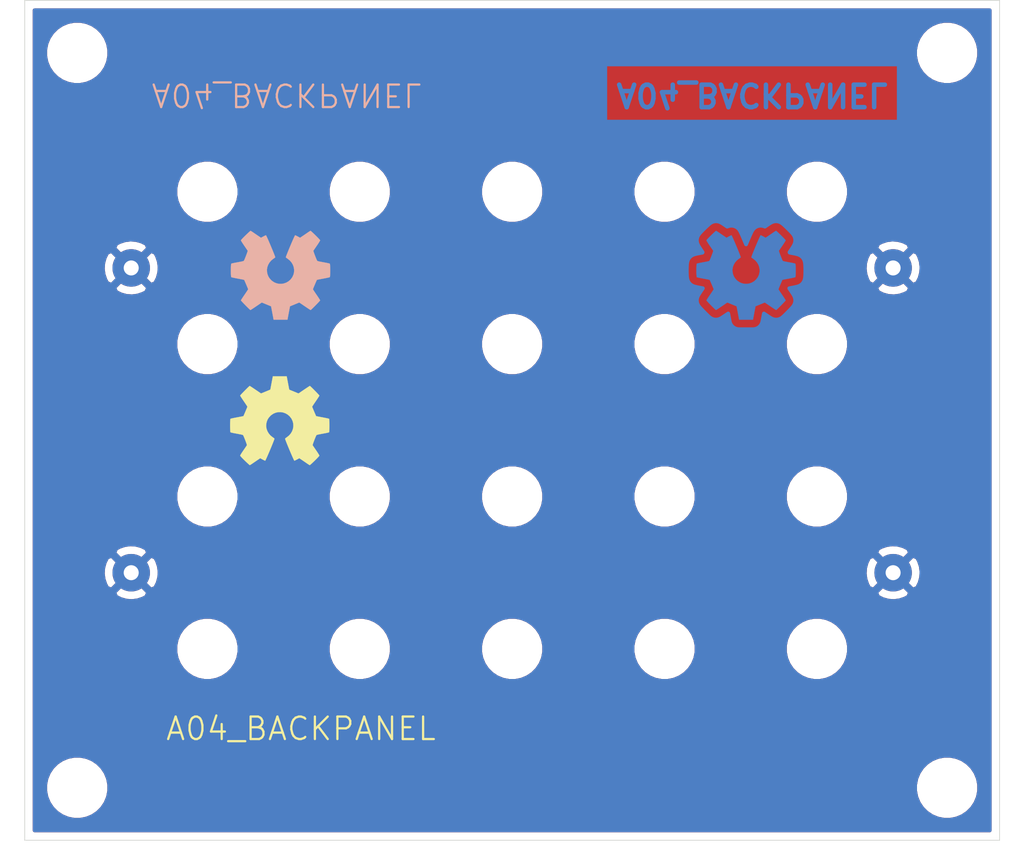
<source format=kicad_pcb>
(kicad_pcb (version 20171130) (host pcbnew 5.1.5-52549c5~86~ubuntu18.04.1)

  (general
    (thickness 1.6)
    (drawings 8)
    (tracks 0)
    (zones 0)
    (modules 32)
    (nets 2)
  )

  (page A4)
  (title_block
    (title "A04 Backplate")
    (company Galopago)
  )

  (layers
    (0 F.Cu signal)
    (31 B.Cu signal)
    (32 B.Adhes user)
    (33 F.Adhes user)
    (34 B.Paste user)
    (35 F.Paste user)
    (36 B.SilkS user)
    (37 F.SilkS user)
    (38 B.Mask user)
    (39 F.Mask user)
    (40 Dwgs.User user)
    (41 Cmts.User user)
    (42 Eco1.User user)
    (43 Eco2.User user)
    (44 Edge.Cuts user)
    (45 Margin user)
    (46 B.CrtYd user)
    (47 F.CrtYd user)
    (48 B.Fab user)
    (49 F.Fab user)
  )

  (setup
    (last_trace_width 0.25)
    (trace_clearance 0.2)
    (zone_clearance 0.508)
    (zone_45_only no)
    (trace_min 0.2)
    (via_size 0.8)
    (via_drill 0.4)
    (via_min_size 0.4)
    (via_min_drill 0.3)
    (uvia_size 0.3)
    (uvia_drill 0.1)
    (uvias_allowed no)
    (uvia_min_size 0.2)
    (uvia_min_drill 0.1)
    (edge_width 0.05)
    (segment_width 0.2)
    (pcb_text_width 0.3)
    (pcb_text_size 1.5 1.5)
    (mod_edge_width 0.12)
    (mod_text_size 1 1)
    (mod_text_width 0.15)
    (pad_size 3 3)
    (pad_drill 3)
    (pad_to_mask_clearance 0.051)
    (solder_mask_min_width 0.25)
    (aux_axis_origin 0 0)
    (visible_elements FFFFFF7F)
    (pcbplotparams
      (layerselection 0x010fc_ffffffff)
      (usegerberextensions false)
      (usegerberattributes false)
      (usegerberadvancedattributes false)
      (creategerberjobfile false)
      (excludeedgelayer true)
      (linewidth 0.100000)
      (plotframeref false)
      (viasonmask false)
      (mode 1)
      (useauxorigin false)
      (hpglpennumber 1)
      (hpglpenspeed 20)
      (hpglpendiameter 15.000000)
      (psnegative false)
      (psa4output false)
      (plotreference true)
      (plotvalue true)
      (plotinvisibletext false)
      (padsonsilk false)
      (subtractmaskfromsilk false)
      (outputformat 1)
      (mirror false)
      (drillshape 1)
      (scaleselection 1)
      (outputdirectory ""))
  )

  (net 0 "")
  (net 1 "Net-(J0-Pad1)")

  (net_class Default "This is the default net class."
    (clearance 0.2)
    (trace_width 0.25)
    (via_dia 0.8)
    (via_drill 0.4)
    (uvia_dia 0.3)
    (uvia_drill 0.1)
    (add_net "Net-(J0-Pad1)")
  )

  (module Symbol:OSHW-Symbol_6.7x6mm_Copper (layer B.Cu) (tedit 0) (tstamp 5F49994A)
    (at 69.8754 39.5224)
    (descr "Open Source Hardware Symbol")
    (tags "Logo Symbol OSHW")
    (attr virtual)
    (fp_text reference REF** (at 0 0) (layer B.SilkS) hide
      (effects (font (size 1 1) (thickness 0.15)) (justify mirror))
    )
    (fp_text value OSHW-Symbol_6.7x6mm_Copper (at 0.75 0) (layer B.Fab) hide
      (effects (font (size 1 1) (thickness 0.15)) (justify mirror))
    )
    (fp_poly (pts (xy 0.555814 2.531069) (xy 0.639635 2.086445) (xy 0.94892 1.958947) (xy 1.258206 1.831449)
      (xy 1.629246 2.083754) (xy 1.733157 2.154004) (xy 1.827087 2.216728) (xy 1.906652 2.269062)
      (xy 1.96747 2.308143) (xy 2.005157 2.331107) (xy 2.015421 2.336058) (xy 2.03391 2.323324)
      (xy 2.07342 2.288118) (xy 2.129522 2.234938) (xy 2.197787 2.168282) (xy 2.273786 2.092646)
      (xy 2.353092 2.012528) (xy 2.431275 1.932426) (xy 2.503907 1.856836) (xy 2.566559 1.790255)
      (xy 2.614803 1.737182) (xy 2.64421 1.702113) (xy 2.651241 1.690377) (xy 2.641123 1.66874)
      (xy 2.612759 1.621338) (xy 2.569129 1.552807) (xy 2.513218 1.467785) (xy 2.448006 1.370907)
      (xy 2.410219 1.31565) (xy 2.341343 1.214752) (xy 2.28014 1.123701) (xy 2.229578 1.04703)
      (xy 2.192628 0.989272) (xy 2.172258 0.954957) (xy 2.169197 0.947746) (xy 2.176136 0.927252)
      (xy 2.195051 0.879487) (xy 2.223087 0.811168) (xy 2.257391 0.729011) (xy 2.295109 0.63973)
      (xy 2.333387 0.550042) (xy 2.36937 0.466662) (xy 2.400206 0.396306) (xy 2.423039 0.34569)
      (xy 2.435017 0.321529) (xy 2.435724 0.320578) (xy 2.454531 0.315964) (xy 2.504618 0.305672)
      (xy 2.580793 0.290713) (xy 2.677865 0.272099) (xy 2.790643 0.250841) (xy 2.856442 0.238582)
      (xy 2.97695 0.215638) (xy 3.085797 0.193805) (xy 3.177476 0.174278) (xy 3.246481 0.158252)
      (xy 3.287304 0.146921) (xy 3.295511 0.143326) (xy 3.303548 0.118994) (xy 3.310033 0.064041)
      (xy 3.31497 -0.015108) (xy 3.318364 -0.112026) (xy 3.320218 -0.220287) (xy 3.320538 -0.333465)
      (xy 3.319327 -0.445135) (xy 3.31659 -0.548868) (xy 3.312331 -0.638241) (xy 3.306555 -0.706826)
      (xy 3.299267 -0.748197) (xy 3.294895 -0.75681) (xy 3.268764 -0.767133) (xy 3.213393 -0.781892)
      (xy 3.136107 -0.799352) (xy 3.04423 -0.81778) (xy 3.012158 -0.823741) (xy 2.857524 -0.852066)
      (xy 2.735375 -0.874876) (xy 2.641673 -0.89308) (xy 2.572384 -0.907583) (xy 2.523471 -0.919292)
      (xy 2.490897 -0.929115) (xy 2.470628 -0.937956) (xy 2.458626 -0.946724) (xy 2.456947 -0.948457)
      (xy 2.440184 -0.976371) (xy 2.414614 -1.030695) (xy 2.382788 -1.104777) (xy 2.34726 -1.191965)
      (xy 2.310583 -1.285608) (xy 2.275311 -1.379052) (xy 2.243996 -1.465647) (xy 2.219193 -1.53874)
      (xy 2.203454 -1.591678) (xy 2.199332 -1.617811) (xy 2.199676 -1.618726) (xy 2.213641 -1.640086)
      (xy 2.245322 -1.687084) (xy 2.291391 -1.754827) (xy 2.348518 -1.838423) (xy 2.413373 -1.932982)
      (xy 2.431843 -1.959854) (xy 2.497699 -2.057275) (xy 2.55565 -2.146163) (xy 2.602538 -2.221412)
      (xy 2.635207 -2.27792) (xy 2.6505 -2.310581) (xy 2.651241 -2.314593) (xy 2.638392 -2.335684)
      (xy 2.602888 -2.377464) (xy 2.549293 -2.435445) (xy 2.482171 -2.505135) (xy 2.406087 -2.582045)
      (xy 2.325604 -2.661683) (xy 2.245287 -2.739561) (xy 2.169699 -2.811186) (xy 2.103405 -2.87207)
      (xy 2.050969 -2.917721) (xy 2.016955 -2.94365) (xy 2.007545 -2.947883) (xy 1.985643 -2.937912)
      (xy 1.9408 -2.91102) (xy 1.880321 -2.871736) (xy 1.833789 -2.840117) (xy 1.749475 -2.782098)
      (xy 1.649626 -2.713784) (xy 1.549473 -2.645579) (xy 1.495627 -2.609075) (xy 1.313371 -2.4858)
      (xy 1.160381 -2.56852) (xy 1.090682 -2.604759) (xy 1.031414 -2.632926) (xy 0.991311 -2.648991)
      (xy 0.981103 -2.651226) (xy 0.968829 -2.634722) (xy 0.944613 -2.588082) (xy 0.910263 -2.515609)
      (xy 0.867588 -2.421606) (xy 0.818394 -2.310374) (xy 0.76449 -2.186215) (xy 0.707684 -2.053432)
      (xy 0.649782 -1.916327) (xy 0.592593 -1.779202) (xy 0.537924 -1.646358) (xy 0.487584 -1.522098)
      (xy 0.44338 -1.410725) (xy 0.407119 -1.316539) (xy 0.380609 -1.243844) (xy 0.365658 -1.196941)
      (xy 0.363254 -1.180833) (xy 0.382311 -1.160286) (xy 0.424036 -1.126933) (xy 0.479706 -1.087702)
      (xy 0.484378 -1.084599) (xy 0.628264 -0.969423) (xy 0.744283 -0.835053) (xy 0.83143 -0.685784)
      (xy 0.888699 -0.525913) (xy 0.915086 -0.359737) (xy 0.909585 -0.191552) (xy 0.87119 -0.025655)
      (xy 0.798895 0.133658) (xy 0.777626 0.168513) (xy 0.666996 0.309263) (xy 0.536302 0.422286)
      (xy 0.390064 0.506997) (xy 0.232808 0.562806) (xy 0.069057 0.589126) (xy -0.096667 0.58537)
      (xy -0.259838 0.55095) (xy -0.415935 0.485277) (xy -0.560433 0.387765) (xy -0.605131 0.348187)
      (xy -0.718888 0.224297) (xy -0.801782 0.093876) (xy -0.858644 -0.052315) (xy -0.890313 -0.197088)
      (xy -0.898131 -0.35986) (xy -0.872062 -0.52344) (xy -0.814755 -0.682298) (xy -0.728856 -0.830906)
      (xy -0.617014 -0.963735) (xy -0.481877 -1.075256) (xy -0.464117 -1.087011) (xy -0.40785 -1.125508)
      (xy -0.365077 -1.158863) (xy -0.344628 -1.18016) (xy -0.344331 -1.180833) (xy -0.348721 -1.203871)
      (xy -0.366124 -1.256157) (xy -0.394732 -1.33339) (xy -0.432735 -1.431268) (xy -0.478326 -1.545491)
      (xy -0.529697 -1.671758) (xy -0.585038 -1.805767) (xy -0.642542 -1.943218) (xy -0.700399 -2.079808)
      (xy -0.756802 -2.211237) (xy -0.809942 -2.333205) (xy -0.85801 -2.441409) (xy -0.899199 -2.531549)
      (xy -0.931699 -2.599323) (xy -0.953703 -2.64043) (xy -0.962564 -2.651226) (xy -0.98964 -2.642819)
      (xy -1.040303 -2.620272) (xy -1.105817 -2.587613) (xy -1.141841 -2.56852) (xy -1.294832 -2.4858)
      (xy -1.477088 -2.609075) (xy -1.570125 -2.672228) (xy -1.671985 -2.741727) (xy -1.767438 -2.807165)
      (xy -1.81525 -2.840117) (xy -1.882495 -2.885273) (xy -1.939436 -2.921057) (xy -1.978646 -2.942938)
      (xy -1.991381 -2.947563) (xy -2.009917 -2.935085) (xy -2.050941 -2.900252) (xy -2.110475 -2.846678)
      (xy -2.184542 -2.777983) (xy -2.269165 -2.697781) (xy -2.322685 -2.646286) (xy -2.416319 -2.554286)
      (xy -2.497241 -2.471999) (xy -2.562177 -2.402945) (xy -2.607858 -2.350644) (xy -2.631011 -2.318616)
      (xy -2.633232 -2.312116) (xy -2.622924 -2.287394) (xy -2.594439 -2.237405) (xy -2.550937 -2.167212)
      (xy -2.495577 -2.081875) (xy -2.43152 -1.986456) (xy -2.413303 -1.959854) (xy -2.346927 -1.863167)
      (xy -2.287378 -1.776117) (xy -2.237984 -1.703595) (xy -2.202075 -1.650493) (xy -2.182981 -1.621703)
      (xy -2.181136 -1.618726) (xy -2.183895 -1.595782) (xy -2.198538 -1.545336) (xy -2.222513 -1.474041)
      (xy -2.253266 -1.388547) (xy -2.288244 -1.295507) (xy -2.324893 -1.201574) (xy -2.360661 -1.113399)
      (xy -2.392994 -1.037634) (xy -2.419338 -0.980931) (xy -2.437142 -0.949943) (xy -2.438407 -0.948457)
      (xy -2.449294 -0.939601) (xy -2.467682 -0.930843) (xy -2.497606 -0.921277) (xy -2.543103 -0.909996)
      (xy -2.608209 -0.896093) (xy -2.696961 -0.878663) (xy -2.813393 -0.856798) (xy -2.961542 -0.829591)
      (xy -2.993618 -0.823741) (xy -3.088686 -0.805374) (xy -3.171565 -0.787405) (xy -3.23493 -0.771569)
      (xy -3.271458 -0.7596) (xy -3.276356 -0.75681) (xy -3.284427 -0.732072) (xy -3.290987 -0.67679)
      (xy -3.296033 -0.597389) (xy -3.299559 -0.500296) (xy -3.301561 -0.391938) (xy -3.302036 -0.27874)
      (xy -3.300977 -0.167128) (xy -3.298382 -0.063529) (xy -3.294246 0.025632) (xy -3.288563 0.093928)
      (xy -3.281331 0.134934) (xy -3.276971 0.143326) (xy -3.252698 0.151792) (xy -3.197426 0.165565)
      (xy -3.116662 0.18345) (xy -3.015912 0.204252) (xy -2.900683 0.226777) (xy -2.837902 0.238582)
      (xy -2.718787 0.260849) (xy -2.612565 0.281021) (xy -2.524427 0.298085) (xy -2.459566 0.311031)
      (xy -2.423174 0.318845) (xy -2.417184 0.320578) (xy -2.407061 0.34011) (xy -2.385662 0.387157)
      (xy -2.355839 0.454997) (xy -2.320445 0.536909) (xy -2.282332 0.626172) (xy -2.244353 0.716065)
      (xy -2.20936 0.799865) (xy -2.180206 0.870853) (xy -2.159743 0.922306) (xy -2.150823 0.947503)
      (xy -2.150657 0.948604) (xy -2.160769 0.968481) (xy -2.189117 1.014223) (xy -2.232723 1.081283)
      (xy -2.288606 1.165116) (xy -2.353787 1.261174) (xy -2.391679 1.31635) (xy -2.460725 1.417519)
      (xy -2.52205 1.50937) (xy -2.572663 1.587256) (xy -2.609571 1.646531) (xy -2.629782 1.682549)
      (xy -2.632701 1.690623) (xy -2.620153 1.709416) (xy -2.585463 1.749543) (xy -2.533063 1.806507)
      (xy -2.467384 1.875815) (xy -2.392856 1.952969) (xy -2.313913 2.033475) (xy -2.234983 2.112837)
      (xy -2.1605 2.18656) (xy -2.094894 2.250148) (xy -2.042596 2.299106) (xy -2.008039 2.328939)
      (xy -1.996478 2.336058) (xy -1.977654 2.326047) (xy -1.932631 2.297922) (xy -1.865787 2.254546)
      (xy -1.781499 2.198782) (xy -1.684144 2.133494) (xy -1.610707 2.083754) (xy -1.239667 1.831449)
      (xy -0.621095 2.086445) (xy -0.537275 2.531069) (xy -0.453454 2.975693) (xy 0.471994 2.975693)
      (xy 0.555814 2.531069)) (layer B.Cu) (width 0.01))
  )

  (module Symbol:OSHW-Symbol_6.7x6mm_Copper (layer F.Cu) (tedit 0) (tstamp 5F49993D)
    (at 69.2404 49.2506)
    (descr "Open Source Hardware Symbol")
    (tags "Logo Symbol OSHW")
    (attr virtual)
    (fp_text reference REF** (at 0 0) (layer F.SilkS) hide
      (effects (font (size 1 1) (thickness 0.15)))
    )
    (fp_text value OSHW-Symbol_6.7x6mm_Copper (at 0.75 0) (layer F.Fab) hide
      (effects (font (size 1 1) (thickness 0.15)))
    )
    (fp_poly (pts (xy 0.555814 -2.531069) (xy 0.639635 -2.086445) (xy 0.94892 -1.958947) (xy 1.258206 -1.831449)
      (xy 1.629246 -2.083754) (xy 1.733157 -2.154004) (xy 1.827087 -2.216728) (xy 1.906652 -2.269062)
      (xy 1.96747 -2.308143) (xy 2.005157 -2.331107) (xy 2.015421 -2.336058) (xy 2.03391 -2.323324)
      (xy 2.07342 -2.288118) (xy 2.129522 -2.234938) (xy 2.197787 -2.168282) (xy 2.273786 -2.092646)
      (xy 2.353092 -2.012528) (xy 2.431275 -1.932426) (xy 2.503907 -1.856836) (xy 2.566559 -1.790255)
      (xy 2.614803 -1.737182) (xy 2.64421 -1.702113) (xy 2.651241 -1.690377) (xy 2.641123 -1.66874)
      (xy 2.612759 -1.621338) (xy 2.569129 -1.552807) (xy 2.513218 -1.467785) (xy 2.448006 -1.370907)
      (xy 2.410219 -1.31565) (xy 2.341343 -1.214752) (xy 2.28014 -1.123701) (xy 2.229578 -1.04703)
      (xy 2.192628 -0.989272) (xy 2.172258 -0.954957) (xy 2.169197 -0.947746) (xy 2.176136 -0.927252)
      (xy 2.195051 -0.879487) (xy 2.223087 -0.811168) (xy 2.257391 -0.729011) (xy 2.295109 -0.63973)
      (xy 2.333387 -0.550042) (xy 2.36937 -0.466662) (xy 2.400206 -0.396306) (xy 2.423039 -0.34569)
      (xy 2.435017 -0.321529) (xy 2.435724 -0.320578) (xy 2.454531 -0.315964) (xy 2.504618 -0.305672)
      (xy 2.580793 -0.290713) (xy 2.677865 -0.272099) (xy 2.790643 -0.250841) (xy 2.856442 -0.238582)
      (xy 2.97695 -0.215638) (xy 3.085797 -0.193805) (xy 3.177476 -0.174278) (xy 3.246481 -0.158252)
      (xy 3.287304 -0.146921) (xy 3.295511 -0.143326) (xy 3.303548 -0.118994) (xy 3.310033 -0.064041)
      (xy 3.31497 0.015108) (xy 3.318364 0.112026) (xy 3.320218 0.220287) (xy 3.320538 0.333465)
      (xy 3.319327 0.445135) (xy 3.31659 0.548868) (xy 3.312331 0.638241) (xy 3.306555 0.706826)
      (xy 3.299267 0.748197) (xy 3.294895 0.75681) (xy 3.268764 0.767133) (xy 3.213393 0.781892)
      (xy 3.136107 0.799352) (xy 3.04423 0.81778) (xy 3.012158 0.823741) (xy 2.857524 0.852066)
      (xy 2.735375 0.874876) (xy 2.641673 0.89308) (xy 2.572384 0.907583) (xy 2.523471 0.919292)
      (xy 2.490897 0.929115) (xy 2.470628 0.937956) (xy 2.458626 0.946724) (xy 2.456947 0.948457)
      (xy 2.440184 0.976371) (xy 2.414614 1.030695) (xy 2.382788 1.104777) (xy 2.34726 1.191965)
      (xy 2.310583 1.285608) (xy 2.275311 1.379052) (xy 2.243996 1.465647) (xy 2.219193 1.53874)
      (xy 2.203454 1.591678) (xy 2.199332 1.617811) (xy 2.199676 1.618726) (xy 2.213641 1.640086)
      (xy 2.245322 1.687084) (xy 2.291391 1.754827) (xy 2.348518 1.838423) (xy 2.413373 1.932982)
      (xy 2.431843 1.959854) (xy 2.497699 2.057275) (xy 2.55565 2.146163) (xy 2.602538 2.221412)
      (xy 2.635207 2.27792) (xy 2.6505 2.310581) (xy 2.651241 2.314593) (xy 2.638392 2.335684)
      (xy 2.602888 2.377464) (xy 2.549293 2.435445) (xy 2.482171 2.505135) (xy 2.406087 2.582045)
      (xy 2.325604 2.661683) (xy 2.245287 2.739561) (xy 2.169699 2.811186) (xy 2.103405 2.87207)
      (xy 2.050969 2.917721) (xy 2.016955 2.94365) (xy 2.007545 2.947883) (xy 1.985643 2.937912)
      (xy 1.9408 2.91102) (xy 1.880321 2.871736) (xy 1.833789 2.840117) (xy 1.749475 2.782098)
      (xy 1.649626 2.713784) (xy 1.549473 2.645579) (xy 1.495627 2.609075) (xy 1.313371 2.4858)
      (xy 1.160381 2.56852) (xy 1.090682 2.604759) (xy 1.031414 2.632926) (xy 0.991311 2.648991)
      (xy 0.981103 2.651226) (xy 0.968829 2.634722) (xy 0.944613 2.588082) (xy 0.910263 2.515609)
      (xy 0.867588 2.421606) (xy 0.818394 2.310374) (xy 0.76449 2.186215) (xy 0.707684 2.053432)
      (xy 0.649782 1.916327) (xy 0.592593 1.779202) (xy 0.537924 1.646358) (xy 0.487584 1.522098)
      (xy 0.44338 1.410725) (xy 0.407119 1.316539) (xy 0.380609 1.243844) (xy 0.365658 1.196941)
      (xy 0.363254 1.180833) (xy 0.382311 1.160286) (xy 0.424036 1.126933) (xy 0.479706 1.087702)
      (xy 0.484378 1.084599) (xy 0.628264 0.969423) (xy 0.744283 0.835053) (xy 0.83143 0.685784)
      (xy 0.888699 0.525913) (xy 0.915086 0.359737) (xy 0.909585 0.191552) (xy 0.87119 0.025655)
      (xy 0.798895 -0.133658) (xy 0.777626 -0.168513) (xy 0.666996 -0.309263) (xy 0.536302 -0.422286)
      (xy 0.390064 -0.506997) (xy 0.232808 -0.562806) (xy 0.069057 -0.589126) (xy -0.096667 -0.58537)
      (xy -0.259838 -0.55095) (xy -0.415935 -0.485277) (xy -0.560433 -0.387765) (xy -0.605131 -0.348187)
      (xy -0.718888 -0.224297) (xy -0.801782 -0.093876) (xy -0.858644 0.052315) (xy -0.890313 0.197088)
      (xy -0.898131 0.35986) (xy -0.872062 0.52344) (xy -0.814755 0.682298) (xy -0.728856 0.830906)
      (xy -0.617014 0.963735) (xy -0.481877 1.075256) (xy -0.464117 1.087011) (xy -0.40785 1.125508)
      (xy -0.365077 1.158863) (xy -0.344628 1.18016) (xy -0.344331 1.180833) (xy -0.348721 1.203871)
      (xy -0.366124 1.256157) (xy -0.394732 1.33339) (xy -0.432735 1.431268) (xy -0.478326 1.545491)
      (xy -0.529697 1.671758) (xy -0.585038 1.805767) (xy -0.642542 1.943218) (xy -0.700399 2.079808)
      (xy -0.756802 2.211237) (xy -0.809942 2.333205) (xy -0.85801 2.441409) (xy -0.899199 2.531549)
      (xy -0.931699 2.599323) (xy -0.953703 2.64043) (xy -0.962564 2.651226) (xy -0.98964 2.642819)
      (xy -1.040303 2.620272) (xy -1.105817 2.587613) (xy -1.141841 2.56852) (xy -1.294832 2.4858)
      (xy -1.477088 2.609075) (xy -1.570125 2.672228) (xy -1.671985 2.741727) (xy -1.767438 2.807165)
      (xy -1.81525 2.840117) (xy -1.882495 2.885273) (xy -1.939436 2.921057) (xy -1.978646 2.942938)
      (xy -1.991381 2.947563) (xy -2.009917 2.935085) (xy -2.050941 2.900252) (xy -2.110475 2.846678)
      (xy -2.184542 2.777983) (xy -2.269165 2.697781) (xy -2.322685 2.646286) (xy -2.416319 2.554286)
      (xy -2.497241 2.471999) (xy -2.562177 2.402945) (xy -2.607858 2.350644) (xy -2.631011 2.318616)
      (xy -2.633232 2.312116) (xy -2.622924 2.287394) (xy -2.594439 2.237405) (xy -2.550937 2.167212)
      (xy -2.495577 2.081875) (xy -2.43152 1.986456) (xy -2.413303 1.959854) (xy -2.346927 1.863167)
      (xy -2.287378 1.776117) (xy -2.237984 1.703595) (xy -2.202075 1.650493) (xy -2.182981 1.621703)
      (xy -2.181136 1.618726) (xy -2.183895 1.595782) (xy -2.198538 1.545336) (xy -2.222513 1.474041)
      (xy -2.253266 1.388547) (xy -2.288244 1.295507) (xy -2.324893 1.201574) (xy -2.360661 1.113399)
      (xy -2.392994 1.037634) (xy -2.419338 0.980931) (xy -2.437142 0.949943) (xy -2.438407 0.948457)
      (xy -2.449294 0.939601) (xy -2.467682 0.930843) (xy -2.497606 0.921277) (xy -2.543103 0.909996)
      (xy -2.608209 0.896093) (xy -2.696961 0.878663) (xy -2.813393 0.856798) (xy -2.961542 0.829591)
      (xy -2.993618 0.823741) (xy -3.088686 0.805374) (xy -3.171565 0.787405) (xy -3.23493 0.771569)
      (xy -3.271458 0.7596) (xy -3.276356 0.75681) (xy -3.284427 0.732072) (xy -3.290987 0.67679)
      (xy -3.296033 0.597389) (xy -3.299559 0.500296) (xy -3.301561 0.391938) (xy -3.302036 0.27874)
      (xy -3.300977 0.167128) (xy -3.298382 0.063529) (xy -3.294246 -0.025632) (xy -3.288563 -0.093928)
      (xy -3.281331 -0.134934) (xy -3.276971 -0.143326) (xy -3.252698 -0.151792) (xy -3.197426 -0.165565)
      (xy -3.116662 -0.18345) (xy -3.015912 -0.204252) (xy -2.900683 -0.226777) (xy -2.837902 -0.238582)
      (xy -2.718787 -0.260849) (xy -2.612565 -0.281021) (xy -2.524427 -0.298085) (xy -2.459566 -0.311031)
      (xy -2.423174 -0.318845) (xy -2.417184 -0.320578) (xy -2.407061 -0.34011) (xy -2.385662 -0.387157)
      (xy -2.355839 -0.454997) (xy -2.320445 -0.536909) (xy -2.282332 -0.626172) (xy -2.244353 -0.716065)
      (xy -2.20936 -0.799865) (xy -2.180206 -0.870853) (xy -2.159743 -0.922306) (xy -2.150823 -0.947503)
      (xy -2.150657 -0.948604) (xy -2.160769 -0.968481) (xy -2.189117 -1.014223) (xy -2.232723 -1.081283)
      (xy -2.288606 -1.165116) (xy -2.353787 -1.261174) (xy -2.391679 -1.31635) (xy -2.460725 -1.417519)
      (xy -2.52205 -1.50937) (xy -2.572663 -1.587256) (xy -2.609571 -1.646531) (xy -2.629782 -1.682549)
      (xy -2.632701 -1.690623) (xy -2.620153 -1.709416) (xy -2.585463 -1.749543) (xy -2.533063 -1.806507)
      (xy -2.467384 -1.875815) (xy -2.392856 -1.952969) (xy -2.313913 -2.033475) (xy -2.234983 -2.112837)
      (xy -2.1605 -2.18656) (xy -2.094894 -2.250148) (xy -2.042596 -2.299106) (xy -2.008039 -2.328939)
      (xy -1.996478 -2.336058) (xy -1.977654 -2.326047) (xy -1.932631 -2.297922) (xy -1.865787 -2.254546)
      (xy -1.781499 -2.198782) (xy -1.684144 -2.133494) (xy -1.610707 -2.083754) (xy -1.239667 -1.831449)
      (xy -0.621095 -2.086445) (xy -0.537275 -2.531069) (xy -0.453454 -2.975693) (xy 0.471994 -2.975693)
      (xy 0.555814 -2.531069)) (layer F.Cu) (width 0.01))
  )

  (module Symbol:OSHW-Symbol_6.7x6mm_SilkScreen (layer B.Cu) (tedit 0) (tstamp 5F4997D2)
    (at 38.8366 39.5224)
    (descr "Open Source Hardware Symbol")
    (tags "Logo Symbol OSHW")
    (attr virtual)
    (fp_text reference REF** (at 0 0) (layer B.SilkS) hide
      (effects (font (size 1 1) (thickness 0.15)) (justify mirror))
    )
    (fp_text value OSHW-Symbol_6.7x6mm_SilkScreen (at 0.75 0) (layer B.Fab) hide
      (effects (font (size 1 1) (thickness 0.15)) (justify mirror))
    )
    (fp_poly (pts (xy 0.555814 2.531069) (xy 0.639635 2.086445) (xy 0.94892 1.958947) (xy 1.258206 1.831449)
      (xy 1.629246 2.083754) (xy 1.733157 2.154004) (xy 1.827087 2.216728) (xy 1.906652 2.269062)
      (xy 1.96747 2.308143) (xy 2.005157 2.331107) (xy 2.015421 2.336058) (xy 2.03391 2.323324)
      (xy 2.07342 2.288118) (xy 2.129522 2.234938) (xy 2.197787 2.168282) (xy 2.273786 2.092646)
      (xy 2.353092 2.012528) (xy 2.431275 1.932426) (xy 2.503907 1.856836) (xy 2.566559 1.790255)
      (xy 2.614803 1.737182) (xy 2.64421 1.702113) (xy 2.651241 1.690377) (xy 2.641123 1.66874)
      (xy 2.612759 1.621338) (xy 2.569129 1.552807) (xy 2.513218 1.467785) (xy 2.448006 1.370907)
      (xy 2.410219 1.31565) (xy 2.341343 1.214752) (xy 2.28014 1.123701) (xy 2.229578 1.04703)
      (xy 2.192628 0.989272) (xy 2.172258 0.954957) (xy 2.169197 0.947746) (xy 2.176136 0.927252)
      (xy 2.195051 0.879487) (xy 2.223087 0.811168) (xy 2.257391 0.729011) (xy 2.295109 0.63973)
      (xy 2.333387 0.550042) (xy 2.36937 0.466662) (xy 2.400206 0.396306) (xy 2.423039 0.34569)
      (xy 2.435017 0.321529) (xy 2.435724 0.320578) (xy 2.454531 0.315964) (xy 2.504618 0.305672)
      (xy 2.580793 0.290713) (xy 2.677865 0.272099) (xy 2.790643 0.250841) (xy 2.856442 0.238582)
      (xy 2.97695 0.215638) (xy 3.085797 0.193805) (xy 3.177476 0.174278) (xy 3.246481 0.158252)
      (xy 3.287304 0.146921) (xy 3.295511 0.143326) (xy 3.303548 0.118994) (xy 3.310033 0.064041)
      (xy 3.31497 -0.015108) (xy 3.318364 -0.112026) (xy 3.320218 -0.220287) (xy 3.320538 -0.333465)
      (xy 3.319327 -0.445135) (xy 3.31659 -0.548868) (xy 3.312331 -0.638241) (xy 3.306555 -0.706826)
      (xy 3.299267 -0.748197) (xy 3.294895 -0.75681) (xy 3.268764 -0.767133) (xy 3.213393 -0.781892)
      (xy 3.136107 -0.799352) (xy 3.04423 -0.81778) (xy 3.012158 -0.823741) (xy 2.857524 -0.852066)
      (xy 2.735375 -0.874876) (xy 2.641673 -0.89308) (xy 2.572384 -0.907583) (xy 2.523471 -0.919292)
      (xy 2.490897 -0.929115) (xy 2.470628 -0.937956) (xy 2.458626 -0.946724) (xy 2.456947 -0.948457)
      (xy 2.440184 -0.976371) (xy 2.414614 -1.030695) (xy 2.382788 -1.104777) (xy 2.34726 -1.191965)
      (xy 2.310583 -1.285608) (xy 2.275311 -1.379052) (xy 2.243996 -1.465647) (xy 2.219193 -1.53874)
      (xy 2.203454 -1.591678) (xy 2.199332 -1.617811) (xy 2.199676 -1.618726) (xy 2.213641 -1.640086)
      (xy 2.245322 -1.687084) (xy 2.291391 -1.754827) (xy 2.348518 -1.838423) (xy 2.413373 -1.932982)
      (xy 2.431843 -1.959854) (xy 2.497699 -2.057275) (xy 2.55565 -2.146163) (xy 2.602538 -2.221412)
      (xy 2.635207 -2.27792) (xy 2.6505 -2.310581) (xy 2.651241 -2.314593) (xy 2.638392 -2.335684)
      (xy 2.602888 -2.377464) (xy 2.549293 -2.435445) (xy 2.482171 -2.505135) (xy 2.406087 -2.582045)
      (xy 2.325604 -2.661683) (xy 2.245287 -2.739561) (xy 2.169699 -2.811186) (xy 2.103405 -2.87207)
      (xy 2.050969 -2.917721) (xy 2.016955 -2.94365) (xy 2.007545 -2.947883) (xy 1.985643 -2.937912)
      (xy 1.9408 -2.91102) (xy 1.880321 -2.871736) (xy 1.833789 -2.840117) (xy 1.749475 -2.782098)
      (xy 1.649626 -2.713784) (xy 1.549473 -2.645579) (xy 1.495627 -2.609075) (xy 1.313371 -2.4858)
      (xy 1.160381 -2.56852) (xy 1.090682 -2.604759) (xy 1.031414 -2.632926) (xy 0.991311 -2.648991)
      (xy 0.981103 -2.651226) (xy 0.968829 -2.634722) (xy 0.944613 -2.588082) (xy 0.910263 -2.515609)
      (xy 0.867588 -2.421606) (xy 0.818394 -2.310374) (xy 0.76449 -2.186215) (xy 0.707684 -2.053432)
      (xy 0.649782 -1.916327) (xy 0.592593 -1.779202) (xy 0.537924 -1.646358) (xy 0.487584 -1.522098)
      (xy 0.44338 -1.410725) (xy 0.407119 -1.316539) (xy 0.380609 -1.243844) (xy 0.365658 -1.196941)
      (xy 0.363254 -1.180833) (xy 0.382311 -1.160286) (xy 0.424036 -1.126933) (xy 0.479706 -1.087702)
      (xy 0.484378 -1.084599) (xy 0.628264 -0.969423) (xy 0.744283 -0.835053) (xy 0.83143 -0.685784)
      (xy 0.888699 -0.525913) (xy 0.915086 -0.359737) (xy 0.909585 -0.191552) (xy 0.87119 -0.025655)
      (xy 0.798895 0.133658) (xy 0.777626 0.168513) (xy 0.666996 0.309263) (xy 0.536302 0.422286)
      (xy 0.390064 0.506997) (xy 0.232808 0.562806) (xy 0.069057 0.589126) (xy -0.096667 0.58537)
      (xy -0.259838 0.55095) (xy -0.415935 0.485277) (xy -0.560433 0.387765) (xy -0.605131 0.348187)
      (xy -0.718888 0.224297) (xy -0.801782 0.093876) (xy -0.858644 -0.052315) (xy -0.890313 -0.197088)
      (xy -0.898131 -0.35986) (xy -0.872062 -0.52344) (xy -0.814755 -0.682298) (xy -0.728856 -0.830906)
      (xy -0.617014 -0.963735) (xy -0.481877 -1.075256) (xy -0.464117 -1.087011) (xy -0.40785 -1.125508)
      (xy -0.365077 -1.158863) (xy -0.344628 -1.18016) (xy -0.344331 -1.180833) (xy -0.348721 -1.203871)
      (xy -0.366124 -1.256157) (xy -0.394732 -1.33339) (xy -0.432735 -1.431268) (xy -0.478326 -1.545491)
      (xy -0.529697 -1.671758) (xy -0.585038 -1.805767) (xy -0.642542 -1.943218) (xy -0.700399 -2.079808)
      (xy -0.756802 -2.211237) (xy -0.809942 -2.333205) (xy -0.85801 -2.441409) (xy -0.899199 -2.531549)
      (xy -0.931699 -2.599323) (xy -0.953703 -2.64043) (xy -0.962564 -2.651226) (xy -0.98964 -2.642819)
      (xy -1.040303 -2.620272) (xy -1.105817 -2.587613) (xy -1.141841 -2.56852) (xy -1.294832 -2.4858)
      (xy -1.477088 -2.609075) (xy -1.570125 -2.672228) (xy -1.671985 -2.741727) (xy -1.767438 -2.807165)
      (xy -1.81525 -2.840117) (xy -1.882495 -2.885273) (xy -1.939436 -2.921057) (xy -1.978646 -2.942938)
      (xy -1.991381 -2.947563) (xy -2.009917 -2.935085) (xy -2.050941 -2.900252) (xy -2.110475 -2.846678)
      (xy -2.184542 -2.777983) (xy -2.269165 -2.697781) (xy -2.322685 -2.646286) (xy -2.416319 -2.554286)
      (xy -2.497241 -2.471999) (xy -2.562177 -2.402945) (xy -2.607858 -2.350644) (xy -2.631011 -2.318616)
      (xy -2.633232 -2.312116) (xy -2.622924 -2.287394) (xy -2.594439 -2.237405) (xy -2.550937 -2.167212)
      (xy -2.495577 -2.081875) (xy -2.43152 -1.986456) (xy -2.413303 -1.959854) (xy -2.346927 -1.863167)
      (xy -2.287378 -1.776117) (xy -2.237984 -1.703595) (xy -2.202075 -1.650493) (xy -2.182981 -1.621703)
      (xy -2.181136 -1.618726) (xy -2.183895 -1.595782) (xy -2.198538 -1.545336) (xy -2.222513 -1.474041)
      (xy -2.253266 -1.388547) (xy -2.288244 -1.295507) (xy -2.324893 -1.201574) (xy -2.360661 -1.113399)
      (xy -2.392994 -1.037634) (xy -2.419338 -0.980931) (xy -2.437142 -0.949943) (xy -2.438407 -0.948457)
      (xy -2.449294 -0.939601) (xy -2.467682 -0.930843) (xy -2.497606 -0.921277) (xy -2.543103 -0.909996)
      (xy -2.608209 -0.896093) (xy -2.696961 -0.878663) (xy -2.813393 -0.856798) (xy -2.961542 -0.829591)
      (xy -2.993618 -0.823741) (xy -3.088686 -0.805374) (xy -3.171565 -0.787405) (xy -3.23493 -0.771569)
      (xy -3.271458 -0.7596) (xy -3.276356 -0.75681) (xy -3.284427 -0.732072) (xy -3.290987 -0.67679)
      (xy -3.296033 -0.597389) (xy -3.299559 -0.500296) (xy -3.301561 -0.391938) (xy -3.302036 -0.27874)
      (xy -3.300977 -0.167128) (xy -3.298382 -0.063529) (xy -3.294246 0.025632) (xy -3.288563 0.093928)
      (xy -3.281331 0.134934) (xy -3.276971 0.143326) (xy -3.252698 0.151792) (xy -3.197426 0.165565)
      (xy -3.116662 0.18345) (xy -3.015912 0.204252) (xy -2.900683 0.226777) (xy -2.837902 0.238582)
      (xy -2.718787 0.260849) (xy -2.612565 0.281021) (xy -2.524427 0.298085) (xy -2.459566 0.311031)
      (xy -2.423174 0.318845) (xy -2.417184 0.320578) (xy -2.407061 0.34011) (xy -2.385662 0.387157)
      (xy -2.355839 0.454997) (xy -2.320445 0.536909) (xy -2.282332 0.626172) (xy -2.244353 0.716065)
      (xy -2.20936 0.799865) (xy -2.180206 0.870853) (xy -2.159743 0.922306) (xy -2.150823 0.947503)
      (xy -2.150657 0.948604) (xy -2.160769 0.968481) (xy -2.189117 1.014223) (xy -2.232723 1.081283)
      (xy -2.288606 1.165116) (xy -2.353787 1.261174) (xy -2.391679 1.31635) (xy -2.460725 1.417519)
      (xy -2.52205 1.50937) (xy -2.572663 1.587256) (xy -2.609571 1.646531) (xy -2.629782 1.682549)
      (xy -2.632701 1.690623) (xy -2.620153 1.709416) (xy -2.585463 1.749543) (xy -2.533063 1.806507)
      (xy -2.467384 1.875815) (xy -2.392856 1.952969) (xy -2.313913 2.033475) (xy -2.234983 2.112837)
      (xy -2.1605 2.18656) (xy -2.094894 2.250148) (xy -2.042596 2.299106) (xy -2.008039 2.328939)
      (xy -1.996478 2.336058) (xy -1.977654 2.326047) (xy -1.932631 2.297922) (xy -1.865787 2.254546)
      (xy -1.781499 2.198782) (xy -1.684144 2.133494) (xy -1.610707 2.083754) (xy -1.239667 1.831449)
      (xy -0.621095 2.086445) (xy -0.537275 2.531069) (xy -0.453454 2.975693) (xy 0.471994 2.975693)
      (xy 0.555814 2.531069)) (layer B.SilkS) (width 0.01))
  )

  (module Symbol:OSHW-Symbol_6.7x6mm_SilkScreen (layer F.Cu) (tedit 0) (tstamp 5F4997C5)
    (at 38.7858 49.2506)
    (descr "Open Source Hardware Symbol")
    (tags "Logo Symbol OSHW")
    (attr virtual)
    (fp_text reference REF** (at 0 0) (layer F.SilkS) hide
      (effects (font (size 1 1) (thickness 0.15)))
    )
    (fp_text value OSHW-Symbol_6.7x6mm_SilkScreen (at 0.75 0) (layer F.Fab) hide
      (effects (font (size 1 1) (thickness 0.15)))
    )
    (fp_poly (pts (xy 0.555814 -2.531069) (xy 0.639635 -2.086445) (xy 0.94892 -1.958947) (xy 1.258206 -1.831449)
      (xy 1.629246 -2.083754) (xy 1.733157 -2.154004) (xy 1.827087 -2.216728) (xy 1.906652 -2.269062)
      (xy 1.96747 -2.308143) (xy 2.005157 -2.331107) (xy 2.015421 -2.336058) (xy 2.03391 -2.323324)
      (xy 2.07342 -2.288118) (xy 2.129522 -2.234938) (xy 2.197787 -2.168282) (xy 2.273786 -2.092646)
      (xy 2.353092 -2.012528) (xy 2.431275 -1.932426) (xy 2.503907 -1.856836) (xy 2.566559 -1.790255)
      (xy 2.614803 -1.737182) (xy 2.64421 -1.702113) (xy 2.651241 -1.690377) (xy 2.641123 -1.66874)
      (xy 2.612759 -1.621338) (xy 2.569129 -1.552807) (xy 2.513218 -1.467785) (xy 2.448006 -1.370907)
      (xy 2.410219 -1.31565) (xy 2.341343 -1.214752) (xy 2.28014 -1.123701) (xy 2.229578 -1.04703)
      (xy 2.192628 -0.989272) (xy 2.172258 -0.954957) (xy 2.169197 -0.947746) (xy 2.176136 -0.927252)
      (xy 2.195051 -0.879487) (xy 2.223087 -0.811168) (xy 2.257391 -0.729011) (xy 2.295109 -0.63973)
      (xy 2.333387 -0.550042) (xy 2.36937 -0.466662) (xy 2.400206 -0.396306) (xy 2.423039 -0.34569)
      (xy 2.435017 -0.321529) (xy 2.435724 -0.320578) (xy 2.454531 -0.315964) (xy 2.504618 -0.305672)
      (xy 2.580793 -0.290713) (xy 2.677865 -0.272099) (xy 2.790643 -0.250841) (xy 2.856442 -0.238582)
      (xy 2.97695 -0.215638) (xy 3.085797 -0.193805) (xy 3.177476 -0.174278) (xy 3.246481 -0.158252)
      (xy 3.287304 -0.146921) (xy 3.295511 -0.143326) (xy 3.303548 -0.118994) (xy 3.310033 -0.064041)
      (xy 3.31497 0.015108) (xy 3.318364 0.112026) (xy 3.320218 0.220287) (xy 3.320538 0.333465)
      (xy 3.319327 0.445135) (xy 3.31659 0.548868) (xy 3.312331 0.638241) (xy 3.306555 0.706826)
      (xy 3.299267 0.748197) (xy 3.294895 0.75681) (xy 3.268764 0.767133) (xy 3.213393 0.781892)
      (xy 3.136107 0.799352) (xy 3.04423 0.81778) (xy 3.012158 0.823741) (xy 2.857524 0.852066)
      (xy 2.735375 0.874876) (xy 2.641673 0.89308) (xy 2.572384 0.907583) (xy 2.523471 0.919292)
      (xy 2.490897 0.929115) (xy 2.470628 0.937956) (xy 2.458626 0.946724) (xy 2.456947 0.948457)
      (xy 2.440184 0.976371) (xy 2.414614 1.030695) (xy 2.382788 1.104777) (xy 2.34726 1.191965)
      (xy 2.310583 1.285608) (xy 2.275311 1.379052) (xy 2.243996 1.465647) (xy 2.219193 1.53874)
      (xy 2.203454 1.591678) (xy 2.199332 1.617811) (xy 2.199676 1.618726) (xy 2.213641 1.640086)
      (xy 2.245322 1.687084) (xy 2.291391 1.754827) (xy 2.348518 1.838423) (xy 2.413373 1.932982)
      (xy 2.431843 1.959854) (xy 2.497699 2.057275) (xy 2.55565 2.146163) (xy 2.602538 2.221412)
      (xy 2.635207 2.27792) (xy 2.6505 2.310581) (xy 2.651241 2.314593) (xy 2.638392 2.335684)
      (xy 2.602888 2.377464) (xy 2.549293 2.435445) (xy 2.482171 2.505135) (xy 2.406087 2.582045)
      (xy 2.325604 2.661683) (xy 2.245287 2.739561) (xy 2.169699 2.811186) (xy 2.103405 2.87207)
      (xy 2.050969 2.917721) (xy 2.016955 2.94365) (xy 2.007545 2.947883) (xy 1.985643 2.937912)
      (xy 1.9408 2.91102) (xy 1.880321 2.871736) (xy 1.833789 2.840117) (xy 1.749475 2.782098)
      (xy 1.649626 2.713784) (xy 1.549473 2.645579) (xy 1.495627 2.609075) (xy 1.313371 2.4858)
      (xy 1.160381 2.56852) (xy 1.090682 2.604759) (xy 1.031414 2.632926) (xy 0.991311 2.648991)
      (xy 0.981103 2.651226) (xy 0.968829 2.634722) (xy 0.944613 2.588082) (xy 0.910263 2.515609)
      (xy 0.867588 2.421606) (xy 0.818394 2.310374) (xy 0.76449 2.186215) (xy 0.707684 2.053432)
      (xy 0.649782 1.916327) (xy 0.592593 1.779202) (xy 0.537924 1.646358) (xy 0.487584 1.522098)
      (xy 0.44338 1.410725) (xy 0.407119 1.316539) (xy 0.380609 1.243844) (xy 0.365658 1.196941)
      (xy 0.363254 1.180833) (xy 0.382311 1.160286) (xy 0.424036 1.126933) (xy 0.479706 1.087702)
      (xy 0.484378 1.084599) (xy 0.628264 0.969423) (xy 0.744283 0.835053) (xy 0.83143 0.685784)
      (xy 0.888699 0.525913) (xy 0.915086 0.359737) (xy 0.909585 0.191552) (xy 0.87119 0.025655)
      (xy 0.798895 -0.133658) (xy 0.777626 -0.168513) (xy 0.666996 -0.309263) (xy 0.536302 -0.422286)
      (xy 0.390064 -0.506997) (xy 0.232808 -0.562806) (xy 0.069057 -0.589126) (xy -0.096667 -0.58537)
      (xy -0.259838 -0.55095) (xy -0.415935 -0.485277) (xy -0.560433 -0.387765) (xy -0.605131 -0.348187)
      (xy -0.718888 -0.224297) (xy -0.801782 -0.093876) (xy -0.858644 0.052315) (xy -0.890313 0.197088)
      (xy -0.898131 0.35986) (xy -0.872062 0.52344) (xy -0.814755 0.682298) (xy -0.728856 0.830906)
      (xy -0.617014 0.963735) (xy -0.481877 1.075256) (xy -0.464117 1.087011) (xy -0.40785 1.125508)
      (xy -0.365077 1.158863) (xy -0.344628 1.18016) (xy -0.344331 1.180833) (xy -0.348721 1.203871)
      (xy -0.366124 1.256157) (xy -0.394732 1.33339) (xy -0.432735 1.431268) (xy -0.478326 1.545491)
      (xy -0.529697 1.671758) (xy -0.585038 1.805767) (xy -0.642542 1.943218) (xy -0.700399 2.079808)
      (xy -0.756802 2.211237) (xy -0.809942 2.333205) (xy -0.85801 2.441409) (xy -0.899199 2.531549)
      (xy -0.931699 2.599323) (xy -0.953703 2.64043) (xy -0.962564 2.651226) (xy -0.98964 2.642819)
      (xy -1.040303 2.620272) (xy -1.105817 2.587613) (xy -1.141841 2.56852) (xy -1.294832 2.4858)
      (xy -1.477088 2.609075) (xy -1.570125 2.672228) (xy -1.671985 2.741727) (xy -1.767438 2.807165)
      (xy -1.81525 2.840117) (xy -1.882495 2.885273) (xy -1.939436 2.921057) (xy -1.978646 2.942938)
      (xy -1.991381 2.947563) (xy -2.009917 2.935085) (xy -2.050941 2.900252) (xy -2.110475 2.846678)
      (xy -2.184542 2.777983) (xy -2.269165 2.697781) (xy -2.322685 2.646286) (xy -2.416319 2.554286)
      (xy -2.497241 2.471999) (xy -2.562177 2.402945) (xy -2.607858 2.350644) (xy -2.631011 2.318616)
      (xy -2.633232 2.312116) (xy -2.622924 2.287394) (xy -2.594439 2.237405) (xy -2.550937 2.167212)
      (xy -2.495577 2.081875) (xy -2.43152 1.986456) (xy -2.413303 1.959854) (xy -2.346927 1.863167)
      (xy -2.287378 1.776117) (xy -2.237984 1.703595) (xy -2.202075 1.650493) (xy -2.182981 1.621703)
      (xy -2.181136 1.618726) (xy -2.183895 1.595782) (xy -2.198538 1.545336) (xy -2.222513 1.474041)
      (xy -2.253266 1.388547) (xy -2.288244 1.295507) (xy -2.324893 1.201574) (xy -2.360661 1.113399)
      (xy -2.392994 1.037634) (xy -2.419338 0.980931) (xy -2.437142 0.949943) (xy -2.438407 0.948457)
      (xy -2.449294 0.939601) (xy -2.467682 0.930843) (xy -2.497606 0.921277) (xy -2.543103 0.909996)
      (xy -2.608209 0.896093) (xy -2.696961 0.878663) (xy -2.813393 0.856798) (xy -2.961542 0.829591)
      (xy -2.993618 0.823741) (xy -3.088686 0.805374) (xy -3.171565 0.787405) (xy -3.23493 0.771569)
      (xy -3.271458 0.7596) (xy -3.276356 0.75681) (xy -3.284427 0.732072) (xy -3.290987 0.67679)
      (xy -3.296033 0.597389) (xy -3.299559 0.500296) (xy -3.301561 0.391938) (xy -3.302036 0.27874)
      (xy -3.300977 0.167128) (xy -3.298382 0.063529) (xy -3.294246 -0.025632) (xy -3.288563 -0.093928)
      (xy -3.281331 -0.134934) (xy -3.276971 -0.143326) (xy -3.252698 -0.151792) (xy -3.197426 -0.165565)
      (xy -3.116662 -0.18345) (xy -3.015912 -0.204252) (xy -2.900683 -0.226777) (xy -2.837902 -0.238582)
      (xy -2.718787 -0.260849) (xy -2.612565 -0.281021) (xy -2.524427 -0.298085) (xy -2.459566 -0.311031)
      (xy -2.423174 -0.318845) (xy -2.417184 -0.320578) (xy -2.407061 -0.34011) (xy -2.385662 -0.387157)
      (xy -2.355839 -0.454997) (xy -2.320445 -0.536909) (xy -2.282332 -0.626172) (xy -2.244353 -0.716065)
      (xy -2.20936 -0.799865) (xy -2.180206 -0.870853) (xy -2.159743 -0.922306) (xy -2.150823 -0.947503)
      (xy -2.150657 -0.948604) (xy -2.160769 -0.968481) (xy -2.189117 -1.014223) (xy -2.232723 -1.081283)
      (xy -2.288606 -1.165116) (xy -2.353787 -1.261174) (xy -2.391679 -1.31635) (xy -2.460725 -1.417519)
      (xy -2.52205 -1.50937) (xy -2.572663 -1.587256) (xy -2.609571 -1.646531) (xy -2.629782 -1.682549)
      (xy -2.632701 -1.690623) (xy -2.620153 -1.709416) (xy -2.585463 -1.749543) (xy -2.533063 -1.806507)
      (xy -2.467384 -1.875815) (xy -2.392856 -1.952969) (xy -2.313913 -2.033475) (xy -2.234983 -2.112837)
      (xy -2.1605 -2.18656) (xy -2.094894 -2.250148) (xy -2.042596 -2.299106) (xy -2.008039 -2.328939)
      (xy -1.996478 -2.336058) (xy -1.977654 -2.326047) (xy -1.932631 -2.297922) (xy -1.865787 -2.254546)
      (xy -1.781499 -2.198782) (xy -1.684144 -2.133494) (xy -1.610707 -2.083754) (xy -1.239667 -1.831449)
      (xy -0.621095 -2.086445) (xy -0.537275 -2.531069) (xy -0.453454 -2.975693) (xy 0.471994 -2.975693)
      (xy 0.555814 -2.531069)) (layer F.SilkS) (width 0.01))
  )

  (module Connector_Wire:SolderWirePad_1x01_Drill1mm (layer F.Cu) (tedit 5AEE5EBE) (tstamp 5F35F171)
    (at 79.69 59.37)
    (descr "Wire solder connection")
    (tags connector)
    (path /5F5DDB13)
    (attr virtual)
    (fp_text reference J3 (at 0 -3.81) (layer F.SilkS) hide
      (effects (font (size 1 1) (thickness 0.15)))
    )
    (fp_text value Conn_01x01_Male (at 0 3.175) (layer F.Fab)
      (effects (font (size 1 1) (thickness 0.15)))
    )
    (fp_line (start 1.75 1.75) (end -1.75 1.75) (layer F.CrtYd) (width 0.05))
    (fp_line (start 1.75 1.75) (end 1.75 -1.75) (layer F.CrtYd) (width 0.05))
    (fp_line (start -1.75 -1.75) (end -1.75 1.75) (layer F.CrtYd) (width 0.05))
    (fp_line (start -1.75 -1.75) (end 1.75 -1.75) (layer F.CrtYd) (width 0.05))
    (fp_text user %R (at 0 0) (layer F.Fab)
      (effects (font (size 1 1) (thickness 0.15)))
    )
    (pad 1 thru_hole circle (at 0 0) (size 2.49936 2.49936) (drill 1.00076) (layers *.Cu *.Mask)
      (net 1 "Net-(J0-Pad1)"))
  )

  (module Connector_Wire:SolderWirePad_1x01_Drill1mm (layer F.Cu) (tedit 5AEE5EBE) (tstamp 5F35F167)
    (at 79.69 39.05)
    (descr "Wire solder connection")
    (tags connector)
    (path /5F5DCAC3)
    (attr virtual)
    (fp_text reference J2 (at 0 -3.81) (layer F.SilkS) hide
      (effects (font (size 1 1) (thickness 0.15)))
    )
    (fp_text value Conn_01x01_Male (at 0 3.175) (layer F.Fab)
      (effects (font (size 1 1) (thickness 0.15)))
    )
    (fp_line (start 1.75 1.75) (end -1.75 1.75) (layer F.CrtYd) (width 0.05))
    (fp_line (start 1.75 1.75) (end 1.75 -1.75) (layer F.CrtYd) (width 0.05))
    (fp_line (start -1.75 -1.75) (end -1.75 1.75) (layer F.CrtYd) (width 0.05))
    (fp_line (start -1.75 -1.75) (end 1.75 -1.75) (layer F.CrtYd) (width 0.05))
    (fp_text user %R (at 0 0) (layer F.Fab)
      (effects (font (size 1 1) (thickness 0.15)))
    )
    (pad 1 thru_hole circle (at 0 0) (size 2.49936 2.49936) (drill 1.00076) (layers *.Cu *.Mask)
      (net 1 "Net-(J0-Pad1)"))
  )

  (module Connector_Wire:SolderWirePad_1x01_Drill1mm (layer F.Cu) (tedit 5AEE5EBE) (tstamp 5F35F15D)
    (at 28.89 59.37)
    (descr "Wire solder connection")
    (tags connector)
    (path /5F5DB1C6)
    (attr virtual)
    (fp_text reference J1 (at 0 -3.81) (layer F.SilkS) hide
      (effects (font (size 1 1) (thickness 0.15)))
    )
    (fp_text value Conn_01x01_Male (at 0 3.175) (layer F.Fab)
      (effects (font (size 1 1) (thickness 0.15)))
    )
    (fp_line (start 1.75 1.75) (end -1.75 1.75) (layer F.CrtYd) (width 0.05))
    (fp_line (start 1.75 1.75) (end 1.75 -1.75) (layer F.CrtYd) (width 0.05))
    (fp_line (start -1.75 -1.75) (end -1.75 1.75) (layer F.CrtYd) (width 0.05))
    (fp_line (start -1.75 -1.75) (end 1.75 -1.75) (layer F.CrtYd) (width 0.05))
    (fp_text user %R (at 0 0) (layer F.Fab)
      (effects (font (size 1 1) (thickness 0.15)))
    )
    (pad 1 thru_hole circle (at 0 0) (size 2.49936 2.49936) (drill 1.00076) (layers *.Cu *.Mask)
      (net 1 "Net-(J0-Pad1)"))
  )

  (module Connector_Wire:SolderWirePad_1x01_Drill1mm (layer F.Cu) (tedit 5AEE5EBE) (tstamp 5F35F153)
    (at 28.89 39.05)
    (descr "Wire solder connection")
    (tags connector)
    (path /5F5D91C6)
    (attr virtual)
    (fp_text reference J0 (at 0 -3.81) (layer F.SilkS) hide
      (effects (font (size 1 1) (thickness 0.15)))
    )
    (fp_text value Conn_01x01_Male (at 0 3.175) (layer F.Fab)
      (effects (font (size 1 1) (thickness 0.15)))
    )
    (fp_line (start 1.75 1.75) (end -1.75 1.75) (layer F.CrtYd) (width 0.05))
    (fp_line (start 1.75 1.75) (end 1.75 -1.75) (layer F.CrtYd) (width 0.05))
    (fp_line (start -1.75 -1.75) (end -1.75 1.75) (layer F.CrtYd) (width 0.05))
    (fp_line (start -1.75 -1.75) (end 1.75 -1.75) (layer F.CrtYd) (width 0.05))
    (fp_text user %R (at 0 0) (layer F.Fab)
      (effects (font (size 1 1) (thickness 0.15)))
    )
    (pad 1 thru_hole circle (at 0 0) (size 2.49936 2.49936) (drill 1.00076) (layers *.Cu *.Mask)
      (net 1 "Net-(J0-Pad1)"))
  )

  (module MountingHole:MountingHole_3mm (layer F.Cu) (tedit 56D1B4CB) (tstamp 5F35F0E9)
    (at 83.29 73.71)
    (descr "Mounting Hole 3mm, no annular")
    (tags "mounting hole 3mm no annular")
    (path /5F3CF0DC)
    (attr virtual)
    (fp_text reference HZ3 (at 0 -4) (layer F.SilkS) hide
      (effects (font (size 1 1) (thickness 0.15)))
    )
    (fp_text value MountingHole (at 0 4) (layer F.Fab)
      (effects (font (size 1 1) (thickness 0.15)))
    )
    (fp_circle (center 0 0) (end 3.25 0) (layer F.CrtYd) (width 0.05))
    (fp_circle (center 0 0) (end 3 0) (layer Cmts.User) (width 0.15))
    (fp_text user %R (at 0.3 0) (layer F.Fab)
      (effects (font (size 1 1) (thickness 0.15)))
    )
    (pad 1 np_thru_hole circle (at 0 0) (size 3 3) (drill 3) (layers *.Cu *.Mask))
  )

  (module MountingHole:MountingHole_3mm (layer F.Cu) (tedit 56D1B4CB) (tstamp 5F35F0E1)
    (at 83.29 24.71)
    (descr "Mounting Hole 3mm, no annular")
    (tags "mounting hole 3mm no annular")
    (path /5F362B56)
    (attr virtual)
    (fp_text reference HZ2 (at 0 -4) (layer F.SilkS) hide
      (effects (font (size 1 1) (thickness 0.15)))
    )
    (fp_text value MountingHole (at 0 4) (layer F.Fab)
      (effects (font (size 1 1) (thickness 0.15)))
    )
    (fp_circle (center 0 0) (end 3.25 0) (layer F.CrtYd) (width 0.05))
    (fp_circle (center 0 0) (end 3 0) (layer Cmts.User) (width 0.15))
    (fp_text user %R (at 0.3 0) (layer F.Fab)
      (effects (font (size 1 1) (thickness 0.15)))
    )
    (pad 1 np_thru_hole circle (at 0 0) (size 3 3) (drill 3) (layers *.Cu *.Mask))
  )

  (module MountingHole:MountingHole_3mm (layer F.Cu) (tedit 56D1B4CB) (tstamp 5F35F0D9)
    (at 25.29 73.71)
    (descr "Mounting Hole 3mm, no annular")
    (tags "mounting hole 3mm no annular")
    (path /5F36A8A0)
    (attr virtual)
    (fp_text reference HZ1 (at 0 -4) (layer F.SilkS) hide
      (effects (font (size 1 1) (thickness 0.15)))
    )
    (fp_text value MountingHole (at 0 4) (layer F.Fab)
      (effects (font (size 1 1) (thickness 0.15)))
    )
    (fp_circle (center 0 0) (end 3.25 0) (layer F.CrtYd) (width 0.05))
    (fp_circle (center 0 0) (end 3 0) (layer Cmts.User) (width 0.15))
    (fp_text user %R (at 0.3 0) (layer F.Fab)
      (effects (font (size 1 1) (thickness 0.15)))
    )
    (pad 1 np_thru_hole circle (at 0 0) (size 3 3) (drill 3) (layers *.Cu *.Mask))
  )

  (module MountingHole:MountingHole_3mm (layer F.Cu) (tedit 56D1B4CB) (tstamp 5F35F0D1)
    (at 25.29 24.71)
    (descr "Mounting Hole 3mm, no annular")
    (tags "mounting hole 3mm no annular")
    (path /5F36B590)
    (attr virtual)
    (fp_text reference HZ0 (at 0 -4) (layer F.SilkS) hide
      (effects (font (size 1 1) (thickness 0.15)))
    )
    (fp_text value MountingHole (at 0 4) (layer F.Fab)
      (effects (font (size 1 1) (thickness 0.15)))
    )
    (fp_circle (center 0 0) (end 3.25 0) (layer F.CrtYd) (width 0.05))
    (fp_circle (center 0 0) (end 3 0) (layer Cmts.User) (width 0.15))
    (fp_text user %R (at 0.3 0) (layer F.Fab)
      (effects (font (size 1 1) (thickness 0.15)))
    )
    (pad 1 np_thru_hole circle (at 0 0) (size 3 3) (drill 3) (layers *.Cu *.Mask))
  )

  (module MountingHole:MountingHole_3mm (layer F.Cu) (tedit 56D1B4CB) (tstamp 5F35ED01)
    (at 74.61 64.45)
    (descr "Mounting Hole 3mm, no annular")
    (tags "mounting hole 3mm no annular")
    (path /5F33A8E1)
    (attr virtual)
    (fp_text reference HE5 (at 0 -4) (layer F.SilkS) hide
      (effects (font (size 1 1) (thickness 0.15)))
    )
    (fp_text value MountingHole (at 0 4) (layer F.Fab)
      (effects (font (size 1 1) (thickness 0.15)))
    )
    (fp_circle (center 0 0) (end 3.25 0) (layer F.CrtYd) (width 0.05))
    (fp_circle (center 0 0) (end 3 0) (layer Cmts.User) (width 0.15))
    (fp_text user %R (at 0.3 0) (layer F.Fab)
      (effects (font (size 1 1) (thickness 0.15)))
    )
    (pad 1 np_thru_hole circle (at 0 0) (size 3 3) (drill 3) (layers *.Cu *.Mask))
  )

  (module MountingHole:MountingHole_3mm (layer F.Cu) (tedit 56D1B4CB) (tstamp 5F35ECF9)
    (at 64.45 64.45)
    (descr "Mounting Hole 3mm, no annular")
    (tags "mounting hole 3mm no annular")
    (path /5F33793E)
    (attr virtual)
    (fp_text reference HE4 (at 0 -4) (layer F.SilkS) hide
      (effects (font (size 1 1) (thickness 0.15)))
    )
    (fp_text value MountingHole (at 0 4) (layer F.Fab)
      (effects (font (size 1 1) (thickness 0.15)))
    )
    (fp_circle (center 0 0) (end 3.25 0) (layer F.CrtYd) (width 0.05))
    (fp_circle (center 0 0) (end 3 0) (layer Cmts.User) (width 0.15))
    (fp_text user %R (at 0.3 0) (layer F.Fab)
      (effects (font (size 1 1) (thickness 0.15)))
    )
    (pad 1 np_thru_hole circle (at 0 0) (size 3 3) (drill 3) (layers *.Cu *.Mask))
  )

  (module MountingHole:MountingHole_3mm (layer F.Cu) (tedit 56D1B4CB) (tstamp 5F35ECF1)
    (at 54.29 64.45)
    (descr "Mounting Hole 3mm, no annular")
    (tags "mounting hole 3mm no annular")
    (path /5F334C02)
    (attr virtual)
    (fp_text reference HE3 (at 0 -4) (layer F.SilkS) hide
      (effects (font (size 1 1) (thickness 0.15)))
    )
    (fp_text value MountingHole (at 0 4) (layer F.Fab)
      (effects (font (size 1 1) (thickness 0.15)))
    )
    (fp_circle (center 0 0) (end 3.25 0) (layer F.CrtYd) (width 0.05))
    (fp_circle (center 0 0) (end 3 0) (layer Cmts.User) (width 0.15))
    (fp_text user %R (at 0.3 0) (layer F.Fab)
      (effects (font (size 1 1) (thickness 0.15)))
    )
    (pad 1 np_thru_hole circle (at 0 0) (size 3 3) (drill 3) (layers *.Cu *.Mask))
  )

  (module MountingHole:MountingHole_3mm (layer F.Cu) (tedit 56D1B4CB) (tstamp 5F35ECE9)
    (at 44.13 64.45)
    (descr "Mounting Hole 3mm, no annular")
    (tags "mounting hole 3mm no annular")
    (path /5F32EE0E)
    (attr virtual)
    (fp_text reference HE2 (at 0 -4) (layer F.SilkS) hide
      (effects (font (size 1 1) (thickness 0.15)))
    )
    (fp_text value MountingHole (at 0 4) (layer F.Fab)
      (effects (font (size 1 1) (thickness 0.15)))
    )
    (fp_circle (center 0 0) (end 3.25 0) (layer F.CrtYd) (width 0.05))
    (fp_circle (center 0 0) (end 3 0) (layer Cmts.User) (width 0.15))
    (fp_text user %R (at 0.3 0) (layer F.Fab)
      (effects (font (size 1 1) (thickness 0.15)))
    )
    (pad 1 np_thru_hole circle (at 0 0) (size 3 3) (drill 3) (layers *.Cu *.Mask))
  )

  (module MountingHole:MountingHole_3mm (layer F.Cu) (tedit 56D1B4CB) (tstamp 5F35ECE1)
    (at 33.97 64.45)
    (descr "Mounting Hole 3mm, no annular")
    (tags "mounting hole 3mm no annular")
    (path /5F32C14C)
    (attr virtual)
    (fp_text reference HE1 (at 0 -4) (layer F.SilkS) hide
      (effects (font (size 1 1) (thickness 0.15)))
    )
    (fp_text value MountingHole (at 0 4) (layer F.Fab)
      (effects (font (size 1 1) (thickness 0.15)))
    )
    (fp_circle (center 0 0) (end 3.25 0) (layer F.CrtYd) (width 0.05))
    (fp_circle (center 0 0) (end 3 0) (layer Cmts.User) (width 0.15))
    (fp_text user %R (at 0.3 0) (layer F.Fab)
      (effects (font (size 1 1) (thickness 0.15)))
    )
    (pad 1 np_thru_hole circle (at 0 0) (size 3 3) (drill 3) (layers *.Cu *.Mask))
  )

  (module MountingHole:MountingHole_3mm (layer F.Cu) (tedit 56D1B4CB) (tstamp 5F35EC71)
    (at 74.61 54.29)
    (descr "Mounting Hole 3mm, no annular")
    (tags "mounting hole 3mm no annular")
    (path /5F33A1EE)
    (attr virtual)
    (fp_text reference HD5 (at 0 -4) (layer F.SilkS) hide
      (effects (font (size 1 1) (thickness 0.15)))
    )
    (fp_text value MountingHole (at 0 4) (layer F.Fab)
      (effects (font (size 1 1) (thickness 0.15)))
    )
    (fp_circle (center 0 0) (end 3.25 0) (layer F.CrtYd) (width 0.05))
    (fp_circle (center 0 0) (end 3 0) (layer Cmts.User) (width 0.15))
    (fp_text user %R (at 0.3 0) (layer F.Fab)
      (effects (font (size 1 1) (thickness 0.15)))
    )
    (pad 1 np_thru_hole circle (at 0 0) (size 3 3) (drill 3) (layers *.Cu *.Mask))
  )

  (module MountingHole:MountingHole_3mm (layer F.Cu) (tedit 56D1B4CB) (tstamp 5F35EC69)
    (at 64.45 54.29)
    (descr "Mounting Hole 3mm, no annular")
    (tags "mounting hole 3mm no annular")
    (path /5F33722E)
    (attr virtual)
    (fp_text reference HD4 (at 0 -4) (layer F.SilkS) hide
      (effects (font (size 1 1) (thickness 0.15)))
    )
    (fp_text value MountingHole (at 0 4) (layer F.Fab)
      (effects (font (size 1 1) (thickness 0.15)))
    )
    (fp_circle (center 0 0) (end 3.25 0) (layer F.CrtYd) (width 0.05))
    (fp_circle (center 0 0) (end 3 0) (layer Cmts.User) (width 0.15))
    (fp_text user %R (at 0.3 0) (layer F.Fab)
      (effects (font (size 1 1) (thickness 0.15)))
    )
    (pad 1 np_thru_hole circle (at 0 0) (size 3 3) (drill 3) (layers *.Cu *.Mask))
  )

  (module MountingHole:MountingHole_3mm (layer F.Cu) (tedit 56D1B4CB) (tstamp 5F35EC61)
    (at 54.29 54.29)
    (descr "Mounting Hole 3mm, no annular")
    (tags "mounting hole 3mm no annular")
    (path /5F33466C)
    (attr virtual)
    (fp_text reference HD3 (at 0 -4) (layer F.SilkS) hide
      (effects (font (size 1 1) (thickness 0.15)))
    )
    (fp_text value MountingHole (at 0 4) (layer F.Fab)
      (effects (font (size 1 1) (thickness 0.15)))
    )
    (fp_circle (center 0 0) (end 3.25 0) (layer F.CrtYd) (width 0.05))
    (fp_circle (center 0 0) (end 3 0) (layer Cmts.User) (width 0.15))
    (fp_text user %R (at 0.3 0) (layer F.Fab)
      (effects (font (size 1 1) (thickness 0.15)))
    )
    (pad 1 np_thru_hole circle (at 0 0) (size 3 3) (drill 3) (layers *.Cu *.Mask))
  )

  (module MountingHole:MountingHole_3mm (layer F.Cu) (tedit 56D1B4CB) (tstamp 5F35EC59)
    (at 44.13 54.29)
    (descr "Mounting Hole 3mm, no annular")
    (tags "mounting hole 3mm no annular")
    (path /5F32DFD4)
    (attr virtual)
    (fp_text reference HD2 (at 0 -4) (layer F.SilkS) hide
      (effects (font (size 1 1) (thickness 0.15)))
    )
    (fp_text value MountingHole (at 0 4) (layer F.Fab)
      (effects (font (size 1 1) (thickness 0.15)))
    )
    (fp_circle (center 0 0) (end 3.25 0) (layer F.CrtYd) (width 0.05))
    (fp_circle (center 0 0) (end 3 0) (layer Cmts.User) (width 0.15))
    (fp_text user %R (at 0.3 0) (layer F.Fab)
      (effects (font (size 1 1) (thickness 0.15)))
    )
    (pad 1 np_thru_hole circle (at 0 0) (size 3 3) (drill 3) (layers *.Cu *.Mask))
  )

  (module MountingHole:MountingHole_3mm (layer F.Cu) (tedit 56D1B4CB) (tstamp 5F35EC51)
    (at 33.97 54.29)
    (descr "Mounting Hole 3mm, no annular")
    (tags "mounting hole 3mm no annular")
    (path /5F32BD21)
    (attr virtual)
    (fp_text reference HD1 (at 0 -4) (layer F.SilkS) hide
      (effects (font (size 1 1) (thickness 0.15)))
    )
    (fp_text value MountingHole (at 0 4) (layer F.Fab)
      (effects (font (size 1 1) (thickness 0.15)))
    )
    (fp_circle (center 0 0) (end 3.25 0) (layer F.CrtYd) (width 0.05))
    (fp_circle (center 0 0) (end 3 0) (layer Cmts.User) (width 0.15))
    (fp_text user %R (at 0.3 0) (layer F.Fab)
      (effects (font (size 1 1) (thickness 0.15)))
    )
    (pad 1 np_thru_hole circle (at 0 0) (size 3 3) (drill 3) (layers *.Cu *.Mask))
  )

  (module MountingHole:MountingHole_3mm (layer F.Cu) (tedit 56D1B4CB) (tstamp 5F35EC41)
    (at 74.61 44.13)
    (descr "Mounting Hole 3mm, no annular")
    (tags "mounting hole 3mm no annular")
    (path /5F339B51)
    (attr virtual)
    (fp_text reference HC5 (at 0 -4) (layer F.SilkS) hide
      (effects (font (size 1 1) (thickness 0.15)))
    )
    (fp_text value MountingHole (at 0 4) (layer F.Fab)
      (effects (font (size 1 1) (thickness 0.15)))
    )
    (fp_circle (center 0 0) (end 3.25 0) (layer F.CrtYd) (width 0.05))
    (fp_circle (center 0 0) (end 3 0) (layer Cmts.User) (width 0.15))
    (fp_text user %R (at 0.3 0) (layer F.Fab)
      (effects (font (size 1 1) (thickness 0.15)))
    )
    (pad 1 np_thru_hole circle (at 0 0) (size 3 3) (drill 3) (layers *.Cu *.Mask))
  )

  (module MountingHole:MountingHole_3mm (layer F.Cu) (tedit 56D1B4CB) (tstamp 5F35EBD9)
    (at 64.45 44.13)
    (descr "Mounting Hole 3mm, no annular")
    (tags "mounting hole 3mm no annular")
    (path /5F336BBE)
    (attr virtual)
    (fp_text reference HC4 (at 0 -4) (layer F.SilkS) hide
      (effects (font (size 1 1) (thickness 0.15)))
    )
    (fp_text value MountingHole (at 0 4) (layer F.Fab)
      (effects (font (size 1 1) (thickness 0.15)))
    )
    (fp_circle (center 0 0) (end 3.25 0) (layer F.CrtYd) (width 0.05))
    (fp_circle (center 0 0) (end 3 0) (layer Cmts.User) (width 0.15))
    (fp_text user %R (at 0.3 0) (layer F.Fab)
      (effects (font (size 1 1) (thickness 0.15)))
    )
    (pad 1 np_thru_hole circle (at 0 0) (size 3 3) (drill 3) (layers *.Cu *.Mask))
  )

  (module MountingHole:MountingHole_3mm (layer F.Cu) (tedit 56D1B4CB) (tstamp 5F35EBD1)
    (at 54.29 44.13)
    (descr "Mounting Hole 3mm, no annular")
    (tags "mounting hole 3mm no annular")
    (path /5F3340C4)
    (attr virtual)
    (fp_text reference HC3 (at 0 -4) (layer F.SilkS) hide
      (effects (font (size 1 1) (thickness 0.15)))
    )
    (fp_text value MountingHole (at 0 4) (layer F.Fab)
      (effects (font (size 1 1) (thickness 0.15)))
    )
    (fp_circle (center 0 0) (end 3.25 0) (layer F.CrtYd) (width 0.05))
    (fp_circle (center 0 0) (end 3 0) (layer Cmts.User) (width 0.15))
    (fp_text user %R (at 0.3 0) (layer F.Fab)
      (effects (font (size 1 1) (thickness 0.15)))
    )
    (pad 1 np_thru_hole circle (at 0 0) (size 3 3) (drill 3) (layers *.Cu *.Mask))
  )

  (module MountingHole:MountingHole_3mm (layer F.Cu) (tedit 56D1B4CB) (tstamp 5F35EBC9)
    (at 44.13 44.13)
    (descr "Mounting Hole 3mm, no annular")
    (tags "mounting hole 3mm no annular")
    (path /5F32DC16)
    (attr virtual)
    (fp_text reference HC2 (at 0 -4) (layer F.SilkS) hide
      (effects (font (size 1 1) (thickness 0.15)))
    )
    (fp_text value MountingHole (at 0 4) (layer F.Fab)
      (effects (font (size 1 1) (thickness 0.15)))
    )
    (fp_circle (center 0 0) (end 3.25 0) (layer F.CrtYd) (width 0.05))
    (fp_circle (center 0 0) (end 3 0) (layer Cmts.User) (width 0.15))
    (fp_text user %R (at 0.3 0) (layer F.Fab)
      (effects (font (size 1 1) (thickness 0.15)))
    )
    (pad 1 np_thru_hole circle (at 0 0) (size 3 3) (drill 3) (layers *.Cu *.Mask))
  )

  (module MountingHole:MountingHole_3mm (layer F.Cu) (tedit 56D1B4CB) (tstamp 5F35EBC1)
    (at 33.97 44.13)
    (descr "Mounting Hole 3mm, no annular")
    (tags "mounting hole 3mm no annular")
    (path /5F32B9C0)
    (attr virtual)
    (fp_text reference HC1 (at 0 -4) (layer F.SilkS) hide
      (effects (font (size 1 1) (thickness 0.15)))
    )
    (fp_text value MountingHole (at 0 4) (layer F.Fab)
      (effects (font (size 1 1) (thickness 0.15)))
    )
    (fp_circle (center 0 0) (end 3.25 0) (layer F.CrtYd) (width 0.05))
    (fp_circle (center 0 0) (end 3 0) (layer Cmts.User) (width 0.15))
    (fp_text user %R (at 0.3 0) (layer F.Fab)
      (effects (font (size 1 1) (thickness 0.15)))
    )
    (pad 1 np_thru_hole circle (at 0 0) (size 3 3) (drill 3) (layers *.Cu *.Mask))
  )

  (module MountingHole:MountingHole_3mm (layer F.Cu) (tedit 56D1B4CB) (tstamp 5F35EB51)
    (at 74.61 33.97)
    (descr "Mounting Hole 3mm, no annular")
    (tags "mounting hole 3mm no annular")
    (path /5F339496)
    (attr virtual)
    (fp_text reference HB5 (at 0 -4) (layer F.SilkS) hide
      (effects (font (size 1 1) (thickness 0.15)))
    )
    (fp_text value MountingHole (at 0 4) (layer F.Fab)
      (effects (font (size 1 1) (thickness 0.15)))
    )
    (fp_circle (center 0 0) (end 3.25 0) (layer F.CrtYd) (width 0.05))
    (fp_circle (center 0 0) (end 3 0) (layer Cmts.User) (width 0.15))
    (fp_text user %R (at 0.3 0) (layer F.Fab)
      (effects (font (size 1 1) (thickness 0.15)))
    )
    (pad 1 np_thru_hole circle (at 0 0) (size 3 3) (drill 3) (layers *.Cu *.Mask))
  )

  (module MountingHole:MountingHole_3mm (layer F.Cu) (tedit 56D1B4CB) (tstamp 5F35EB49)
    (at 64.45 33.97)
    (descr "Mounting Hole 3mm, no annular")
    (tags "mounting hole 3mm no annular")
    (path /5F336617)
    (attr virtual)
    (fp_text reference HB4 (at 0 -4) (layer F.SilkS) hide
      (effects (font (size 1 1) (thickness 0.15)))
    )
    (fp_text value MountingHole (at 0 4) (layer F.Fab)
      (effects (font (size 1 1) (thickness 0.15)))
    )
    (fp_circle (center 0 0) (end 3.25 0) (layer F.CrtYd) (width 0.05))
    (fp_circle (center 0 0) (end 3 0) (layer Cmts.User) (width 0.15))
    (fp_text user %R (at 0.3 0) (layer F.Fab)
      (effects (font (size 1 1) (thickness 0.15)))
    )
    (pad 1 np_thru_hole circle (at 0 0) (size 3 3) (drill 3) (layers *.Cu *.Mask))
  )

  (module MountingHole:MountingHole_3mm (layer F.Cu) (tedit 56D1B4CB) (tstamp 5F35EB41)
    (at 54.29 33.97)
    (descr "Mounting Hole 3mm, no annular")
    (tags "mounting hole 3mm no annular")
    (path /5F333CCC)
    (attr virtual)
    (fp_text reference HB3 (at 0 -4) (layer F.SilkS) hide
      (effects (font (size 1 1) (thickness 0.15)))
    )
    (fp_text value MountingHole (at 0 4) (layer F.Fab)
      (effects (font (size 1 1) (thickness 0.15)))
    )
    (fp_circle (center 0 0) (end 3.25 0) (layer F.CrtYd) (width 0.05))
    (fp_circle (center 0 0) (end 3 0) (layer Cmts.User) (width 0.15))
    (fp_text user %R (at 0.3 0) (layer F.Fab)
      (effects (font (size 1 1) (thickness 0.15)))
    )
    (pad 1 np_thru_hole circle (at 0 0) (size 3 3) (drill 3) (layers *.Cu *.Mask))
  )

  (module MountingHole:MountingHole_3mm (layer F.Cu) (tedit 56D1B4CB) (tstamp 5F35EB39)
    (at 44.13 33.97)
    (descr "Mounting Hole 3mm, no annular")
    (tags "mounting hole 3mm no annular")
    (path /5F32D584)
    (attr virtual)
    (fp_text reference HB2 (at 0 -4) (layer F.SilkS) hide
      (effects (font (size 1 1) (thickness 0.15)))
    )
    (fp_text value MountingHole (at 0 4) (layer F.Fab)
      (effects (font (size 1 1) (thickness 0.15)))
    )
    (fp_circle (center 0 0) (end 3.25 0) (layer F.CrtYd) (width 0.05))
    (fp_circle (center 0 0) (end 3 0) (layer Cmts.User) (width 0.15))
    (fp_text user %R (at 0.3 0) (layer F.Fab)
      (effects (font (size 1 1) (thickness 0.15)))
    )
    (pad 1 np_thru_hole circle (at 0 0) (size 3 3) (drill 3) (layers *.Cu *.Mask))
  )

  (module MountingHole:MountingHole_3mm (layer F.Cu) (tedit 56D1B4CB) (tstamp 5F35EB31)
    (at 33.97 33.97)
    (descr "Mounting Hole 3mm, no annular")
    (tags "mounting hole 3mm no annular")
    (path /5F32B3EB)
    (attr virtual)
    (fp_text reference HB1 (at 0 -4) (layer F.SilkS) hide
      (effects (font (size 1 1) (thickness 0.15)))
    )
    (fp_text value MountingHole (at 0 4) (layer F.Fab)
      (effects (font (size 1 1) (thickness 0.15)))
    )
    (fp_circle (center 0 0) (end 3.25 0) (layer F.CrtYd) (width 0.05))
    (fp_circle (center 0 0) (end 3 0) (layer Cmts.User) (width 0.15))
    (fp_text user %R (at 0.3 0) (layer F.Fab)
      (effects (font (size 1 1) (thickness 0.15)))
    )
    (pad 1 np_thru_hole circle (at 0 0) (size 3 3) (drill 3) (layers *.Cu *.Mask))
  )

  (gr_text A04_BACKPANEL (at 70.2818 27.5082 180) (layer B.Cu) (tstamp 5F49950D)
    (effects (font (size 1.5 1.5) (thickness 0.3)) (justify mirror))
  )
  (gr_text A04_BACKPANEL (at 68.4276 69.7738) (layer F.Cu)
    (effects (font (size 1.5 1.5) (thickness 0.3)))
  )
  (gr_text A04_BACKPANEL (at 39.243 27.5082 180) (layer B.SilkS) (tstamp 5F499508)
    (effects (font (size 1.5 1.5) (thickness 0.15)) (justify mirror))
  )
  (gr_text A04_BACKPANEL (at 40.2082 69.7738) (layer F.SilkS)
    (effects (font (size 1.5 1.5) (thickness 0.15)))
  )
  (gr_line (start 21.79 77.21) (end 86.79 77.21) (layer Edge.Cuts) (width 0.05))
  (gr_line (start 86.79 21.21) (end 86.79 77.21) (layer Edge.Cuts) (width 0.05))
  (gr_line (start 21.79 21.21) (end 86.79 21.21) (layer Edge.Cuts) (width 0.05))
  (gr_line (start 21.79 21.21) (end 21.79 77.21) (layer Edge.Cuts) (width 0.05))

  (zone (net 1) (net_name "Net-(J0-Pad1)") (layer F.Cu) (tstamp 0) (hatch edge 0.508)
    (connect_pads (clearance 0.508))
    (min_thickness 0.254)
    (fill yes (arc_segments 32) (thermal_gap 0.508) (thermal_bridge_width 0.508))
    (polygon
      (pts
        (xy 86.4108 76.8858) (xy 22.0218 76.9366) (xy 21.9964 21.4122) (xy 86.4616 21.4376)
      )
    )
    (filled_polygon
      (pts
        (xy 86.130001 76.55) (xy 22.45 76.55) (xy 22.45 73.499721) (xy 23.155 73.499721) (xy 23.155 73.920279)
        (xy 23.237047 74.332756) (xy 23.397988 74.721302) (xy 23.631637 75.070983) (xy 23.929017 75.368363) (xy 24.278698 75.602012)
        (xy 24.667244 75.762953) (xy 25.079721 75.845) (xy 25.500279 75.845) (xy 25.912756 75.762953) (xy 26.301302 75.602012)
        (xy 26.650983 75.368363) (xy 26.948363 75.070983) (xy 27.182012 74.721302) (xy 27.342953 74.332756) (xy 27.425 73.920279)
        (xy 27.425 73.499721) (xy 81.155 73.499721) (xy 81.155 73.920279) (xy 81.237047 74.332756) (xy 81.397988 74.721302)
        (xy 81.631637 75.070983) (xy 81.929017 75.368363) (xy 82.278698 75.602012) (xy 82.667244 75.762953) (xy 83.079721 75.845)
        (xy 83.500279 75.845) (xy 83.912756 75.762953) (xy 84.301302 75.602012) (xy 84.650983 75.368363) (xy 84.948363 75.070983)
        (xy 85.182012 74.721302) (xy 85.342953 74.332756) (xy 85.425 73.920279) (xy 85.425 73.499721) (xy 85.342953 73.087244)
        (xy 85.182012 72.698698) (xy 84.948363 72.349017) (xy 84.650983 72.051637) (xy 84.301302 71.817988) (xy 83.912756 71.657047)
        (xy 83.500279 71.575) (xy 83.079721 71.575) (xy 82.667244 71.657047) (xy 82.278698 71.817988) (xy 81.929017 72.051637)
        (xy 81.631637 72.349017) (xy 81.397988 72.698698) (xy 81.237047 73.087244) (xy 81.155 73.499721) (xy 27.425 73.499721)
        (xy 27.342953 73.087244) (xy 27.182012 72.698698) (xy 26.948363 72.349017) (xy 26.650983 72.051637) (xy 26.301302 71.817988)
        (xy 25.912756 71.657047) (xy 25.500279 71.575) (xy 25.079721 71.575) (xy 24.667244 71.657047) (xy 24.278698 71.817988)
        (xy 23.929017 72.051637) (xy 23.631637 72.349017) (xy 23.397988 72.698698) (xy 23.237047 73.087244) (xy 23.155 73.499721)
        (xy 22.45 73.499721) (xy 22.45 67.9838) (xy 58.6426 67.9838) (xy 58.6426 71.8038) (xy 78.2126 71.8038)
        (xy 78.2126 67.9838) (xy 58.6426 67.9838) (xy 22.45 67.9838) (xy 22.45 64.239721) (xy 31.835 64.239721)
        (xy 31.835 64.660279) (xy 31.917047 65.072756) (xy 32.077988 65.461302) (xy 32.311637 65.810983) (xy 32.609017 66.108363)
        (xy 32.958698 66.342012) (xy 33.347244 66.502953) (xy 33.759721 66.585) (xy 34.180279 66.585) (xy 34.592756 66.502953)
        (xy 34.981302 66.342012) (xy 35.330983 66.108363) (xy 35.628363 65.810983) (xy 35.862012 65.461302) (xy 36.022953 65.072756)
        (xy 36.105 64.660279) (xy 36.105 64.239721) (xy 41.995 64.239721) (xy 41.995 64.660279) (xy 42.077047 65.072756)
        (xy 42.237988 65.461302) (xy 42.471637 65.810983) (xy 42.769017 66.108363) (xy 43.118698 66.342012) (xy 43.507244 66.502953)
        (xy 43.919721 66.585) (xy 44.340279 66.585) (xy 44.752756 66.502953) (xy 45.141302 66.342012) (xy 45.490983 66.108363)
        (xy 45.788363 65.810983) (xy 46.022012 65.461302) (xy 46.182953 65.072756) (xy 46.265 64.660279) (xy 46.265 64.239721)
        (xy 52.155 64.239721) (xy 52.155 64.660279) (xy 52.237047 65.072756) (xy 52.397988 65.461302) (xy 52.631637 65.810983)
        (xy 52.929017 66.108363) (xy 53.278698 66.342012) (xy 53.667244 66.502953) (xy 54.079721 66.585) (xy 54.500279 66.585)
        (xy 54.912756 66.502953) (xy 55.301302 66.342012) (xy 55.650983 66.108363) (xy 55.948363 65.810983) (xy 56.182012 65.461302)
        (xy 56.342953 65.072756) (xy 56.425 64.660279) (xy 56.425 64.239721) (xy 62.315 64.239721) (xy 62.315 64.660279)
        (xy 62.397047 65.072756) (xy 62.557988 65.461302) (xy 62.791637 65.810983) (xy 63.089017 66.108363) (xy 63.438698 66.342012)
        (xy 63.827244 66.502953) (xy 64.239721 66.585) (xy 64.660279 66.585) (xy 65.072756 66.502953) (xy 65.461302 66.342012)
        (xy 65.810983 66.108363) (xy 66.108363 65.810983) (xy 66.342012 65.461302) (xy 66.502953 65.072756) (xy 66.585 64.660279)
        (xy 66.585 64.239721) (xy 72.475 64.239721) (xy 72.475 64.660279) (xy 72.557047 65.072756) (xy 72.717988 65.461302)
        (xy 72.951637 65.810983) (xy 73.249017 66.108363) (xy 73.598698 66.342012) (xy 73.987244 66.502953) (xy 74.399721 66.585)
        (xy 74.820279 66.585) (xy 75.232756 66.502953) (xy 75.621302 66.342012) (xy 75.970983 66.108363) (xy 76.268363 65.810983)
        (xy 76.502012 65.461302) (xy 76.662953 65.072756) (xy 76.745 64.660279) (xy 76.745 64.239721) (xy 76.662953 63.827244)
        (xy 76.502012 63.438698) (xy 76.268363 63.089017) (xy 75.970983 62.791637) (xy 75.621302 62.557988) (xy 75.232756 62.397047)
        (xy 74.820279 62.315) (xy 74.399721 62.315) (xy 73.987244 62.397047) (xy 73.598698 62.557988) (xy 73.249017 62.791637)
        (xy 72.951637 63.089017) (xy 72.717988 63.438698) (xy 72.557047 63.827244) (xy 72.475 64.239721) (xy 66.585 64.239721)
        (xy 66.502953 63.827244) (xy 66.342012 63.438698) (xy 66.108363 63.089017) (xy 65.810983 62.791637) (xy 65.461302 62.557988)
        (xy 65.072756 62.397047) (xy 64.660279 62.315) (xy 64.239721 62.315) (xy 63.827244 62.397047) (xy 63.438698 62.557988)
        (xy 63.089017 62.791637) (xy 62.791637 63.089017) (xy 62.557988 63.438698) (xy 62.397047 63.827244) (xy 62.315 64.239721)
        (xy 56.425 64.239721) (xy 56.342953 63.827244) (xy 56.182012 63.438698) (xy 55.948363 63.089017) (xy 55.650983 62.791637)
        (xy 55.301302 62.557988) (xy 54.912756 62.397047) (xy 54.500279 62.315) (xy 54.079721 62.315) (xy 53.667244 62.397047)
        (xy 53.278698 62.557988) (xy 52.929017 62.791637) (xy 52.631637 63.089017) (xy 52.397988 63.438698) (xy 52.237047 63.827244)
        (xy 52.155 64.239721) (xy 46.265 64.239721) (xy 46.182953 63.827244) (xy 46.022012 63.438698) (xy 45.788363 63.089017)
        (xy 45.490983 62.791637) (xy 45.141302 62.557988) (xy 44.752756 62.397047) (xy 44.340279 62.315) (xy 43.919721 62.315)
        (xy 43.507244 62.397047) (xy 43.118698 62.557988) (xy 42.769017 62.791637) (xy 42.471637 63.089017) (xy 42.237988 63.438698)
        (xy 42.077047 63.827244) (xy 41.995 64.239721) (xy 36.105 64.239721) (xy 36.022953 63.827244) (xy 35.862012 63.438698)
        (xy 35.628363 63.089017) (xy 35.330983 62.791637) (xy 34.981302 62.557988) (xy 34.592756 62.397047) (xy 34.180279 62.315)
        (xy 33.759721 62.315) (xy 33.347244 62.397047) (xy 32.958698 62.557988) (xy 32.609017 62.791637) (xy 32.311637 63.089017)
        (xy 32.077988 63.438698) (xy 31.917047 63.827244) (xy 31.835 64.239721) (xy 22.45 64.239721) (xy 22.45 60.683377)
        (xy 27.756229 60.683377) (xy 27.882104 60.973315) (xy 28.214262 61.139139) (xy 28.572387 61.236975) (xy 28.942719 61.263065)
        (xy 29.311025 61.216405) (xy 29.663151 61.098789) (xy 29.897896 60.973315) (xy 30.023771 60.683377) (xy 78.556229 60.683377)
        (xy 78.682104 60.973315) (xy 79.014262 61.139139) (xy 79.372387 61.236975) (xy 79.742719 61.263065) (xy 80.111025 61.216405)
        (xy 80.463151 61.098789) (xy 80.697896 60.973315) (xy 80.823771 60.683377) (xy 79.69 59.549605) (xy 78.556229 60.683377)
        (xy 30.023771 60.683377) (xy 28.89 59.549605) (xy 27.756229 60.683377) (xy 22.45 60.683377) (xy 22.45 59.422719)
        (xy 26.996935 59.422719) (xy 27.043595 59.791025) (xy 27.161211 60.143151) (xy 27.286685 60.377896) (xy 27.576623 60.503771)
        (xy 28.710395 59.37) (xy 29.069605 59.37) (xy 30.203377 60.503771) (xy 30.493315 60.377896) (xy 30.659139 60.045738)
        (xy 30.756975 59.687613) (xy 30.775636 59.422719) (xy 77.796935 59.422719) (xy 77.843595 59.791025) (xy 77.961211 60.143151)
        (xy 78.086685 60.377896) (xy 78.376623 60.503771) (xy 79.510395 59.37) (xy 79.869605 59.37) (xy 81.003377 60.503771)
        (xy 81.293315 60.377896) (xy 81.459139 60.045738) (xy 81.556975 59.687613) (xy 81.583065 59.317281) (xy 81.536405 58.948975)
        (xy 81.418789 58.596849) (xy 81.293315 58.362104) (xy 81.003377 58.236229) (xy 79.869605 59.37) (xy 79.510395 59.37)
        (xy 78.376623 58.236229) (xy 78.086685 58.362104) (xy 77.920861 58.694262) (xy 77.823025 59.052387) (xy 77.796935 59.422719)
        (xy 30.775636 59.422719) (xy 30.783065 59.317281) (xy 30.736405 58.948975) (xy 30.618789 58.596849) (xy 30.493315 58.362104)
        (xy 30.203377 58.236229) (xy 29.069605 59.37) (xy 28.710395 59.37) (xy 27.576623 58.236229) (xy 27.286685 58.362104)
        (xy 27.120861 58.694262) (xy 27.023025 59.052387) (xy 26.996935 59.422719) (xy 22.45 59.422719) (xy 22.45 58.056623)
        (xy 27.756229 58.056623) (xy 28.89 59.190395) (xy 30.023771 58.056623) (xy 78.556229 58.056623) (xy 79.69 59.190395)
        (xy 80.823771 58.056623) (xy 80.697896 57.766685) (xy 80.365738 57.600861) (xy 80.007613 57.503025) (xy 79.637281 57.476935)
        (xy 79.268975 57.523595) (xy 78.916849 57.641211) (xy 78.682104 57.766685) (xy 78.556229 58.056623) (xy 30.023771 58.056623)
        (xy 29.897896 57.766685) (xy 29.565738 57.600861) (xy 29.207613 57.503025) (xy 28.837281 57.476935) (xy 28.468975 57.523595)
        (xy 28.116849 57.641211) (xy 27.882104 57.766685) (xy 27.756229 58.056623) (xy 22.45 58.056623) (xy 22.45 54.079721)
        (xy 31.835 54.079721) (xy 31.835 54.500279) (xy 31.917047 54.912756) (xy 32.077988 55.301302) (xy 32.311637 55.650983)
        (xy 32.609017 55.948363) (xy 32.958698 56.182012) (xy 33.347244 56.342953) (xy 33.759721 56.425) (xy 34.180279 56.425)
        (xy 34.592756 56.342953) (xy 34.981302 56.182012) (xy 35.330983 55.948363) (xy 35.628363 55.650983) (xy 35.862012 55.301302)
        (xy 36.022953 54.912756) (xy 36.105 54.500279) (xy 36.105 54.079721) (xy 41.995 54.079721) (xy 41.995 54.500279)
        (xy 42.077047 54.912756) (xy 42.237988 55.301302) (xy 42.471637 55.650983) (xy 42.769017 55.948363) (xy 43.118698 56.182012)
        (xy 43.507244 56.342953) (xy 43.919721 56.425) (xy 44.340279 56.425) (xy 44.752756 56.342953) (xy 45.141302 56.182012)
        (xy 45.490983 55.948363) (xy 45.788363 55.650983) (xy 46.022012 55.301302) (xy 46.182953 54.912756) (xy 46.265 54.500279)
        (xy 46.265 54.079721) (xy 52.155 54.079721) (xy 52.155 54.500279) (xy 52.237047 54.912756) (xy 52.397988 55.301302)
        (xy 52.631637 55.650983) (xy 52.929017 55.948363) (xy 53.278698 56.182012) (xy 53.667244 56.342953) (xy 54.079721 56.425)
        (xy 54.500279 56.425) (xy 54.912756 56.342953) (xy 55.301302 56.182012) (xy 55.650983 55.948363) (xy 55.948363 55.650983)
        (xy 56.182012 55.301302) (xy 56.342953 54.912756) (xy 56.425 54.500279) (xy 56.425 54.079721) (xy 62.315 54.079721)
        (xy 62.315 54.500279) (xy 62.397047 54.912756) (xy 62.557988 55.301302) (xy 62.791637 55.650983) (xy 63.089017 55.948363)
        (xy 63.438698 56.182012) (xy 63.827244 56.342953) (xy 64.239721 56.425) (xy 64.660279 56.425) (xy 65.072756 56.342953)
        (xy 65.461302 56.182012) (xy 65.810983 55.948363) (xy 66.108363 55.650983) (xy 66.342012 55.301302) (xy 66.502953 54.912756)
        (xy 66.585 54.500279) (xy 66.585 54.079721) (xy 72.475 54.079721) (xy 72.475 54.500279) (xy 72.557047 54.912756)
        (xy 72.717988 55.301302) (xy 72.951637 55.650983) (xy 73.249017 55.948363) (xy 73.598698 56.182012) (xy 73.987244 56.342953)
        (xy 74.399721 56.425) (xy 74.820279 56.425) (xy 75.232756 56.342953) (xy 75.621302 56.182012) (xy 75.970983 55.948363)
        (xy 76.268363 55.650983) (xy 76.502012 55.301302) (xy 76.662953 54.912756) (xy 76.745 54.500279) (xy 76.745 54.079721)
        (xy 76.662953 53.667244) (xy 76.502012 53.278698) (xy 76.268363 52.929017) (xy 75.970983 52.631637) (xy 75.621302 52.397988)
        (xy 75.232756 52.237047) (xy 74.820279 52.155) (xy 74.399721 52.155) (xy 73.987244 52.237047) (xy 73.598698 52.397988)
        (xy 73.249017 52.631637) (xy 72.951637 52.929017) (xy 72.717988 53.278698) (xy 72.557047 53.667244) (xy 72.475 54.079721)
        (xy 66.585 54.079721) (xy 66.502953 53.667244) (xy 66.342012 53.278698) (xy 66.108363 52.929017) (xy 65.810983 52.631637)
        (xy 65.461302 52.397988) (xy 65.072756 52.237047) (xy 64.660279 52.155) (xy 64.239721 52.155) (xy 63.827244 52.237047)
        (xy 63.438698 52.397988) (xy 63.089017 52.631637) (xy 62.791637 52.929017) (xy 62.557988 53.278698) (xy 62.397047 53.667244)
        (xy 62.315 54.079721) (xy 56.425 54.079721) (xy 56.342953 53.667244) (xy 56.182012 53.278698) (xy 55.948363 52.929017)
        (xy 55.650983 52.631637) (xy 55.301302 52.397988) (xy 54.912756 52.237047) (xy 54.500279 52.155) (xy 54.079721 52.155)
        (xy 53.667244 52.237047) (xy 53.278698 52.397988) (xy 52.929017 52.631637) (xy 52.631637 52.929017) (xy 52.397988 53.278698)
        (xy 52.237047 53.667244) (xy 52.155 54.079721) (xy 46.265 54.079721) (xy 46.182953 53.667244) (xy 46.022012 53.278698)
        (xy 45.788363 52.929017) (xy 45.490983 52.631637) (xy 45.141302 52.397988) (xy 44.752756 52.237047) (xy 44.340279 52.155)
        (xy 43.919721 52.155) (xy 43.507244 52.237047) (xy 43.118698 52.397988) (xy 42.769017 52.631637) (xy 42.471637 52.929017)
        (xy 42.237988 53.278698) (xy 42.077047 53.667244) (xy 41.995 54.079721) (xy 36.105 54.079721) (xy 36.022953 53.667244)
        (xy 35.862012 53.278698) (xy 35.628363 52.929017) (xy 35.330983 52.631637) (xy 34.981302 52.397988) (xy 34.592756 52.237047)
        (xy 34.180279 52.155) (xy 33.759721 52.155) (xy 33.347244 52.237047) (xy 32.958698 52.397988) (xy 32.609017 52.631637)
        (xy 32.311637 52.929017) (xy 32.077988 53.278698) (xy 31.917047 53.667244) (xy 31.835 54.079721) (xy 22.45 54.079721)
        (xy 22.45 49.532026) (xy 65.29837 49.532026) (xy 65.298845 49.645224) (xy 65.298855 49.64532) (xy 65.298845 49.645425)
        (xy 65.298948 49.65436) (xy 65.30095 49.762718) (xy 65.301094 49.763949) (xy 65.301 49.76519) (xy 65.301263 49.774123)
        (xy 65.304789 49.871216) (xy 65.305356 49.875418) (xy 65.305151 49.879658) (xy 65.305655 49.88858) (xy 65.310701 49.96798)
        (xy 65.312797 49.980871) (xy 65.312881 49.993925) (xy 65.313872 50.002806) (xy 65.320432 50.058088) (xy 65.332979 50.11531)
        (xy 65.344824 50.172665) (xy 65.347167 50.180019) (xy 65.347184 50.180096) (xy 65.347212 50.180161) (xy 65.347537 50.18118)
        (xy 65.355608 50.205918) (xy 65.373226 50.24611) (xy 65.388489 50.287298) (xy 65.39826 50.303223) (xy 65.405753 50.320316)
        (xy 65.430838 50.356315) (xy 65.453814 50.39376) (xy 65.466494 50.407485) (xy 65.477163 50.422796) (xy 65.508774 50.453249)
        (xy 65.538575 50.485506) (xy 65.553669 50.496499) (xy 65.567117 50.509455) (xy 65.604041 50.533188) (xy 65.639539 50.559042)
        (xy 65.647273 50.563518) (xy 65.652172 50.566308) (xy 65.663314 50.571284) (xy 65.672191 50.57699) (xy 65.705604 50.590172)
        (xy 65.706743 50.590681) (xy 65.761188 50.615542) (xy 65.766078 50.617182) (xy 65.76622 50.617245) (xy 65.766368 50.617279)
        (xy 65.769661 50.618383) (xy 65.806189 50.630352) (xy 65.82427 50.634374) (xy 65.841641 50.640846) (xy 65.850296 50.643072)
        (xy 65.913661 50.658908) (xy 65.919197 50.659729) (xy 65.924507 50.661519) (xy 65.933227 50.663473) (xy 66.016107 50.681442)
        (xy 66.018879 50.681764) (xy 66.02155 50.682598) (xy 66.030312 50.684354) (xy 66.12538 50.702721) (xy 66.125502 50.702732)
        (xy 66.131953 50.703955) (xy 66.163562 50.70972) (xy 66.310053 50.736622) (xy 66.341828 50.74259) (xy 66.352758 50.770603)
        (xy 66.299465 50.848233) (xy 66.299444 50.84827) (xy 66.299045 50.848845) (xy 66.280828 50.875447) (xy 66.280759 50.875573)
        (xy 66.277512 50.880337) (xy 66.213456 50.975756) (xy 66.213187 50.976256) (xy 66.212821 50.976702) (xy 66.207906 50.984165)
        (xy 66.152546 51.069502) (xy 66.151557 51.071413) (xy 66.150224 51.073107) (xy 66.145464 51.08067) (xy 66.101962 51.150862)
        (xy 66.098714 51.157467) (xy 66.09438 51.163415) (xy 66.089902 51.171148) (xy 66.061417 51.221137) (xy 66.047192 51.252975)
        (xy 66.030264 51.28347) (xy 66.026768 51.291694) (xy 66.01646 51.316416) (xy 66.011254 51.333407) (xy 66.010463 51.335178)
        (xy 66.009732 51.338375) (xy 66.004849 51.354315) (xy 65.990549 51.391306) (xy 65.98659 51.41391) (xy 65.97987 51.435843)
        (xy 65.975841 51.475278) (xy 65.968999 51.514339) (xy 65.969506 51.537281) (xy 65.967174 51.560102) (xy 65.970882 51.599577)
        (xy 65.971757 51.639215) (xy 65.976708 51.661614) (xy 65.978854 51.684461) (xy 65.983991 51.701731) (xy 65.984956 51.709516)
        (xy 65.992045 51.730998) (xy 65.998716 51.761176) (xy 66.001546 51.769652) (xy 66.003768 51.776152) (xy 66.01059 51.791147)
        (xy 66.014468 51.804182) (xy 66.019101 51.812982) (xy 66.0241 51.82813) (xy 66.041146 51.858304) (xy 66.055496 51.889844)
        (xy 66.070779 51.91114) (xy 66.072657 51.914707) (xy 66.073824 51.91615) (xy 66.085536 51.936882) (xy 66.090721 51.944161)
        (xy 66.113874 51.976188) (xy 66.13043 51.994926) (xy 66.144685 52.015486) (xy 66.150517 52.022257) (xy 66.196198 52.074558)
        (xy 66.201522 52.079569) (xy 66.20591 52.085426) (xy 66.211986 52.091978) (xy 66.276922 52.161032) (xy 66.278953 52.162807)
        (xy 66.28062 52.164932) (xy 66.286842 52.171347) (xy 66.367764 52.253634) (xy 66.368553 52.254293) (xy 66.369203 52.255093)
        (xy 66.375533 52.2614) (xy 66.469167 52.3534) (xy 66.469262 52.353476) (xy 66.473976 52.358075) (xy 66.527496 52.40957)
        (xy 66.527614 52.409663) (xy 66.530983 52.412901) (xy 66.615607 52.493103) (xy 66.615697 52.493173) (xy 66.620647 52.497828)
        (xy 66.694713 52.566523) (xy 66.694987 52.566732) (xy 66.695216 52.566989) (xy 66.701817 52.573012) (xy 66.76135 52.626586)
        (xy 66.765184 52.629411) (xy 66.768451 52.632882) (xy 66.775222 52.638713) (xy 66.816246 52.673545) (xy 66.841907 52.691336)
        (xy 66.865708 52.711555) (xy 66.873086 52.716597) (xy 66.891622 52.729075) (xy 66.912887 52.740548) (xy 66.918895 52.744713)
        (xy 66.927781 52.748583) (xy 66.93243 52.751091) (xy 66.972077 52.775141) (xy 66.987299 52.780693) (xy 67.00155 52.788382)
        (xy 67.045851 52.802051) (xy 67.089421 52.817944) (xy 67.105426 52.820433) (xy 67.120904 52.825209) (xy 67.167028 52.830014)
        (xy 67.212843 52.83714) (xy 67.229024 52.836473) (xy 67.245138 52.838152) (xy 67.291325 52.833906) (xy 67.337643 52.831997)
        (xy 67.353386 52.8282) (xy 67.369519 52.826717) (xy 67.413997 52.813582) (xy 67.442794 52.806637) (xy 67.450618 52.805036)
        (xy 67.452221 52.804363) (xy 67.459068 52.802712) (xy 67.467488 52.79972) (xy 67.480223 52.795095) (xy 67.486073 52.792297)
        (xy 67.489311 52.791341) (xy 67.502274 52.784549) (xy 67.522532 52.774861) (xy 67.565795 52.756707) (xy 67.573629 52.752407)
        (xy 67.612839 52.730526) (xy 67.622886 52.723553) (xy 67.633904 52.718239) (xy 67.641503 52.713536) (xy 67.698444 52.677752)
        (xy 67.702586 52.674545) (xy 67.707241 52.672124) (xy 67.714694 52.667193) (xy 67.78194 52.622037) (xy 67.782002 52.621986)
        (xy 67.788336 52.617685) (xy 67.835688 52.585051) (xy 67.929672 52.52062) (xy 67.991488 52.478443) (xy 68.02204 52.488601)
        (xy 68.052464 52.501925) (xy 68.06098 52.504634) (xy 68.088056 52.513041) (xy 68.107769 52.517105) (xy 68.109068 52.517537)
        (xy 68.111118 52.517796) (xy 68.148574 52.525518) (xy 68.20896 52.538109) (xy 68.209682 52.538116) (xy 68.210389 52.538262)
        (xy 68.271761 52.538743) (xy 68.33386 52.53937) (xy 68.334578 52.539235) (xy 68.335291 52.539241) (xy 68.395566 52.527797)
        (xy 68.456626 52.516346) (xy 68.457297 52.516078) (xy 68.458005 52.515943) (xy 68.51511 52.492928) (xy 68.572582 52.469915)
        (xy 68.57319 52.46952) (xy 68.573857 52.469251) (xy 68.625434 52.435563) (xy 68.677311 52.401845) (xy 68.677829 52.401341)
        (xy 68.678432 52.400947) (xy 68.722311 52.358052) (xy 68.766824 52.314732) (xy 68.767699 52.313681) (xy 68.767749 52.313632)
        (xy 68.767793 52.313568) (xy 68.772541 52.307864) (xy 68.781402 52.297068) (xy 68.8137 52.248781) (xy 68.846673 52.200913)
        (xy 68.850841 52.193254) (xy 68.850847 52.193246) (xy 68.85085 52.193238) (xy 68.850945 52.193064) (xy 68.872949 52.151957)
        (xy 68.87669 52.142952) (xy 68.881861 52.134683) (xy 68.88578 52.126653) (xy 68.918281 52.058878) (xy 68.918783 52.057501)
        (xy 68.919538 52.056242) (xy 68.923308 52.04814) (xy 68.964497 51.958) (xy 68.964536 51.957888) (xy 68.967275 51.951835)
        (xy 69.015343 51.843632) (xy 69.015395 51.843474) (xy 69.017188 51.839436) (xy 69.070329 51.717468) (xy 69.070376 51.717322)
        (xy 69.071727 51.714234) (xy 69.12813 51.582804) (xy 69.128171 51.582676) (xy 69.129313 51.58003) (xy 69.18717 51.44344)
        (xy 69.187209 51.443315) (xy 69.188272 51.440823) (xy 69.245776 51.303372) (xy 69.245815 51.303244) (xy 69.246906 51.300654)
        (xy 69.249701 51.293885) (xy 69.299495 51.413278) (xy 69.29956 51.413399) (xy 69.300603 51.415917) (xy 69.358505 51.553022)
        (xy 69.358567 51.553137) (xy 69.359669 51.555762) (xy 69.416475 51.688545) (xy 69.416546 51.688674) (xy 69.41783 51.691689)
        (xy 69.471734 51.815847) (xy 69.471808 51.815981) (xy 69.473482 51.819837) (xy 69.522676 51.931069) (xy 69.522744 51.931189)
        (xy 69.525228 51.936764) (xy 69.567903 52.030767) (xy 69.568301 52.031457) (xy 69.568563 52.032218) (xy 69.572335 52.040319)
        (xy 69.606685 52.112792) (xy 69.610371 52.118937) (xy 69.612948 52.125636) (xy 69.617011 52.133595) (xy 69.641227 52.180235)
        (xy 69.666787 52.219536) (xy 69.690397 52.26004) (xy 69.69568 52.267248) (xy 69.707954 52.283752) (xy 69.741379 52.320565)
        (xy 69.773318 52.358696) (xy 69.783303 52.366738) (xy 69.791918 52.376227) (xy 69.831852 52.405844) (xy 69.870593 52.437048)
        (xy 69.881952 52.442999) (xy 69.892244 52.450632) (xy 69.937175 52.471931) (xy 69.981235 52.495014) (xy 69.993527 52.498644)
        (xy 70.005112 52.504135) (xy 70.053336 52.516303) (xy 70.101028 52.530385) (xy 70.113793 52.531558) (xy 70.126222 52.534694)
        (xy 70.175892 52.537264) (xy 70.225411 52.541814) (xy 70.238158 52.540486) (xy 70.250961 52.541148) (xy 70.300178 52.534022)
        (xy 70.326975 52.531229) (xy 70.340983 52.530193) (xy 70.343448 52.529513) (xy 70.349643 52.528867) (xy 70.358386 52.527016)
        (xy 70.368594 52.524781) (xy 70.372303 52.523579) (xy 70.374578 52.52325) (xy 70.388655 52.518282) (xy 70.414674 52.509853)
        (xy 70.461387 52.49696) (xy 70.469705 52.493694) (xy 70.507832 52.47842) (xy 70.529264 52.493016) (xy 70.627696 52.56036)
        (xy 70.711385 52.617949) (xy 70.711521 52.618024) (xy 70.714488 52.62007) (xy 70.761019 52.651689) (xy 70.762944 52.652738)
        (xy 70.764639 52.654131) (xy 70.772099 52.659051) (xy 70.832578 52.698335) (xy 70.838822 52.701572) (xy 70.844415 52.705841)
        (xy 70.852047 52.71049) (xy 70.89689 52.737382) (xy 70.925539 52.750955) (xy 70.952759 52.767232) (xy 70.960867 52.770991)
        (xy 70.982769 52.780962) (xy 70.999178 52.786573) (xy 71.014633 52.794441) (xy 71.05816 52.806741) (xy 71.100956 52.821375)
        (xy 71.118143 52.823692) (xy 71.134832 52.828408) (xy 71.179924 52.83202) (xy 71.224743 52.838062) (xy 71.242049 52.836997)
        (xy 71.25934 52.838382) (xy 71.304263 52.833168) (xy 71.349413 52.830389) (xy 71.366193 52.82598) (xy 71.383413 52.823981)
        (xy 71.409984 52.81544) (xy 71.413468 52.814918) (xy 71.427694 52.809819) (xy 71.470218 52.798645) (xy 71.485813 52.791065)
        (xy 71.502326 52.785757) (xy 71.510501 52.782148) (xy 71.519911 52.777915) (xy 71.525259 52.77485) (xy 71.53105 52.772774)
        (xy 71.563805 52.753156) (xy 71.582557 52.744042) (xy 71.593631 52.73566) (xy 71.628278 52.715801) (xy 71.632922 52.711762)
        (xy 71.638207 52.708596) (xy 71.645351 52.703228) (xy 71.679365 52.677299) (xy 71.691354 52.666151) (xy 71.704828 52.656841)
        (xy 71.711609 52.65102) (xy 71.764045 52.605369) (xy 71.766821 52.60243) (xy 71.770087 52.600042) (xy 71.776711 52.594043)
        (xy 71.843005 52.533159) (xy 71.843355 52.532768) (xy 71.843776 52.53245) (xy 71.850305 52.526349) (xy 71.925893 52.454724)
        (xy 71.925954 52.454654) (xy 71.931205 52.449632) (xy 72.011522 52.371754) (xy 72.011607 52.371654) (xy 72.016158 52.367213)
        (xy 72.096641 52.287575) (xy 72.096715 52.287486) (xy 72.101472 52.282744) (xy 72.177283 52.206109) (xy 72.177289 52.206104)
        (xy 72.177373 52.206017) (xy 72.177556 52.205833) (xy 72.177567 52.205819) (xy 72.183533 52.199711) (xy 72.250655 52.13002)
        (xy 72.25196 52.128369) (xy 72.253557 52.126988) (xy 72.259668 52.120468) (xy 72.313263 52.062487) (xy 72.318649 52.055378)
        (xy 72.325147 52.049267) (xy 72.330981 52.042498) (xy 72.366485 52.000718) (xy 72.392605 51.963077) (xy 72.42065 51.926857)
        (xy 72.425352 51.919258) (xy 72.438202 51.898167) (xy 72.456187 51.860881) (xy 72.476603 51.824848) (xy 72.483269 51.804733)
        (xy 72.492467 51.785664) (xy 72.502866 51.745601) (xy 72.515896 51.706283) (xy 72.518527 51.685262) (xy 72.523848 51.664764)
        (xy 72.526269 51.623423) (xy 72.531411 51.582344) (xy 72.52991 51.561224) (xy 72.531149 51.540072) (xy 72.525493 51.49905)
        (xy 72.522559 51.457752) (xy 72.520997 51.448954) (xy 72.520256 51.444942) (xy 72.516185 51.430805) (xy 72.514268 51.416226)
        (xy 72.498934 51.370897) (xy 72.485692 51.324913) (xy 72.478957 51.311844) (xy 72.474242 51.297907) (xy 72.470509 51.289788)
        (xy 72.455216 51.257127) (xy 72.443386 51.237196) (xy 72.434095 51.215963) (xy 72.429676 51.208196) (xy 72.397007 51.151688)
        (xy 72.393434 51.146704) (xy 72.390792 51.141171) (xy 72.386119 51.133554) (xy 72.339231 51.058304) (xy 72.337951 51.056637)
        (xy 72.337003 51.054753) (xy 72.332174 51.047234) (xy 72.274223 50.958346) (xy 72.27368 50.957668) (xy 72.273271 50.956888)
        (xy 72.268318 50.94945) (xy 72.202462 50.852029) (xy 72.202357 50.851902) (xy 72.199671 50.847935) (xy 72.181562 50.821589)
        (xy 72.146587 50.770595) (xy 72.148359 50.765899) (xy 72.157482 50.742608) (xy 72.214422 50.731975) (xy 72.367871 50.703867)
        (xy 72.36796 50.703841) (xy 72.369507 50.703565) (xy 72.401579 50.697604) (xy 72.401644 50.697585) (xy 72.401716 50.697579)
        (xy 72.41049 50.695882) (xy 72.502367 50.677454) (xy 72.505524 50.676492) (xy 72.508808 50.676128) (xy 72.517538 50.67422)
        (xy 72.594824 50.65676) (xy 72.602246 50.654301) (xy 72.609978 50.653142) (xy 72.618628 50.650901) (xy 72.673999 50.636142)
        (xy 72.704516 50.624717) (xy 72.735977 50.616195) (xy 72.744311 50.612969) (xy 72.770442 50.602646) (xy 72.789285 50.59298)
        (xy 72.790976 50.592347) (xy 72.793203 50.59097) (xy 72.805873 50.584471) (xy 72.842515 50.568851) (xy 72.861325 50.556026)
        (xy 72.881579 50.545636) (xy 72.912805 50.520925) (xy 72.945715 50.498486) (xy 72.961677 50.48225) (xy 72.979526 50.468125)
        (xy 73.005366 50.437811) (xy 73.033282 50.409415) (xy 73.04578 50.390398) (xy 73.060553 50.373067) (xy 73.070933 50.354526)
        (xy 73.075253 50.349152) (xy 73.084435 50.331581) (xy 73.101882 50.305034) (xy 73.105982 50.297093) (xy 73.110354 50.28848)
        (xy 73.11597 50.274085) (xy 73.121572 50.264079) (xy 73.124654 50.254618) (xy 73.133103 50.23845) (xy 73.143004 50.20479)
        (xy 73.155751 50.172116) (xy 73.160582 50.145029) (xy 73.16835 50.118621) (xy 73.169962 50.109831) (xy 73.17725 50.06846)
        (xy 73.179124 50.044052) (xy 73.183886 50.020034) (xy 73.184697 50.011135) (xy 73.190473 49.942549) (xy 73.190374 49.935347)
        (xy 73.191518 49.928228) (xy 73.192006 49.919305) (xy 73.196265 49.829933) (xy 73.196148 49.827598) (xy 73.19647 49.82528)
        (xy 73.196767 49.816349) (xy 73.199504 49.712616) (xy 73.199468 49.712113) (xy 73.19953 49.71161) (xy 73.199689 49.702675)
        (xy 73.200898 49.591201) (xy 73.200899 49.591191) (xy 73.200935 49.582255) (xy 73.200615 49.469077) (xy 73.200605 49.468974)
        (xy 73.200615 49.468864) (xy 73.200524 49.459929) (xy 73.19867 49.351667) (xy 73.198526 49.35042) (xy 73.198623 49.34916)
        (xy 73.198372 49.340227) (xy 73.194978 49.243309) (xy 73.194411 49.239066) (xy 73.194623 49.234787) (xy 73.194129 49.225865)
        (xy 73.189192 49.146716) (xy 73.187084 49.133658) (xy 73.187008 49.120434) (xy 73.186023 49.111553) (xy 73.179538 49.0566)
        (xy 73.166742 48.998064) (xy 73.154399 48.939381) (xy 73.152897 48.934726) (xy 73.152864 48.934575) (xy 73.152803 48.934435)
        (xy 73.151655 48.930877) (xy 73.143618 48.906545) (xy 73.13803 48.893922) (xy 73.13442 48.880584) (xy 73.11278 48.836884)
        (xy 73.093056 48.79233) (xy 73.085121 48.781031) (xy 73.07899 48.76865) (xy 73.049273 48.729985) (xy 73.021272 48.690112)
        (xy 73.011295 48.68057) (xy 73.002875 48.669615) (xy 72.966233 48.637475) (xy 72.931002 48.603782) (xy 72.91935 48.596353)
        (xy 72.908972 48.58725) (xy 72.866792 48.562843) (xy 72.825681 48.536631) (xy 72.812816 48.53161) (xy 72.800861 48.524692)
        (xy 72.792701 48.52105) (xy 72.784494 48.517455) (xy 72.745512 48.504747) (xy 72.707467 48.489443) (xy 72.698873 48.486993)
        (xy 72.658051 48.475663) (xy 72.649012 48.474083) (xy 72.640355 48.471022) (xy 72.631664 48.46894) (xy 72.562659 48.452914)
        (xy 72.561268 48.452732) (xy 72.559928 48.452285) (xy 72.5512 48.450363) (xy 72.459522 48.430836) (xy 72.459441 48.430827)
        (xy 72.452064 48.429294) (xy 72.343217 48.407461) (xy 72.343083 48.407448) (xy 72.337052 48.406256) (xy 72.216544 48.383312)
        (xy 72.216418 48.383301) (xy 72.214063 48.382845) (xy 72.149326 48.370784) (xy 72.130435 48.367223) (xy 72.179205 48.295779)
        (xy 72.216694 48.240957) (xy 72.21677 48.240819) (xy 72.219328 48.237075) (xy 72.28454 48.140197) (xy 72.284595 48.140096)
        (xy 72.288356 48.134462) (xy 72.344267 48.04944) (xy 72.344387 48.049211) (xy 72.344552 48.049007) (xy 72.349403 48.041502)
        (xy 72.393033 47.972971) (xy 72.395029 47.969035) (xy 72.397707 47.965518) (xy 72.402349 47.957881) (xy 72.430713 47.910479)
        (xy 72.442735 47.88504) (xy 72.457426 47.861031) (xy 72.461267 47.852963) (xy 72.471385 47.831326) (xy 72.481064 47.803935)
        (xy 72.484082 47.797549) (xy 72.485951 47.790105) (xy 72.490671 47.776748) (xy 72.510766 47.722351) (xy 72.511486 47.717844)
        (xy 72.513001 47.713556) (xy 72.521315 47.656299) (xy 72.530465 47.599008) (xy 72.530296 47.594451) (xy 72.53095 47.589946)
        (xy 72.527981 47.532091) (xy 72.525832 47.474187) (xy 72.524783 47.469757) (xy 72.524549 47.465204) (xy 72.510385 47.408973)
        (xy 72.497042 47.352644) (xy 72.495153 47.348503) (xy 72.494039 47.344082) (xy 72.469237 47.291704) (xy 72.453507 47.257227)
        (xy 72.449793 47.248209) (xy 72.448511 47.246278) (xy 72.445194 47.239008) (xy 72.440655 47.23131) (xy 72.433624 47.219574)
        (xy 72.406193 47.182538) (xy 72.380706 47.144149) (xy 72.375012 47.137262) (xy 72.345605 47.102193) (xy 72.339641 47.096349)
        (xy 72.334748 47.089582) (xy 72.328783 47.082928) (xy 72.280539 47.029855) (xy 72.279762 47.029152) (xy 72.279129 47.028308)
        (xy 72.273051 47.021758) (xy 72.210399 46.955177) (xy 72.210306 46.955096) (xy 72.205795 46.950336) (xy 72.133163 46.874745)
        (xy 72.133045 46.874644) (xy 72.129677 46.871145) (xy 72.051493 46.791043) (xy 72.051374 46.790942) (xy 72.048339 46.787834)
        (xy 71.969033 46.707716) (xy 71.968909 46.707613) (xy 71.965649 46.704323) (xy 71.889651 46.628688) (xy 71.889545 46.628602)
        (xy 71.885306 46.624405) (xy 71.817042 46.557749) (xy 71.816832 46.55758) (xy 71.816656 46.557372) (xy 71.810213 46.55118)
        (xy 71.754111 46.497999) (xy 71.749838 46.494676) (xy 71.746224 46.490648) (xy 71.739594 46.484657) (xy 71.700084 46.449451)
        (xy 71.671433 46.428556) (xy 71.644654 46.405313) (xy 71.63733 46.400193) (xy 71.618841 46.387459) (xy 71.603258 46.378837)
        (xy 71.599164 46.375851) (xy 71.598293 46.375447) (xy 71.585914 46.366237) (xy 71.547128 46.347779) (xy 71.509549 46.326986)
        (xy 71.490859 46.321001) (xy 71.473128 46.312563) (xy 71.431479 46.301986) (xy 71.390594 46.288894) (xy 71.371101 46.286653)
        (xy 71.352064 46.281819) (xy 71.309162 46.279534) (xy 71.266505 46.274631) (xy 71.24694 46.27622) (xy 71.227335 46.275176)
        (xy 71.184818 46.281266) (xy 71.142008 46.284743) (xy 71.123121 46.290103) (xy 71.103691 46.292886) (xy 71.063168 46.307117)
        (xy 71.021847 46.318844) (xy 71.004364 46.327769) (xy 70.985841 46.334274) (xy 70.977766 46.3381) (xy 70.967501 46.343051)
        (xy 70.94456 46.357028) (xy 70.920199 46.368364) (xy 70.912536 46.372961) (xy 70.874849 46.395925) (xy 70.872299 46.397844)
        (xy 70.869438 46.399259) (xy 70.861887 46.404037) (xy 70.801069 46.443118) (xy 70.800974 46.443193) (xy 70.795351 46.446836)
        (xy 70.715786 46.49917) (xy 70.715664 46.499269) (xy 70.712071 46.501632) (xy 70.618141 46.564356) (xy 70.618024 46.564452)
        (xy 70.615108 46.566394) (xy 70.511198 46.636643) (xy 70.511124 46.636704) (xy 70.509769 46.637612) (xy 70.440876 46.684459)
        (xy 70.425136 46.600966) (xy 70.425135 46.600962) (xy 70.341316 46.156343) (xy 70.341121 46.155675) (xy 70.341058 46.154983)
        (xy 70.323615 46.095718) (xy 70.306309 46.036443) (xy 70.305989 46.035827) (xy 70.305792 46.035159) (xy 70.277194 45.980457)
        (xy 70.24868 45.925626) (xy 70.248244 45.925082) (xy 70.247923 45.924467) (xy 70.209336 45.876474) (xy 70.170625 45.828112)
        (xy 70.170091 45.827662) (xy 70.169657 45.827122) (xy 70.122278 45.787367) (xy 70.075114 45.747618) (xy 70.074509 45.747284)
        (xy 70.073973 45.746834) (xy 70.019567 45.716924) (xy 69.965788 45.687207) (xy 69.965129 45.686996) (xy 69.964517 45.68666)
        (xy 69.905672 45.667994) (xy 69.846812 45.649182) (xy 69.846118 45.649103) (xy 69.845457 45.648893) (xy 69.784134 45.642014)
        (xy 69.722714 45.63499) (xy 69.722022 45.635047) (xy 69.72133 45.634969) (xy 69.712394 45.634907) (xy 68.786946 45.634907)
        (xy 68.786257 45.634975) (xy 68.785563 45.634908) (xy 68.723978 45.641081) (xy 68.662636 45.647096) (xy 68.661971 45.647297)
        (xy 68.66128 45.647366) (xy 68.602114 45.665369) (xy 68.543061 45.683198) (xy 68.542449 45.683523) (xy 68.541783 45.683726)
        (xy 68.487333 45.712829) (xy 68.432775 45.741837) (xy 68.432235 45.742277) (xy 68.431624 45.742604) (xy 68.383752 45.781819)
        (xy 68.33598 45.820782) (xy 68.33554 45.821314) (xy 68.334999 45.821757) (xy 68.29546 45.869762) (xy 68.256362 45.917024)
        (xy 68.256034 45.917631) (xy 68.255589 45.918171) (xy 68.226207 45.972795) (xy 68.196954 46.026897) (xy 68.196749 46.02756)
        (xy 68.196419 46.028173) (xy 68.178238 46.087357) (xy 68.160018 46.146217) (xy 68.159946 46.146906) (xy 68.159741 46.147572)
        (xy 68.158024 46.156342) (xy 68.074203 46.600966) (xy 68.074203 46.600967) (xy 68.058463 46.684459) (xy 67.989569 46.637612)
        (xy 67.989515 46.637582) (xy 67.988598 46.636952) (xy 67.915161 46.587212) (xy 67.915039 46.587145) (xy 67.912717 46.585565)
        (xy 67.815362 46.520277) (xy 67.815224 46.520203) (xy 67.812031 46.518058) (xy 67.727743 46.462294) (xy 67.727607 46.462222)
        (xy 67.722995 46.459184) (xy 67.656152 46.415808) (xy 67.655219 46.415325) (xy 67.65439 46.414668) (xy 67.646844 46.409881)
        (xy 67.601821 46.381756) (xy 67.585839 46.373825) (xy 67.571117 46.363743) (xy 67.563257 46.359492) (xy 67.544433 46.349482)
        (xy 67.529788 46.343444) (xy 67.51618 46.33534) (xy 67.472153 46.319683) (xy 67.428956 46.301874) (xy 67.413422 46.298797)
        (xy 67.398494 46.293488) (xy 67.352255 46.28668) (xy 67.30643 46.277602) (xy 67.290592 46.2776) (xy 67.27492 46.275293)
        (xy 67.228257 46.277594) (xy 67.181524 46.27759) (xy 67.165984 46.280666) (xy 67.150166 46.281446) (xy 67.104829 46.29277)
        (xy 67.058995 46.301842) (xy 67.044352 46.307876) (xy 67.028982 46.311715) (xy 66.986706 46.33163) (xy 66.943509 46.34943)
        (xy 66.930547 46.35804) (xy 66.924 46.360847) (xy 66.922494 46.361878) (xy 66.915986 46.364944) (xy 66.908344 46.369576)
        (xy 66.896783 46.376695) (xy 66.859531 46.404996) (xy 66.848898 46.412277) (xy 66.839467 46.418542) (xy 66.838838 46.419166)
        (xy 66.820943 46.431421) (xy 66.814138 46.437213) (xy 66.779581 46.467046) (xy 66.773759 46.47316) (xy 66.766987 46.47821)
        (xy 66.760421 46.484272) (xy 66.708123 46.53323) (xy 66.707406 46.534047) (xy 66.70654 46.534716) (xy 66.700081 46.540891)
        (xy 66.634475 46.604479) (xy 66.634397 46.60457) (xy 66.629678 46.609177) (xy 66.555195 46.6829) (xy 66.555095 46.68302)
        (xy 66.551635 46.686451) (xy 66.472705 46.765813) (xy 66.472603 46.765938) (xy 66.469525 46.769034) (xy 66.390582 46.84954)
        (xy 66.390484 46.849662) (xy 66.38723 46.852984) (xy 66.312702 46.930138) (xy 66.312617 46.930245) (xy 66.308469 46.934562)
        (xy 66.24279 47.00387) (xy 66.24262 47.004089) (xy 66.242408 47.004273) (xy 66.236313 47.010808) (xy 66.183913 47.067772)
        (xy 66.180653 47.072096) (xy 66.176669 47.07578) (xy 66.170778 47.082499) (xy 66.136088 47.122626) (xy 66.115733 47.151435)
        (xy 66.093001 47.1784) (xy 66.087988 47.185797) (xy 66.07544 47.20459) (xy 66.066931 47.220506) (xy 66.064011 47.224638)
        (xy 66.060431 47.232664) (xy 66.054368 47.244003) (xy 66.031123 47.282198) (xy 66.024973 47.298984) (xy 66.016548 47.314741)
        (xy 66.003533 47.357496) (xy 65.98815 47.39948) (xy 65.985377 47.417143) (xy 65.980174 47.434234) (xy 65.975711 47.478702)
        (xy 65.968775 47.522874) (xy 65.969485 47.540731) (xy 65.9677 47.558515) (xy 65.971961 47.603016) (xy 65.973737 47.647682)
        (xy 65.977903 47.665065) (xy 65.979606 47.682853) (xy 65.992424 47.725663) (xy 65.995164 47.737097) (xy 65.999566 47.758354)
        (xy 66.001166 47.762143) (xy 66.002845 47.769148) (xy 66.005825 47.777573) (xy 66.008744 47.785646) (xy 66.013159 47.794912)
        (xy 66.015434 47.80251) (xy 66.029034 47.828228) (xy 66.02944 47.82908) (xy 66.048166 47.873416) (xy 66.052485 47.88124)
        (xy 66.072696 47.917258) (xy 66.078498 47.925576) (xy 66.082868 47.934734) (xy 66.087539 47.942353) (xy 66.124447 48.001627)
        (xy 66.125498 48.002996) (xy 66.126275 48.004547) (xy 66.131092 48.012074) (xy 66.181706 48.08996) (xy 66.181741 48.090004)
        (xy 66.186081 48.096603) (xy 66.247407 48.188454) (xy 66.247485 48.18855) (xy 66.251053 48.193856) (xy 66.320099 48.295025)
        (xy 66.320162 48.2951) (xy 66.321149 48.296559) (xy 66.358017 48.350243) (xy 66.36946 48.367108) (xy 66.284896 48.382916)
        (xy 66.284858 48.382927) (xy 66.284228 48.383041) (xy 66.221448 48.394846) (xy 66.2213 48.394889) (xy 66.216934 48.395711)
        (xy 66.101705 48.418236) (xy 66.101589 48.418271) (xy 66.095076 48.419569) (xy 65.994326 48.440371) (xy 65.994223 48.440403)
        (xy 65.994102 48.440416) (xy 65.985364 48.442288) (xy 65.9046 48.460173) (xy 65.900837 48.461402) (xy 65.896913 48.461925)
        (xy 65.888227 48.464025) (xy 65.832955 48.477798) (xy 65.809587 48.486116) (xy 65.785391 48.491625) (xy 65.776933 48.49451)
        (xy 65.75266 48.502976) (xy 65.720778 48.517727) (xy 65.715281 48.519683) (xy 65.71088 48.522306) (xy 65.707502 48.523868)
        (xy 65.661526 48.542956) (xy 65.650897 48.550057) (xy 65.639299 48.555423) (xy 65.599059 48.584689) (xy 65.557666 48.612343)
        (xy 65.548618 48.621374) (xy 65.538284 48.62889) (xy 65.504482 48.665428) (xy 65.503191 48.666717) (xy 65.501822 48.667865)
        (xy 65.500935 48.668968) (xy 65.469261 48.700583) (xy 65.462145 48.711191) (xy 65.453461 48.720578) (xy 65.434089 48.752102)
        (xy 65.423552 48.765206) (xy 65.415218 48.781147) (xy 65.399679 48.804312) (xy 65.395504 48.812213) (xy 65.391144 48.820605)
        (xy 65.389551 48.824578) (xy 65.388064 48.826997) (xy 65.381612 48.844371) (xy 65.3798 48.84889) (xy 65.36568 48.875897)
        (xy 65.356608 48.906718) (xy 65.344649 48.936535) (xy 65.339016 48.96648) (xy 65.330409 48.995719) (xy 65.328796 49.004508)
        (xy 65.321564 49.045514) (xy 65.319656 49.070303) (xy 65.314844 49.0947) (xy 65.314041 49.1036) (xy 65.308358 49.171896)
        (xy 65.308465 49.179184) (xy 65.307317 49.186388) (xy 65.306841 49.195311) (xy 65.302705 49.284473) (xy 65.302826 49.28683)
        (xy 65.302504 49.289172) (xy 65.302219 49.298103) (xy 65.299624 49.401702) (xy 65.299661 49.402211) (xy 65.299599 49.402721)
        (xy 65.299452 49.411656) (xy 65.298395 49.523082) (xy 65.298394 49.523089) (xy 65.298394 49.523192) (xy 65.298393 49.523268)
        (xy 65.298394 49.523274) (xy 65.29837 49.532026) (xy 22.45 49.532026) (xy 22.45 43.919721) (xy 31.835 43.919721)
        (xy 31.835 44.340279) (xy 31.917047 44.752756) (xy 32.077988 45.141302) (xy 32.311637 45.490983) (xy 32.609017 45.788363)
        (xy 32.958698 46.022012) (xy 33.347244 46.182953) (xy 33.759721 46.265) (xy 34.180279 46.265) (xy 34.592756 46.182953)
        (xy 34.981302 46.022012) (xy 35.330983 45.788363) (xy 35.628363 45.490983) (xy 35.862012 45.141302) (xy 36.022953 44.752756)
        (xy 36.105 44.340279) (xy 36.105 43.919721) (xy 41.995 43.919721) (xy 41.995 44.340279) (xy 42.077047 44.752756)
        (xy 42.237988 45.141302) (xy 42.471637 45.490983) (xy 42.769017 45.788363) (xy 43.118698 46.022012) (xy 43.507244 46.182953)
        (xy 43.919721 46.265) (xy 44.340279 46.265) (xy 44.752756 46.182953) (xy 45.141302 46.022012) (xy 45.490983 45.788363)
        (xy 45.788363 45.490983) (xy 46.022012 45.141302) (xy 46.182953 44.752756) (xy 46.265 44.340279) (xy 46.265 43.919721)
        (xy 52.155 43.919721) (xy 52.155 44.340279) (xy 52.237047 44.752756) (xy 52.397988 45.141302) (xy 52.631637 45.490983)
        (xy 52.929017 45.788363) (xy 53.278698 46.022012) (xy 53.667244 46.182953) (xy 54.079721 46.265) (xy 54.500279 46.265)
        (xy 54.912756 46.182953) (xy 55.301302 46.022012) (xy 55.650983 45.788363) (xy 55.948363 45.490983) (xy 56.182012 45.141302)
        (xy 56.342953 44.752756) (xy 56.425 44.340279) (xy 56.425 43.919721) (xy 62.315 43.919721) (xy 62.315 44.340279)
        (xy 62.397047 44.752756) (xy 62.557988 45.141302) (xy 62.791637 45.490983) (xy 63.089017 45.788363) (xy 63.438698 46.022012)
        (xy 63.827244 46.182953) (xy 64.239721 46.265) (xy 64.660279 46.265) (xy 65.072756 46.182953) (xy 65.461302 46.022012)
        (xy 65.810983 45.788363) (xy 66.108363 45.490983) (xy 66.342012 45.141302) (xy 66.502953 44.752756) (xy 66.585 44.340279)
        (xy 66.585 43.919721) (xy 72.475 43.919721) (xy 72.475 44.340279) (xy 72.557047 44.752756) (xy 72.717988 45.141302)
        (xy 72.951637 45.490983) (xy 73.249017 45.788363) (xy 73.598698 46.022012) (xy 73.987244 46.182953) (xy 74.399721 46.265)
        (xy 74.820279 46.265) (xy 75.232756 46.182953) (xy 75.621302 46.022012) (xy 75.970983 45.788363) (xy 76.268363 45.490983)
        (xy 76.502012 45.141302) (xy 76.662953 44.752756) (xy 76.745 44.340279) (xy 76.745 43.919721) (xy 76.662953 43.507244)
        (xy 76.502012 43.118698) (xy 76.268363 42.769017) (xy 75.970983 42.471637) (xy 75.621302 42.237988) (xy 75.232756 42.077047)
        (xy 74.820279 41.995) (xy 74.399721 41.995) (xy 73.987244 42.077047) (xy 73.598698 42.237988) (xy 73.249017 42.471637)
        (xy 72.951637 42.769017) (xy 72.717988 43.118698) (xy 72.557047 43.507244) (xy 72.475 43.919721) (xy 66.585 43.919721)
        (xy 66.502953 43.507244) (xy 66.342012 43.118698) (xy 66.108363 42.769017) (xy 65.810983 42.471637) (xy 65.461302 42.237988)
        (xy 65.072756 42.077047) (xy 64.660279 41.995) (xy 64.239721 41.995) (xy 63.827244 42.077047) (xy 63.438698 42.237988)
        (xy 63.089017 42.471637) (xy 62.791637 42.769017) (xy 62.557988 43.118698) (xy 62.397047 43.507244) (xy 62.315 43.919721)
        (xy 56.425 43.919721) (xy 56.342953 43.507244) (xy 56.182012 43.118698) (xy 55.948363 42.769017) (xy 55.650983 42.471637)
        (xy 55.301302 42.237988) (xy 54.912756 42.077047) (xy 54.500279 41.995) (xy 54.079721 41.995) (xy 53.667244 42.077047)
        (xy 53.278698 42.237988) (xy 52.929017 42.471637) (xy 52.631637 42.769017) (xy 52.397988 43.118698) (xy 52.237047 43.507244)
        (xy 52.155 43.919721) (xy 46.265 43.919721) (xy 46.182953 43.507244) (xy 46.022012 43.118698) (xy 45.788363 42.769017)
        (xy 45.490983 42.471637) (xy 45.141302 42.237988) (xy 44.752756 42.077047) (xy 44.340279 41.995) (xy 43.919721 41.995)
        (xy 43.507244 42.077047) (xy 43.118698 42.237988) (xy 42.769017 42.471637) (xy 42.471637 42.769017) (xy 42.237988 43.118698)
        (xy 42.077047 43.507244) (xy 41.995 43.919721) (xy 36.105 43.919721) (xy 36.022953 43.507244) (xy 35.862012 43.118698)
        (xy 35.628363 42.769017) (xy 35.330983 42.471637) (xy 34.981302 42.237988) (xy 34.592756 42.077047) (xy 34.180279 41.995)
        (xy 33.759721 41.995) (xy 33.347244 42.077047) (xy 32.958698 42.237988) (xy 32.609017 42.471637) (xy 32.311637 42.769017)
        (xy 32.077988 43.118698) (xy 31.917047 43.507244) (xy 31.835 43.919721) (xy 22.45 43.919721) (xy 22.45 40.363377)
        (xy 27.756229 40.363377) (xy 27.882104 40.653315) (xy 28.214262 40.819139) (xy 28.572387 40.916975) (xy 28.942719 40.943065)
        (xy 29.311025 40.896405) (xy 29.663151 40.778789) (xy 29.897896 40.653315) (xy 30.023771 40.363377) (xy 78.556229 40.363377)
        (xy 78.682104 40.653315) (xy 79.014262 40.819139) (xy 79.372387 40.916975) (xy 79.742719 40.943065) (xy 80.111025 40.896405)
        (xy 80.463151 40.778789) (xy 80.697896 40.653315) (xy 80.823771 40.363377) (xy 79.69 39.229605) (xy 78.556229 40.363377)
        (xy 30.023771 40.363377) (xy 28.89 39.229605) (xy 27.756229 40.363377) (xy 22.45 40.363377) (xy 22.45 39.102719)
        (xy 26.996935 39.102719) (xy 27.043595 39.471025) (xy 27.161211 39.823151) (xy 27.286685 40.057896) (xy 27.576623 40.183771)
        (xy 28.710395 39.05) (xy 29.069605 39.05) (xy 30.203377 40.183771) (xy 30.493315 40.057896) (xy 30.659139 39.725738)
        (xy 30.756975 39.367613) (xy 30.775636 39.102719) (xy 77.796935 39.102719) (xy 77.843595 39.471025) (xy 77.961211 39.823151)
        (xy 78.086685 40.057896) (xy 78.376623 40.183771) (xy 79.510395 39.05) (xy 79.869605 39.05) (xy 81.003377 40.183771)
        (xy 81.293315 40.057896) (xy 81.459139 39.725738) (xy 81.556975 39.367613) (xy 81.583065 38.997281) (xy 81.536405 38.628975)
        (xy 81.418789 38.276849) (xy 81.293315 38.042104) (xy 81.003377 37.916229) (xy 79.869605 39.05) (xy 79.510395 39.05)
        (xy 78.376623 37.916229) (xy 78.086685 38.042104) (xy 77.920861 38.374262) (xy 77.823025 38.732387) (xy 77.796935 39.102719)
        (xy 30.775636 39.102719) (xy 30.783065 38.997281) (xy 30.736405 38.628975) (xy 30.618789 38.276849) (xy 30.493315 38.042104)
        (xy 30.203377 37.916229) (xy 29.069605 39.05) (xy 28.710395 39.05) (xy 27.576623 37.916229) (xy 27.286685 38.042104)
        (xy 27.120861 38.374262) (xy 27.023025 38.732387) (xy 26.996935 39.102719) (xy 22.45 39.102719) (xy 22.45 37.736623)
        (xy 27.756229 37.736623) (xy 28.89 38.870395) (xy 30.023771 37.736623) (xy 78.556229 37.736623) (xy 79.69 38.870395)
        (xy 80.823771 37.736623) (xy 80.697896 37.446685) (xy 80.365738 37.280861) (xy 80.007613 37.183025) (xy 79.637281 37.156935)
        (xy 79.268975 37.203595) (xy 78.916849 37.321211) (xy 78.682104 37.446685) (xy 78.556229 37.736623) (xy 30.023771 37.736623)
        (xy 29.897896 37.446685) (xy 29.565738 37.280861) (xy 29.207613 37.183025) (xy 28.837281 37.156935) (xy 28.468975 37.203595)
        (xy 28.116849 37.321211) (xy 27.882104 37.446685) (xy 27.756229 37.736623) (xy 22.45 37.736623) (xy 22.45 33.759721)
        (xy 31.835 33.759721) (xy 31.835 34.180279) (xy 31.917047 34.592756) (xy 32.077988 34.981302) (xy 32.311637 35.330983)
        (xy 32.609017 35.628363) (xy 32.958698 35.862012) (xy 33.347244 36.022953) (xy 33.759721 36.105) (xy 34.180279 36.105)
        (xy 34.592756 36.022953) (xy 34.981302 35.862012) (xy 35.330983 35.628363) (xy 35.628363 35.330983) (xy 35.862012 34.981302)
        (xy 36.022953 34.592756) (xy 36.105 34.180279) (xy 36.105 33.759721) (xy 41.995 33.759721) (xy 41.995 34.180279)
        (xy 42.077047 34.592756) (xy 42.237988 34.981302) (xy 42.471637 35.330983) (xy 42.769017 35.628363) (xy 43.118698 35.862012)
        (xy 43.507244 36.022953) (xy 43.919721 36.105) (xy 44.340279 36.105) (xy 44.752756 36.022953) (xy 45.141302 35.862012)
        (xy 45.490983 35.628363) (xy 45.788363 35.330983) (xy 46.022012 34.981302) (xy 46.182953 34.592756) (xy 46.265 34.180279)
        (xy 46.265 33.759721) (xy 52.155 33.759721) (xy 52.155 34.180279) (xy 52.237047 34.592756) (xy 52.397988 34.981302)
        (xy 52.631637 35.330983) (xy 52.929017 35.628363) (xy 53.278698 35.862012) (xy 53.667244 36.022953) (xy 54.079721 36.105)
        (xy 54.500279 36.105) (xy 54.912756 36.022953) (xy 55.301302 35.862012) (xy 55.650983 35.628363) (xy 55.948363 35.330983)
        (xy 56.182012 34.981302) (xy 56.342953 34.592756) (xy 56.425 34.180279) (xy 56.425 33.759721) (xy 62.315 33.759721)
        (xy 62.315 34.180279) (xy 62.397047 34.592756) (xy 62.557988 34.981302) (xy 62.791637 35.330983) (xy 63.089017 35.628363)
        (xy 63.438698 35.862012) (xy 63.827244 36.022953) (xy 64.239721 36.105) (xy 64.660279 36.105) (xy 65.072756 36.022953)
        (xy 65.461302 35.862012) (xy 65.810983 35.628363) (xy 66.108363 35.330983) (xy 66.342012 34.981302) (xy 66.502953 34.592756)
        (xy 66.585 34.180279) (xy 66.585 33.759721) (xy 72.475 33.759721) (xy 72.475 34.180279) (xy 72.557047 34.592756)
        (xy 72.717988 34.981302) (xy 72.951637 35.330983) (xy 73.249017 35.628363) (xy 73.598698 35.862012) (xy 73.987244 36.022953)
        (xy 74.399721 36.105) (xy 74.820279 36.105) (xy 75.232756 36.022953) (xy 75.621302 35.862012) (xy 75.970983 35.628363)
        (xy 76.268363 35.330983) (xy 76.502012 34.981302) (xy 76.662953 34.592756) (xy 76.745 34.180279) (xy 76.745 33.759721)
        (xy 76.662953 33.347244) (xy 76.502012 32.958698) (xy 76.268363 32.609017) (xy 75.970983 32.311637) (xy 75.621302 32.077988)
        (xy 75.232756 31.917047) (xy 74.820279 31.835) (xy 74.399721 31.835) (xy 73.987244 31.917047) (xy 73.598698 32.077988)
        (xy 73.249017 32.311637) (xy 72.951637 32.609017) (xy 72.717988 32.958698) (xy 72.557047 33.347244) (xy 72.475 33.759721)
        (xy 66.585 33.759721) (xy 66.502953 33.347244) (xy 66.342012 32.958698) (xy 66.108363 32.609017) (xy 65.810983 32.311637)
        (xy 65.461302 32.077988) (xy 65.072756 31.917047) (xy 64.660279 31.835) (xy 64.239721 31.835) (xy 63.827244 31.917047)
        (xy 63.438698 32.077988) (xy 63.089017 32.311637) (xy 62.791637 32.609017) (xy 62.557988 32.958698) (xy 62.397047 33.347244)
        (xy 62.315 33.759721) (xy 56.425 33.759721) (xy 56.342953 33.347244) (xy 56.182012 32.958698) (xy 55.948363 32.609017)
        (xy 55.650983 32.311637) (xy 55.301302 32.077988) (xy 54.912756 31.917047) (xy 54.500279 31.835) (xy 54.079721 31.835)
        (xy 53.667244 31.917047) (xy 53.278698 32.077988) (xy 52.929017 32.311637) (xy 52.631637 32.609017) (xy 52.397988 32.958698)
        (xy 52.237047 33.347244) (xy 52.155 33.759721) (xy 46.265 33.759721) (xy 46.182953 33.347244) (xy 46.022012 32.958698)
        (xy 45.788363 32.609017) (xy 45.490983 32.311637) (xy 45.141302 32.077988) (xy 44.752756 31.917047) (xy 44.340279 31.835)
        (xy 43.919721 31.835) (xy 43.507244 31.917047) (xy 43.118698 32.077988) (xy 42.769017 32.311637) (xy 42.471637 32.609017)
        (xy 42.237988 32.958698) (xy 42.077047 33.347244) (xy 41.995 33.759721) (xy 36.105 33.759721) (xy 36.022953 33.347244)
        (xy 35.862012 32.958698) (xy 35.628363 32.609017) (xy 35.330983 32.311637) (xy 34.981302 32.077988) (xy 34.592756 31.917047)
        (xy 34.180279 31.835) (xy 33.759721 31.835) (xy 33.347244 31.917047) (xy 32.958698 32.077988) (xy 32.609017 32.311637)
        (xy 32.311637 32.609017) (xy 32.077988 32.958698) (xy 31.917047 33.347244) (xy 31.835 33.759721) (xy 22.45 33.759721)
        (xy 22.45 24.499721) (xy 23.155 24.499721) (xy 23.155 24.920279) (xy 23.237047 25.332756) (xy 23.397988 25.721302)
        (xy 23.631637 26.070983) (xy 23.929017 26.368363) (xy 24.278698 26.602012) (xy 24.667244 26.762953) (xy 25.079721 26.845)
        (xy 25.500279 26.845) (xy 25.912756 26.762953) (xy 26.301302 26.602012) (xy 26.650983 26.368363) (xy 26.948363 26.070983)
        (xy 27.182012 25.721302) (xy 27.342953 25.332756) (xy 27.425 24.920279) (xy 27.425 24.499721) (xy 81.155 24.499721)
        (xy 81.155 24.920279) (xy 81.237047 25.332756) (xy 81.397988 25.721302) (xy 81.631637 26.070983) (xy 81.929017 26.368363)
        (xy 82.278698 26.602012) (xy 82.667244 26.762953) (xy 83.079721 26.845) (xy 83.500279 26.845) (xy 83.912756 26.762953)
        (xy 84.301302 26.602012) (xy 84.650983 26.368363) (xy 84.948363 26.070983) (xy 85.182012 25.721302) (xy 85.342953 25.332756)
        (xy 85.425 24.920279) (xy 85.425 24.499721) (xy 85.342953 24.087244) (xy 85.182012 23.698698) (xy 84.948363 23.349017)
        (xy 84.650983 23.051637) (xy 84.301302 22.817988) (xy 83.912756 22.657047) (xy 83.500279 22.575) (xy 83.079721 22.575)
        (xy 82.667244 22.657047) (xy 82.278698 22.817988) (xy 81.929017 23.051637) (xy 81.631637 23.349017) (xy 81.397988 23.698698)
        (xy 81.237047 24.087244) (xy 81.155 24.499721) (xy 27.425 24.499721) (xy 27.342953 24.087244) (xy 27.182012 23.698698)
        (xy 26.948363 23.349017) (xy 26.650983 23.051637) (xy 26.301302 22.817988) (xy 25.912756 22.657047) (xy 25.500279 22.575)
        (xy 25.079721 22.575) (xy 24.667244 22.657047) (xy 24.278698 22.817988) (xy 23.929017 23.051637) (xy 23.631637 23.349017)
        (xy 23.397988 23.698698) (xy 23.237047 24.087244) (xy 23.155 24.499721) (xy 22.45 24.499721) (xy 22.45 21.87)
        (xy 86.13 21.87)
      )
    )
  )
  (zone (net 1) (net_name "Net-(J0-Pad1)") (layer B.Cu) (tstamp 0) (hatch edge 0.508)
    (connect_pads (clearance 0.508))
    (min_thickness 0.254)
    (fill yes (arc_segments 32) (thermal_gap 0.508) (thermal_bridge_width 0.508))
    (polygon
      (pts
        (xy 86.3854 76.9366) (xy 22.0472 76.8858) (xy 21.9456 21.3868) (xy 86.5124 21.4884)
      )
    )
    (filled_polygon
      (pts
        (xy 86.130001 76.55) (xy 22.45 76.55) (xy 22.45 73.499721) (xy 23.155 73.499721) (xy 23.155 73.920279)
        (xy 23.237047 74.332756) (xy 23.397988 74.721302) (xy 23.631637 75.070983) (xy 23.929017 75.368363) (xy 24.278698 75.602012)
        (xy 24.667244 75.762953) (xy 25.079721 75.845) (xy 25.500279 75.845) (xy 25.912756 75.762953) (xy 26.301302 75.602012)
        (xy 26.650983 75.368363) (xy 26.948363 75.070983) (xy 27.182012 74.721302) (xy 27.342953 74.332756) (xy 27.425 73.920279)
        (xy 27.425 73.499721) (xy 81.155 73.499721) (xy 81.155 73.920279) (xy 81.237047 74.332756) (xy 81.397988 74.721302)
        (xy 81.631637 75.070983) (xy 81.929017 75.368363) (xy 82.278698 75.602012) (xy 82.667244 75.762953) (xy 83.079721 75.845)
        (xy 83.500279 75.845) (xy 83.912756 75.762953) (xy 84.301302 75.602012) (xy 84.650983 75.368363) (xy 84.948363 75.070983)
        (xy 85.182012 74.721302) (xy 85.342953 74.332756) (xy 85.425 73.920279) (xy 85.425 73.499721) (xy 85.342953 73.087244)
        (xy 85.182012 72.698698) (xy 84.948363 72.349017) (xy 84.650983 72.051637) (xy 84.301302 71.817988) (xy 83.912756 71.657047)
        (xy 83.500279 71.575) (xy 83.079721 71.575) (xy 82.667244 71.657047) (xy 82.278698 71.817988) (xy 81.929017 72.051637)
        (xy 81.631637 72.349017) (xy 81.397988 72.698698) (xy 81.237047 73.087244) (xy 81.155 73.499721) (xy 27.425 73.499721)
        (xy 27.342953 73.087244) (xy 27.182012 72.698698) (xy 26.948363 72.349017) (xy 26.650983 72.051637) (xy 26.301302 71.817988)
        (xy 25.912756 71.657047) (xy 25.500279 71.575) (xy 25.079721 71.575) (xy 24.667244 71.657047) (xy 24.278698 71.817988)
        (xy 23.929017 72.051637) (xy 23.631637 72.349017) (xy 23.397988 72.698698) (xy 23.237047 73.087244) (xy 23.155 73.499721)
        (xy 22.45 73.499721) (xy 22.45 64.239721) (xy 31.835 64.239721) (xy 31.835 64.660279) (xy 31.917047 65.072756)
        (xy 32.077988 65.461302) (xy 32.311637 65.810983) (xy 32.609017 66.108363) (xy 32.958698 66.342012) (xy 33.347244 66.502953)
        (xy 33.759721 66.585) (xy 34.180279 66.585) (xy 34.592756 66.502953) (xy 34.981302 66.342012) (xy 35.330983 66.108363)
        (xy 35.628363 65.810983) (xy 35.862012 65.461302) (xy 36.022953 65.072756) (xy 36.105 64.660279) (xy 36.105 64.239721)
        (xy 41.995 64.239721) (xy 41.995 64.660279) (xy 42.077047 65.072756) (xy 42.237988 65.461302) (xy 42.471637 65.810983)
        (xy 42.769017 66.108363) (xy 43.118698 66.342012) (xy 43.507244 66.502953) (xy 43.919721 66.585) (xy 44.340279 66.585)
        (xy 44.752756 66.502953) (xy 45.141302 66.342012) (xy 45.490983 66.108363) (xy 45.788363 65.810983) (xy 46.022012 65.461302)
        (xy 46.182953 65.072756) (xy 46.265 64.660279) (xy 46.265 64.239721) (xy 52.155 64.239721) (xy 52.155 64.660279)
        (xy 52.237047 65.072756) (xy 52.397988 65.461302) (xy 52.631637 65.810983) (xy 52.929017 66.108363) (xy 53.278698 66.342012)
        (xy 53.667244 66.502953) (xy 54.079721 66.585) (xy 54.500279 66.585) (xy 54.912756 66.502953) (xy 55.301302 66.342012)
        (xy 55.650983 66.108363) (xy 55.948363 65.810983) (xy 56.182012 65.461302) (xy 56.342953 65.072756) (xy 56.425 64.660279)
        (xy 56.425 64.239721) (xy 62.315 64.239721) (xy 62.315 64.660279) (xy 62.397047 65.072756) (xy 62.557988 65.461302)
        (xy 62.791637 65.810983) (xy 63.089017 66.108363) (xy 63.438698 66.342012) (xy 63.827244 66.502953) (xy 64.239721 66.585)
        (xy 64.660279 66.585) (xy 65.072756 66.502953) (xy 65.461302 66.342012) (xy 65.810983 66.108363) (xy 66.108363 65.810983)
        (xy 66.342012 65.461302) (xy 66.502953 65.072756) (xy 66.585 64.660279) (xy 66.585 64.239721) (xy 72.475 64.239721)
        (xy 72.475 64.660279) (xy 72.557047 65.072756) (xy 72.717988 65.461302) (xy 72.951637 65.810983) (xy 73.249017 66.108363)
        (xy 73.598698 66.342012) (xy 73.987244 66.502953) (xy 74.399721 66.585) (xy 74.820279 66.585) (xy 75.232756 66.502953)
        (xy 75.621302 66.342012) (xy 75.970983 66.108363) (xy 76.268363 65.810983) (xy 76.502012 65.461302) (xy 76.662953 65.072756)
        (xy 76.745 64.660279) (xy 76.745 64.239721) (xy 76.662953 63.827244) (xy 76.502012 63.438698) (xy 76.268363 63.089017)
        (xy 75.970983 62.791637) (xy 75.621302 62.557988) (xy 75.232756 62.397047) (xy 74.820279 62.315) (xy 74.399721 62.315)
        (xy 73.987244 62.397047) (xy 73.598698 62.557988) (xy 73.249017 62.791637) (xy 72.951637 63.089017) (xy 72.717988 63.438698)
        (xy 72.557047 63.827244) (xy 72.475 64.239721) (xy 66.585 64.239721) (xy 66.502953 63.827244) (xy 66.342012 63.438698)
        (xy 66.108363 63.089017) (xy 65.810983 62.791637) (xy 65.461302 62.557988) (xy 65.072756 62.397047) (xy 64.660279 62.315)
        (xy 64.239721 62.315) (xy 63.827244 62.397047) (xy 63.438698 62.557988) (xy 63.089017 62.791637) (xy 62.791637 63.089017)
        (xy 62.557988 63.438698) (xy 62.397047 63.827244) (xy 62.315 64.239721) (xy 56.425 64.239721) (xy 56.342953 63.827244)
        (xy 56.182012 63.438698) (xy 55.948363 63.089017) (xy 55.650983 62.791637) (xy 55.301302 62.557988) (xy 54.912756 62.397047)
        (xy 54.500279 62.315) (xy 54.079721 62.315) (xy 53.667244 62.397047) (xy 53.278698 62.557988) (xy 52.929017 62.791637)
        (xy 52.631637 63.089017) (xy 52.397988 63.438698) (xy 52.237047 63.827244) (xy 52.155 64.239721) (xy 46.265 64.239721)
        (xy 46.182953 63.827244) (xy 46.022012 63.438698) (xy 45.788363 63.089017) (xy 45.490983 62.791637) (xy 45.141302 62.557988)
        (xy 44.752756 62.397047) (xy 44.340279 62.315) (xy 43.919721 62.315) (xy 43.507244 62.397047) (xy 43.118698 62.557988)
        (xy 42.769017 62.791637) (xy 42.471637 63.089017) (xy 42.237988 63.438698) (xy 42.077047 63.827244) (xy 41.995 64.239721)
        (xy 36.105 64.239721) (xy 36.022953 63.827244) (xy 35.862012 63.438698) (xy 35.628363 63.089017) (xy 35.330983 62.791637)
        (xy 34.981302 62.557988) (xy 34.592756 62.397047) (xy 34.180279 62.315) (xy 33.759721 62.315) (xy 33.347244 62.397047)
        (xy 32.958698 62.557988) (xy 32.609017 62.791637) (xy 32.311637 63.089017) (xy 32.077988 63.438698) (xy 31.917047 63.827244)
        (xy 31.835 64.239721) (xy 22.45 64.239721) (xy 22.45 60.683377) (xy 27.756229 60.683377) (xy 27.882104 60.973315)
        (xy 28.214262 61.139139) (xy 28.572387 61.236975) (xy 28.942719 61.263065) (xy 29.311025 61.216405) (xy 29.663151 61.098789)
        (xy 29.897896 60.973315) (xy 30.023771 60.683377) (xy 78.556229 60.683377) (xy 78.682104 60.973315) (xy 79.014262 61.139139)
        (xy 79.372387 61.236975) (xy 79.742719 61.263065) (xy 80.111025 61.216405) (xy 80.463151 61.098789) (xy 80.697896 60.973315)
        (xy 80.823771 60.683377) (xy 79.69 59.549605) (xy 78.556229 60.683377) (xy 30.023771 60.683377) (xy 28.89 59.549605)
        (xy 27.756229 60.683377) (xy 22.45 60.683377) (xy 22.45 59.422719) (xy 26.996935 59.422719) (xy 27.043595 59.791025)
        (xy 27.161211 60.143151) (xy 27.286685 60.377896) (xy 27.576623 60.503771) (xy 28.710395 59.37) (xy 29.069605 59.37)
        (xy 30.203377 60.503771) (xy 30.493315 60.377896) (xy 30.659139 60.045738) (xy 30.756975 59.687613) (xy 30.775636 59.422719)
        (xy 77.796935 59.422719) (xy 77.843595 59.791025) (xy 77.961211 60.143151) (xy 78.086685 60.377896) (xy 78.376623 60.503771)
        (xy 79.510395 59.37) (xy 79.869605 59.37) (xy 81.003377 60.503771) (xy 81.293315 60.377896) (xy 81.459139 60.045738)
        (xy 81.556975 59.687613) (xy 81.583065 59.317281) (xy 81.536405 58.948975) (xy 81.418789 58.596849) (xy 81.293315 58.362104)
        (xy 81.003377 58.236229) (xy 79.869605 59.37) (xy 79.510395 59.37) (xy 78.376623 58.236229) (xy 78.086685 58.362104)
        (xy 77.920861 58.694262) (xy 77.823025 59.052387) (xy 77.796935 59.422719) (xy 30.775636 59.422719) (xy 30.783065 59.317281)
        (xy 30.736405 58.948975) (xy 30.618789 58.596849) (xy 30.493315 58.362104) (xy 30.203377 58.236229) (xy 29.069605 59.37)
        (xy 28.710395 59.37) (xy 27.576623 58.236229) (xy 27.286685 58.362104) (xy 27.120861 58.694262) (xy 27.023025 59.052387)
        (xy 26.996935 59.422719) (xy 22.45 59.422719) (xy 22.45 58.056623) (xy 27.756229 58.056623) (xy 28.89 59.190395)
        (xy 30.023771 58.056623) (xy 78.556229 58.056623) (xy 79.69 59.190395) (xy 80.823771 58.056623) (xy 80.697896 57.766685)
        (xy 80.365738 57.600861) (xy 80.007613 57.503025) (xy 79.637281 57.476935) (xy 79.268975 57.523595) (xy 78.916849 57.641211)
        (xy 78.682104 57.766685) (xy 78.556229 58.056623) (xy 30.023771 58.056623) (xy 29.897896 57.766685) (xy 29.565738 57.600861)
        (xy 29.207613 57.503025) (xy 28.837281 57.476935) (xy 28.468975 57.523595) (xy 28.116849 57.641211) (xy 27.882104 57.766685)
        (xy 27.756229 58.056623) (xy 22.45 58.056623) (xy 22.45 54.079721) (xy 31.835 54.079721) (xy 31.835 54.500279)
        (xy 31.917047 54.912756) (xy 32.077988 55.301302) (xy 32.311637 55.650983) (xy 32.609017 55.948363) (xy 32.958698 56.182012)
        (xy 33.347244 56.342953) (xy 33.759721 56.425) (xy 34.180279 56.425) (xy 34.592756 56.342953) (xy 34.981302 56.182012)
        (xy 35.330983 55.948363) (xy 35.628363 55.650983) (xy 35.862012 55.301302) (xy 36.022953 54.912756) (xy 36.105 54.500279)
        (xy 36.105 54.079721) (xy 41.995 54.079721) (xy 41.995 54.500279) (xy 42.077047 54.912756) (xy 42.237988 55.301302)
        (xy 42.471637 55.650983) (xy 42.769017 55.948363) (xy 43.118698 56.182012) (xy 43.507244 56.342953) (xy 43.919721 56.425)
        (xy 44.340279 56.425) (xy 44.752756 56.342953) (xy 45.141302 56.182012) (xy 45.490983 55.948363) (xy 45.788363 55.650983)
        (xy 46.022012 55.301302) (xy 46.182953 54.912756) (xy 46.265 54.500279) (xy 46.265 54.079721) (xy 52.155 54.079721)
        (xy 52.155 54.500279) (xy 52.237047 54.912756) (xy 52.397988 55.301302) (xy 52.631637 55.650983) (xy 52.929017 55.948363)
        (xy 53.278698 56.182012) (xy 53.667244 56.342953) (xy 54.079721 56.425) (xy 54.500279 56.425) (xy 54.912756 56.342953)
        (xy 55.301302 56.182012) (xy 55.650983 55.948363) (xy 55.948363 55.650983) (xy 56.182012 55.301302) (xy 56.342953 54.912756)
        (xy 56.425 54.500279) (xy 56.425 54.079721) (xy 62.315 54.079721) (xy 62.315 54.500279) (xy 62.397047 54.912756)
        (xy 62.557988 55.301302) (xy 62.791637 55.650983) (xy 63.089017 55.948363) (xy 63.438698 56.182012) (xy 63.827244 56.342953)
        (xy 64.239721 56.425) (xy 64.660279 56.425) (xy 65.072756 56.342953) (xy 65.461302 56.182012) (xy 65.810983 55.948363)
        (xy 66.108363 55.650983) (xy 66.342012 55.301302) (xy 66.502953 54.912756) (xy 66.585 54.500279) (xy 66.585 54.079721)
        (xy 72.475 54.079721) (xy 72.475 54.500279) (xy 72.557047 54.912756) (xy 72.717988 55.301302) (xy 72.951637 55.650983)
        (xy 73.249017 55.948363) (xy 73.598698 56.182012) (xy 73.987244 56.342953) (xy 74.399721 56.425) (xy 74.820279 56.425)
        (xy 75.232756 56.342953) (xy 75.621302 56.182012) (xy 75.970983 55.948363) (xy 76.268363 55.650983) (xy 76.502012 55.301302)
        (xy 76.662953 54.912756) (xy 76.745 54.500279) (xy 76.745 54.079721) (xy 76.662953 53.667244) (xy 76.502012 53.278698)
        (xy 76.268363 52.929017) (xy 75.970983 52.631637) (xy 75.621302 52.397988) (xy 75.232756 52.237047) (xy 74.820279 52.155)
        (xy 74.399721 52.155) (xy 73.987244 52.237047) (xy 73.598698 52.397988) (xy 73.249017 52.631637) (xy 72.951637 52.929017)
        (xy 72.717988 53.278698) (xy 72.557047 53.667244) (xy 72.475 54.079721) (xy 66.585 54.079721) (xy 66.502953 53.667244)
        (xy 66.342012 53.278698) (xy 66.108363 52.929017) (xy 65.810983 52.631637) (xy 65.461302 52.397988) (xy 65.072756 52.237047)
        (xy 64.660279 52.155) (xy 64.239721 52.155) (xy 63.827244 52.237047) (xy 63.438698 52.397988) (xy 63.089017 52.631637)
        (xy 62.791637 52.929017) (xy 62.557988 53.278698) (xy 62.397047 53.667244) (xy 62.315 54.079721) (xy 56.425 54.079721)
        (xy 56.342953 53.667244) (xy 56.182012 53.278698) (xy 55.948363 52.929017) (xy 55.650983 52.631637) (xy 55.301302 52.397988)
        (xy 54.912756 52.237047) (xy 54.500279 52.155) (xy 54.079721 52.155) (xy 53.667244 52.237047) (xy 53.278698 52.397988)
        (xy 52.929017 52.631637) (xy 52.631637 52.929017) (xy 52.397988 53.278698) (xy 52.237047 53.667244) (xy 52.155 54.079721)
        (xy 46.265 54.079721) (xy 46.182953 53.667244) (xy 46.022012 53.278698) (xy 45.788363 52.929017) (xy 45.490983 52.631637)
        (xy 45.141302 52.397988) (xy 44.752756 52.237047) (xy 44.340279 52.155) (xy 43.919721 52.155) (xy 43.507244 52.237047)
        (xy 43.118698 52.397988) (xy 42.769017 52.631637) (xy 42.471637 52.929017) (xy 42.237988 53.278698) (xy 42.077047 53.667244)
        (xy 41.995 54.079721) (xy 36.105 54.079721) (xy 36.022953 53.667244) (xy 35.862012 53.278698) (xy 35.628363 52.929017)
        (xy 35.330983 52.631637) (xy 34.981302 52.397988) (xy 34.592756 52.237047) (xy 34.180279 52.155) (xy 33.759721 52.155)
        (xy 33.347244 52.237047) (xy 32.958698 52.397988) (xy 32.609017 52.631637) (xy 32.311637 52.929017) (xy 32.077988 53.278698)
        (xy 31.917047 53.667244) (xy 31.835 54.079721) (xy 22.45 54.079721) (xy 22.45 43.919721) (xy 31.835 43.919721)
        (xy 31.835 44.340279) (xy 31.917047 44.752756) (xy 32.077988 45.141302) (xy 32.311637 45.490983) (xy 32.609017 45.788363)
        (xy 32.958698 46.022012) (xy 33.347244 46.182953) (xy 33.759721 46.265) (xy 34.180279 46.265) (xy 34.592756 46.182953)
        (xy 34.981302 46.022012) (xy 35.330983 45.788363) (xy 35.628363 45.490983) (xy 35.862012 45.141302) (xy 36.022953 44.752756)
        (xy 36.105 44.340279) (xy 36.105 43.919721) (xy 41.995 43.919721) (xy 41.995 44.340279) (xy 42.077047 44.752756)
        (xy 42.237988 45.141302) (xy 42.471637 45.490983) (xy 42.769017 45.788363) (xy 43.118698 46.022012) (xy 43.507244 46.182953)
        (xy 43.919721 46.265) (xy 44.340279 46.265) (xy 44.752756 46.182953) (xy 45.141302 46.022012) (xy 45.490983 45.788363)
        (xy 45.788363 45.490983) (xy 46.022012 45.141302) (xy 46.182953 44.752756) (xy 46.265 44.340279) (xy 46.265 43.919721)
        (xy 52.155 43.919721) (xy 52.155 44.340279) (xy 52.237047 44.752756) (xy 52.397988 45.141302) (xy 52.631637 45.490983)
        (xy 52.929017 45.788363) (xy 53.278698 46.022012) (xy 53.667244 46.182953) (xy 54.079721 46.265) (xy 54.500279 46.265)
        (xy 54.912756 46.182953) (xy 55.301302 46.022012) (xy 55.650983 45.788363) (xy 55.948363 45.490983) (xy 56.182012 45.141302)
        (xy 56.342953 44.752756) (xy 56.425 44.340279) (xy 56.425 43.919721) (xy 62.315 43.919721) (xy 62.315 44.340279)
        (xy 62.397047 44.752756) (xy 62.557988 45.141302) (xy 62.791637 45.490983) (xy 63.089017 45.788363) (xy 63.438698 46.022012)
        (xy 63.827244 46.182953) (xy 64.239721 46.265) (xy 64.660279 46.265) (xy 65.072756 46.182953) (xy 65.461302 46.022012)
        (xy 65.810983 45.788363) (xy 66.108363 45.490983) (xy 66.342012 45.141302) (xy 66.502953 44.752756) (xy 66.585 44.340279)
        (xy 66.585 43.919721) (xy 72.475 43.919721) (xy 72.475 44.340279) (xy 72.557047 44.752756) (xy 72.717988 45.141302)
        (xy 72.951637 45.490983) (xy 73.249017 45.788363) (xy 73.598698 46.022012) (xy 73.987244 46.182953) (xy 74.399721 46.265)
        (xy 74.820279 46.265) (xy 75.232756 46.182953) (xy 75.621302 46.022012) (xy 75.970983 45.788363) (xy 76.268363 45.490983)
        (xy 76.502012 45.141302) (xy 76.662953 44.752756) (xy 76.745 44.340279) (xy 76.745 43.919721) (xy 76.662953 43.507244)
        (xy 76.502012 43.118698) (xy 76.268363 42.769017) (xy 75.970983 42.471637) (xy 75.621302 42.237988) (xy 75.232756 42.077047)
        (xy 74.820279 41.995) (xy 74.399721 41.995) (xy 73.987244 42.077047) (xy 73.598698 42.237988) (xy 73.249017 42.471637)
        (xy 72.951637 42.769017) (xy 72.717988 43.118698) (xy 72.557047 43.507244) (xy 72.475 43.919721) (xy 66.585 43.919721)
        (xy 66.502953 43.507244) (xy 66.342012 43.118698) (xy 66.108363 42.769017) (xy 65.810983 42.471637) (xy 65.461302 42.237988)
        (xy 65.072756 42.077047) (xy 64.660279 41.995) (xy 64.239721 41.995) (xy 63.827244 42.077047) (xy 63.438698 42.237988)
        (xy 63.089017 42.471637) (xy 62.791637 42.769017) (xy 62.557988 43.118698) (xy 62.397047 43.507244) (xy 62.315 43.919721)
        (xy 56.425 43.919721) (xy 56.342953 43.507244) (xy 56.182012 43.118698) (xy 55.948363 42.769017) (xy 55.650983 42.471637)
        (xy 55.301302 42.237988) (xy 54.912756 42.077047) (xy 54.500279 41.995) (xy 54.079721 41.995) (xy 53.667244 42.077047)
        (xy 53.278698 42.237988) (xy 52.929017 42.471637) (xy 52.631637 42.769017) (xy 52.397988 43.118698) (xy 52.237047 43.507244)
        (xy 52.155 43.919721) (xy 46.265 43.919721) (xy 46.182953 43.507244) (xy 46.022012 43.118698) (xy 45.788363 42.769017)
        (xy 45.490983 42.471637) (xy 45.141302 42.237988) (xy 44.752756 42.077047) (xy 44.340279 41.995) (xy 43.919721 41.995)
        (xy 43.507244 42.077047) (xy 43.118698 42.237988) (xy 42.769017 42.471637) (xy 42.471637 42.769017) (xy 42.237988 43.118698)
        (xy 42.077047 43.507244) (xy 41.995 43.919721) (xy 36.105 43.919721) (xy 36.022953 43.507244) (xy 35.862012 43.118698)
        (xy 35.628363 42.769017) (xy 35.330983 42.471637) (xy 34.981302 42.237988) (xy 34.592756 42.077047) (xy 34.180279 41.995)
        (xy 33.759721 41.995) (xy 33.347244 42.077047) (xy 32.958698 42.237988) (xy 32.609017 42.471637) (xy 32.311637 42.769017)
        (xy 32.077988 43.118698) (xy 31.917047 43.507244) (xy 31.835 43.919721) (xy 22.45 43.919721) (xy 22.45 40.363377)
        (xy 27.756229 40.363377) (xy 27.882104 40.653315) (xy 28.214262 40.819139) (xy 28.572387 40.916975) (xy 28.942719 40.943065)
        (xy 29.311025 40.896405) (xy 29.663151 40.778789) (xy 29.897896 40.653315) (xy 30.023771 40.363377) (xy 28.89 39.229605)
        (xy 27.756229 40.363377) (xy 22.45 40.363377) (xy 22.45 39.102719) (xy 26.996935 39.102719) (xy 27.043595 39.471025)
        (xy 27.161211 39.823151) (xy 27.286685 40.057896) (xy 27.576623 40.183771) (xy 28.710395 39.05) (xy 29.069605 39.05)
        (xy 30.203377 40.183771) (xy 30.493315 40.057896) (xy 30.659139 39.725738) (xy 30.756975 39.367613) (xy 30.765909 39.240796)
        (xy 65.93337 39.240796) (xy 65.933393 39.249732) (xy 65.934452 39.361344) (xy 65.934507 39.361851) (xy 65.934462 39.362363)
        (xy 65.934624 39.371298) (xy 65.937219 39.474897) (xy 65.937508 39.477236) (xy 65.937353 39.479598) (xy 65.937705 39.488527)
        (xy 65.941841 39.577689) (xy 65.942888 39.584905) (xy 65.942679 39.592193) (xy 65.943358 39.601104) (xy 65.949041 39.6694)
        (xy 65.953511 39.693859) (xy 65.955073 39.718675) (xy 65.956564 39.727486) (xy 65.963796 39.768492) (xy 65.971993 39.797847)
        (xy 65.977208 39.827869) (xy 65.988748 39.857849) (xy 65.99739 39.888796) (xy 66.011131 39.915996) (xy 66.014707 39.925285)
        (xy 66.019207 39.937943) (xy 66.02026 39.939711) (xy 66.022079 39.944437) (xy 66.026144 39.952395) (xy 66.030504 39.960787)
        (xy 66.045057 39.98315) (xy 66.053712 40.000283) (xy 66.064707 40.014355) (xy 66.083112 40.045264) (xy 66.091663 40.05477)
        (xy 66.098631 40.065478) (xy 66.129029 40.096678) (xy 66.130615 40.098708) (xy 66.133077 40.100833) (xy 66.133342 40.101105)
        (xy 66.166645 40.138128) (xy 66.176882 40.145794) (xy 66.185796 40.154943) (xy 66.226792 40.183168) (xy 66.266626 40.212997)
        (xy 66.278142 40.218522) (xy 66.288676 40.225774) (xy 66.334378 40.2455) (xy 66.340787 40.248574) (xy 66.342222 40.249457)
        (xy 66.34402 40.250125) (xy 66.379243 40.267023) (xy 66.38766 40.270024) (xy 66.411933 40.27849) (xy 66.436042 40.284335)
        (xy 66.459299 40.292981) (xy 66.467955 40.295202) (xy 66.523227 40.308975) (xy 66.527145 40.309553) (xy 66.530889 40.310834)
        (xy 66.5396 40.312827) (xy 66.620364 40.330712) (xy 66.620475 40.330725) (xy 66.620587 40.330762) (xy 66.629326 40.332629)
        (xy 66.730076 40.353431) (xy 66.730191 40.353443) (xy 66.736705 40.354764) (xy 66.851934 40.377289) (xy 66.852095 40.377304)
        (xy 66.856448 40.378154) (xy 66.919228 40.389959) (xy 66.919272 40.389963) (xy 66.919896 40.390084) (xy 67.00446 40.405892)
        (xy 66.993017 40.422757) (xy 66.956149 40.476441) (xy 66.9561 40.476529) (xy 66.955099 40.477975) (xy 66.886053 40.579144)
        (xy 66.885992 40.579256) (xy 66.882407 40.584546) (xy 66.821081 40.676397) (xy 66.821051 40.676453) (xy 66.816706 40.68304)
        (xy 66.766092 40.760926) (xy 66.765296 40.762461) (xy 66.764222 40.76382) (xy 66.759447 40.771373) (xy 66.722539 40.830647)
        (xy 66.718042 40.839742) (xy 66.712123 40.84798) (xy 66.707696 40.855742) (xy 66.687485 40.89176) (xy 66.668144 40.935824)
        (xy 66.666457 40.939239) (xy 66.653879 40.962244) (xy 66.651733 40.969062) (xy 66.646841 40.978971) (xy 66.643744 40.987354)
        (xy 66.640825 40.995427) (xy 66.63923 41.001697) (xy 66.637282 41.006134) (xy 66.631749 41.031095) (xy 66.629802 41.038747)
        (xy 66.616382 41.081389) (xy 66.614429 41.099162) (xy 66.610024 41.116476) (xy 66.607626 41.161093) (xy 66.602742 41.205549)
        (xy 66.604279 41.223363) (xy 66.60332 41.241202) (xy 66.609635 41.285444) (xy 66.613478 41.329993) (xy 66.618444 41.347161)
        (xy 66.620969 41.364855) (xy 66.635763 41.407044) (xy 66.648182 41.449981) (xy 66.656388 41.465859) (xy 66.662302 41.482724)
        (xy 66.684999 41.52122) (xy 66.69292 41.536546) (xy 66.694646 41.540565) (xy 66.69607 41.542641) (xy 66.705529 41.560944)
        (xy 66.71044 41.56841) (xy 66.722988 41.587203) (xy 66.745339 41.61448) (xy 66.765291 41.643573) (xy 66.771088 41.650374)
        (xy 66.805778 41.690501) (xy 66.809707 41.694237) (xy 66.812909 41.69861) (xy 66.818913 41.705228) (xy 66.871313 41.762192)
        (xy 66.87152 41.762377) (xy 66.871689 41.762601) (xy 66.87779 41.76913) (xy 66.943469 41.838438) (xy 66.943574 41.838529)
        (xy 66.947702 41.842862) (xy 67.02223 41.920016) (xy 67.022349 41.920117) (xy 67.025582 41.92346) (xy 67.104525 42.003966)
        (xy 67.104643 42.004065) (xy 67.107705 42.007187) (xy 67.186635 42.086549) (xy 67.186759 42.086651) (xy 67.190195 42.0901)
        (xy 67.264678 42.163823) (xy 67.264773 42.163901) (xy 67.269475 42.168521) (xy 67.335081 42.232109) (xy 67.335931 42.232785)
        (xy 67.336642 42.233618) (xy 67.343123 42.23977) (xy 67.395421 42.288728) (xy 67.402122 42.293872) (xy 67.407858 42.300067)
        (xy 67.414581 42.305954) (xy 67.449138 42.335787) (xy 67.48736 42.362754) (xy 67.524207 42.391567) (xy 67.531783 42.396305)
        (xy 67.543344 42.403424) (xy 67.54874 42.406059) (xy 67.5512 42.407794) (xy 67.558668 42.411119) (xy 67.570648 42.419321)
        (xy 67.613614 42.437732) (xy 67.655587 42.458225) (xy 67.670887 42.462274) (xy 67.685458 42.468518) (xy 67.731197 42.478236)
        (xy 67.776336 42.490182) (xy 67.792137 42.491183) (xy 67.807637 42.494476) (xy 67.854362 42.495124) (xy 67.900992 42.498078)
        (xy 67.916695 42.495989) (xy 67.932531 42.496209) (xy 67.97848 42.487771) (xy 68.024808 42.481609) (xy 68.039809 42.476509)
        (xy 68.055384 42.473649) (xy 68.098819 42.456448) (xy 68.143067 42.441405) (xy 68.156788 42.433491) (xy 68.171514 42.427659)
        (xy 68.179433 42.423518) (xy 68.198257 42.413508) (xy 68.213117 42.403633) (xy 68.229209 42.395926) (xy 68.236821 42.391244)
        (xy 68.281844 42.363119) (xy 68.28268 42.362475) (xy 68.283622 42.362004) (xy 68.291152 42.357192) (xy 68.357995 42.313816)
        (xy 68.358104 42.313729) (xy 68.362743 42.310706) (xy 68.447031 42.254942) (xy 68.447154 42.254842) (xy 68.450362 42.252723)
        (xy 68.547717 42.187435) (xy 68.547823 42.187348) (xy 68.550161 42.185788) (xy 68.623598 42.136048) (xy 68.623657 42.135999)
        (xy 68.624569 42.135388) (xy 68.693463 42.088541) (xy 68.709198 42.172008) (xy 68.709203 42.172034) (xy 68.793024 42.616658)
        (xy 68.793219 42.617326) (xy 68.793282 42.618017) (xy 68.810752 42.677374) (xy 68.828032 42.736558) (xy 68.828351 42.737171)
        (xy 68.828548 42.737841) (xy 68.857237 42.792717) (xy 68.885661 42.847375) (xy 68.886095 42.847917) (xy 68.886417 42.848533)
        (xy 68.925049 42.896582) (xy 68.963716 42.944889) (xy 68.964249 42.945338) (xy 68.964683 42.945878) (xy 69.012019 42.985597)
        (xy 69.059227 43.025383) (xy 69.059833 43.025718) (xy 69.060367 43.026166) (xy 69.114795 43.056088) (xy 69.168553 43.085793)
        (xy 69.16921 43.086003) (xy 69.169823 43.08634) (xy 69.22887 43.10507) (xy 69.28753 43.123818) (xy 69.288221 43.123897)
        (xy 69.288883 43.124107) (xy 69.350285 43.130995) (xy 69.411627 43.13801) (xy 69.412319 43.137953) (xy 69.41301 43.138031)
        (xy 69.421946 43.138093) (xy 70.347394 43.138093) (xy 70.348084 43.138025) (xy 70.348779 43.138092) (xy 70.410454 43.13191)
        (xy 70.471704 43.125904) (xy 70.472368 43.125704) (xy 70.473062 43.125634) (xy 70.53221 43.107636) (xy 70.591279 43.089802)
        (xy 70.591894 43.089475) (xy 70.592558 43.089273) (xy 70.647018 43.060166) (xy 70.701565 43.031163) (xy 70.702103 43.030724)
        (xy 70.702717 43.030396) (xy 70.750678 42.991107) (xy 70.79836 42.952218) (xy 70.7988 42.951686) (xy 70.799342 42.951242)
        (xy 70.838807 42.903326) (xy 70.877978 42.855976) (xy 70.878308 42.855366) (xy 70.878751 42.854828) (xy 70.907978 42.800492)
        (xy 70.937386 42.746103) (xy 70.937593 42.745435) (xy 70.937921 42.744825) (xy 70.956021 42.685902) (xy 70.974322 42.626783)
        (xy 70.974395 42.626091) (xy 70.974599 42.625426) (xy 70.976316 42.616657) (xy 71.060136 42.172032) (xy 71.075876 42.088541)
        (xy 71.144769 42.135388) (xy 71.144852 42.135433) (xy 71.146198 42.136357) (xy 71.250108 42.206606) (xy 71.25024 42.206677)
        (xy 71.253141 42.208644) (xy 71.347071 42.271368) (xy 71.347209 42.271442) (xy 71.350786 42.27383) (xy 71.430351 42.326164)
        (xy 71.430452 42.326217) (xy 71.436069 42.329882) (xy 71.496887 42.368963) (xy 71.499726 42.370417) (xy 71.50225 42.372372)
        (xy 71.509849 42.377075) (xy 71.547536 42.400039) (xy 71.57173 42.411712) (xy 71.59448 42.426011) (xy 71.602501 42.429949)
        (xy 71.612766 42.4349) (xy 71.631196 42.441663) (xy 71.648553 42.450831) (xy 71.659757 42.45418) (xy 71.660034 42.454314)
        (xy 71.661326 42.45465) (xy 71.689709 42.463134) (xy 71.730026 42.477929) (xy 71.749411 42.480982) (xy 71.768226 42.486607)
        (xy 71.811001 42.490683) (xy 71.853411 42.497363) (xy 71.87302 42.496593) (xy 71.892569 42.498456) (xy 71.935305 42.494148)
        (xy 71.978221 42.492463) (xy 71.997316 42.487897) (xy 72.016845 42.485928) (xy 72.057918 42.473404) (xy 72.099702 42.463412)
        (xy 72.117553 42.455221) (xy 72.136321 42.449498) (xy 72.174181 42.429235) (xy 72.213227 42.411318) (xy 72.229136 42.399823)
        (xy 72.246446 42.390559) (xy 72.253841 42.385541) (xy 72.27233 42.372807) (xy 72.299428 42.349942) (xy 72.328371 42.329448)
        (xy 72.335084 42.323549) (xy 72.374594 42.288343) (xy 72.378263 42.284366) (xy 72.382583 42.281103) (xy 72.389111 42.275001)
        (xy 72.445213 42.22182) (xy 72.445388 42.221618) (xy 72.445605 42.221449) (xy 72.452042 42.215251) (xy 72.520306 42.148595)
        (xy 72.520395 42.148489) (xy 72.524651 42.144312) (xy 72.600649 42.068677) (xy 72.600748 42.068557) (xy 72.604033 42.065284)
        (xy 72.683339 41.985166) (xy 72.683441 41.985041) (xy 72.686493 41.981957) (xy 72.764677 41.901855) (xy 72.764778 41.901729)
        (xy 72.768163 41.898255) (xy 72.840795 41.822664) (xy 72.840868 41.822571) (xy 72.845399 41.817823) (xy 72.908051 41.751242)
        (xy 72.908692 41.750412) (xy 72.909483 41.749716) (xy 72.915539 41.743145) (xy 72.963783 41.690072) (xy 72.968768 41.683377)
        (xy 72.974816 41.677614) (xy 72.980605 41.670807) (xy 73.010012 41.635738) (xy 73.036037 41.597702) (xy 73.063978 41.561059)
        (xy 73.068624 41.553426) (xy 73.075655 41.54169) (xy 73.078554 41.535565) (xy 73.080546 41.532653) (xy 73.086388 41.519011)
        (xy 73.100432 41.489334) (xy 73.125963 41.437308) (xy 73.127139 41.4329) (xy 73.129085 41.428788) (xy 73.143208 41.372668)
        (xy 73.15816 41.316623) (xy 73.158457 41.312072) (xy 73.159568 41.307659) (xy 73.162525 41.249815) (xy 73.166304 41.191982)
        (xy 73.165712 41.187465) (xy 73.165945 41.182915) (xy 73.157602 41.125553) (xy 73.150081 41.068134) (xy 73.148624 41.06382)
        (xy 73.147968 41.059309) (xy 73.128656 41.004696) (xy 73.122986 40.987907) (xy 73.122035 40.983884) (xy 73.120458 40.980423)
        (xy 73.110114 40.949795) (xy 73.106385 40.941674) (xy 73.096267 40.920037) (xy 73.081919 40.895835) (xy 73.070248 40.87022)
        (xy 73.065713 40.862521) (xy 73.037349 40.815119) (xy 73.034722 40.811568) (xy 73.03278 40.807601) (xy 73.028033 40.800029)
        (xy 72.984403 40.731498) (xy 72.984245 40.731297) (xy 72.984125 40.73106) (xy 72.979267 40.72356) (xy 72.923356 40.638538)
        (xy 72.923284 40.638448) (xy 72.91954 40.632803) (xy 72.854328 40.535925) (xy 72.854227 40.535803) (xy 72.851694 40.532043)
        (xy 72.813907 40.476785) (xy 72.765435 40.405777) (xy 72.784326 40.402216) (xy 72.849063 40.390155) (xy 72.849179 40.390122)
        (xy 72.851544 40.389688) (xy 72.972052 40.366744) (xy 72.972177 40.366707) (xy 72.978217 40.365539) (xy 72.988995 40.363377)
        (xy 78.556229 40.363377) (xy 78.682104 40.653315) (xy 79.014262 40.819139) (xy 79.372387 40.916975) (xy 79.742719 40.943065)
        (xy 80.111025 40.896405) (xy 80.463151 40.778789) (xy 80.697896 40.653315) (xy 80.823771 40.363377) (xy 79.69 39.229605)
        (xy 78.556229 40.363377) (xy 72.988995 40.363377) (xy 73.087064 40.343706) (xy 73.087139 40.343683) (xy 73.094522 40.342164)
        (xy 73.1862 40.322637) (xy 73.187542 40.322211) (xy 73.188941 40.322047) (xy 73.197659 40.320086) (xy 73.266664 40.30406)
        (xy 73.275354 40.301123) (xy 73.284424 40.299668) (xy 73.293051 40.297337) (xy 73.333873 40.286007) (xy 73.372126 40.271237)
        (xy 73.411284 40.259074) (xy 73.419494 40.255545) (xy 73.427701 40.25195) (xy 73.439749 40.245202) (xy 73.452686 40.240359)
        (xy 73.49416 40.214723) (xy 73.536675 40.190908) (xy 73.547181 40.181949) (xy 73.558933 40.174685) (xy 73.59464 40.141479)
        (xy 73.631718 40.109862) (xy 73.640283 40.099034) (xy 73.650401 40.089625) (xy 73.678971 40.050125) (xy 73.709209 40.011899)
        (xy 73.715512 39.999606) (xy 73.723604 39.988418) (xy 73.743952 39.944136) (xy 73.766196 39.90075) (xy 73.76999 39.887468)
        (xy 73.775756 39.874921) (xy 73.778618 39.866455) (xy 73.786655 39.842123) (xy 73.799816 39.78362) (xy 73.813429 39.725267)
        (xy 73.814036 39.720415) (xy 73.81407 39.720263) (xy 73.814074 39.72011) (xy 73.814538 39.7164) (xy 73.821023 39.661447)
        (xy 73.821284 39.648222) (xy 73.823573 39.635199) (xy 73.824192 39.626284) (xy 73.829129 39.547135) (xy 73.828977 39.542854)
        (xy 73.829603 39.538619) (xy 73.829978 39.529691) (xy 73.833372 39.432773) (xy 73.833293 39.431516) (xy 73.833455 39.430266)
        (xy 73.83367 39.421333) (xy 73.835524 39.313071) (xy 73.835516 39.312966) (xy 73.835528 39.312858) (xy 73.835615 39.303923)
        (xy 73.835934 39.190937) (xy 73.835935 39.190932) (xy 73.835935 39.190745) (xy 73.835934 39.190737) (xy 73.8359 39.181995)
        (xy 73.835041 39.102719) (xy 77.796935 39.102719) (xy 77.843595 39.471025) (xy 77.961211 39.823151) (xy 78.086685 40.057896)
        (xy 78.376623 40.183771) (xy 79.510395 39.05) (xy 79.869605 39.05) (xy 81.003377 40.183771) (xy 81.293315 40.057896)
        (xy 81.459139 39.725738) (xy 81.556975 39.367613) (xy 81.583065 38.997281) (xy 81.536405 38.628975) (xy 81.418789 38.276849)
        (xy 81.293315 38.042104) (xy 81.003377 37.916229) (xy 79.869605 39.05) (xy 79.510395 39.05) (xy 78.376623 37.916229)
        (xy 78.086685 38.042104) (xy 77.920861 38.374262) (xy 77.823025 38.732387) (xy 77.796935 39.102719) (xy 73.835041 39.102719)
        (xy 73.834689 39.070325) (xy 73.834635 39.069826) (xy 73.834678 39.069319) (xy 73.834504 39.060384) (xy 73.831767 38.956651)
        (xy 73.831478 38.954334) (xy 73.831628 38.951996) (xy 73.831265 38.943067) (xy 73.827006 38.853695) (xy 73.825962 38.846566)
        (xy 73.826162 38.83936) (xy 73.825473 38.830451) (xy 73.819697 38.761865) (xy 73.815273 38.737791) (xy 73.813739 38.713351)
        (xy 73.81225 38.70454) (xy 73.804962 38.663169) (xy 73.797564 38.636656) (xy 73.793111 38.609502) (xy 73.78082 38.576649)
        (xy 73.771391 38.542859) (xy 73.76281 38.525864) (xy 73.760099 38.517131) (xy 73.755098 38.507899) (xy 73.749343 38.492516)
        (xy 73.745354 38.48452) (xy 73.740982 38.475907) (xy 73.724631 38.450254) (xy 73.715091 38.43136) (xy 73.71035 38.42529)
        (xy 73.700607 38.407303) (xy 73.686081 38.389771) (xy 73.673847 38.370577) (xy 73.646331 38.341796) (xy 73.620915 38.311121)
        (xy 73.603258 38.296743) (xy 73.587531 38.280293) (xy 73.554945 38.257401) (xy 73.524059 38.232251) (xy 73.503954 38.22158)
        (xy 73.485324 38.208493) (xy 73.448908 38.192366) (xy 73.41373 38.173695) (xy 73.405442 38.170354) (xy 73.379311 38.160031)
        (xy 73.347979 38.151073) (xy 73.317618 38.13922) (xy 73.308999 38.136858) (xy 73.253628 38.122099) (xy 73.245914 38.120832)
        (xy 73.238527 38.11827) (xy 73.229824 38.11624) (xy 73.152538 38.09878) (xy 73.14926 38.09837) (xy 73.146116 38.097364)
        (xy 73.137367 38.095546) (xy 73.04549 38.077118) (xy 73.045423 38.077111) (xy 73.045353 38.07709) (xy 73.036579 38.075396)
        (xy 73.004507 38.069435) (xy 73.004417 38.069427) (xy 73.002871 38.069133) (xy 72.849422 38.041025) (xy 72.792482 38.030392)
        (xy 72.783353 38.007085) (xy 72.781587 38.002405) (xy 72.816562 37.951411) (xy 72.816563 37.95141) (xy 72.834671 37.925065)
        (xy 72.834747 37.924928) (xy 72.837462 37.920971) (xy 72.903318 37.82355) (xy 72.903735 37.82278) (xy 72.904291 37.822106)
        (xy 72.909223 37.814654) (xy 72.960095 37.736623) (xy 78.556229 37.736623) (xy 79.69 38.870395) (xy 80.823771 37.736623)
        (xy 80.697896 37.446685) (xy 80.365738 37.280861) (xy 80.007613 37.183025) (xy 79.637281 37.156935) (xy 79.268975 37.203595)
        (xy 78.916849 37.321211) (xy 78.682104 37.446685) (xy 78.556229 37.736623) (xy 72.960095 37.736623) (xy 72.967174 37.725766)
        (xy 72.968144 37.723903) (xy 72.969453 37.722247) (xy 72.974231 37.714696) (xy 73.021119 37.639446) (xy 73.023837 37.633954)
        (xy 73.027481 37.629017) (xy 73.032007 37.621312) (xy 73.064676 37.564804) (xy 73.074262 37.543704) (xy 73.08637 37.523939)
        (xy 73.090216 37.515873) (xy 73.105509 37.483212) (xy 73.110418 37.469343) (xy 73.117335 37.456368) (xy 73.13122 37.410565)
        (xy 73.147183 37.365463) (xy 73.149302 37.350919) (xy 73.153572 37.336835) (xy 73.155256 37.328058) (xy 73.155997 37.324046)
        (xy 73.159508 37.282793) (xy 73.165735 37.241854) (xy 73.164792 37.220691) (xy 73.166588 37.19959) (xy 73.16202 37.158449)
        (xy 73.160177 37.117072) (xy 73.155141 37.096492) (xy 73.152804 37.075447) (xy 73.140327 37.03596) (xy 73.130486 36.995746)
        (xy 73.121555 36.97655) (xy 73.115171 36.956345) (xy 73.095262 36.920035) (xy 73.077798 36.882497) (xy 73.073202 36.874833)
        (xy 73.060352 36.853742) (xy 73.032817 36.817136) (xy 73.007224 36.779132) (xy 73.001485 36.772282) (xy 72.965981 36.730502)
        (xy 72.95957 36.724302) (xy 72.954283 36.717117) (xy 72.948263 36.710513) (xy 72.894668 36.652532) (xy 72.893094 36.651132)
        (xy 72.891809 36.649459) (xy 72.885655 36.64298) (xy 72.818533 36.573289) (xy 72.818513 36.573272) (xy 72.812556 36.567167)
        (xy 72.736472 36.490256) (xy 72.736379 36.490179) (xy 72.731641 36.485425) (xy 72.651158 36.405787) (xy 72.651057 36.405705)
        (xy 72.646522 36.401246) (xy 72.566205 36.323368) (xy 72.566131 36.323309) (xy 72.560893 36.318276) (xy 72.485305 36.246651)
        (xy 72.484893 36.246331) (xy 72.484545 36.245931) (xy 72.478005 36.239841) (xy 72.411711 36.178957) (xy 72.408482 36.176527)
        (xy 72.405744 36.173545) (xy 72.399045 36.167631) (xy 72.346609 36.12198) (xy 72.333271 36.112486) (xy 72.321434 36.101167)
        (xy 72.314365 36.095701) (xy 72.280351 36.069772) (xy 72.275112 36.066534) (xy 72.270523 36.062428) (xy 72.23521 36.041527)
        (xy 72.225142 36.033683) (xy 72.207986 36.025046) (xy 72.174101 36.004103) (xy 72.168336 36.001945) (xy 72.163035 35.998808)
        (xy 72.154911 35.995085) (xy 72.145501 35.990852) (xy 72.129068 35.985315) (xy 72.113576 35.977516) (xy 72.07279 35.966188)
        (xy 72.057118 35.960323) (xy 72.052775 35.95961) (xy 72.027133 35.950971) (xy 72.009938 35.948732) (xy 71.993226 35.94409)
        (xy 71.948121 35.940681) (xy 71.903273 35.93484) (xy 71.885969 35.935983) (xy 71.868675 35.934676) (xy 71.823773 35.940092)
        (xy 71.778638 35.943074) (xy 71.761882 35.947558) (xy 71.744667 35.949634) (xy 71.701668 35.963669) (xy 71.657977 35.97536)
        (xy 71.642418 35.983009) (xy 71.625927 35.988392) (xy 71.617769 35.992038) (xy 71.595867 36.002009) (xy 71.568427 36.017901)
        (xy 71.539585 36.031076) (xy 71.53189 36.035618) (xy 71.487047 36.06251) (xy 71.481399 36.066697) (xy 71.475106 36.069849)
        (xy 71.467578 36.074665) (xy 71.407099 36.113949) (xy 71.405386 36.115317) (xy 71.403445 36.11634) (xy 71.396019 36.121311)
        (xy 71.349488 36.15293) (xy 71.349374 36.153025) (xy 71.346385 36.155051) (xy 71.262696 36.21264) (xy 71.164392 36.279897)
        (xy 71.142832 36.29458) (xy 71.104705 36.279306) (xy 71.058207 36.26577) (xy 71.026998 36.255176) (xy 71.01824 36.251947)
        (xy 71.016821 36.251721) (xy 71.01231 36.25019) (xy 71.003594 36.248219) (xy 70.993386 36.245984) (xy 70.988083 36.245356)
        (xy 70.984777 36.244394) (xy 70.965947 36.242736) (xy 70.944014 36.240141) (xy 70.894885 36.232326) (xy 70.882074 36.23281)
        (xy 70.869345 36.231303) (xy 70.819778 36.235161) (xy 70.770067 36.237037) (xy 70.757589 36.240001) (xy 70.744816 36.240995)
        (xy 70.69694 36.254407) (xy 70.648542 36.265903) (xy 70.636884 36.271231) (xy 70.62454 36.274689) (xy 70.580177 36.297148)
        (xy 70.534938 36.317823) (xy 70.524533 36.325317) (xy 70.5131 36.331105) (xy 70.473941 36.361755) (xy 70.433583 36.390822)
        (xy 70.424835 36.40019) (xy 70.414741 36.408091) (xy 70.382289 36.445754) (xy 70.348336 36.482115) (xy 70.342954 36.489248)
        (xy 70.33068 36.505752) (xy 70.306505 36.545925) (xy 70.2804 36.584863) (xy 70.276227 36.592765) (xy 70.252011 36.639405)
        (xy 70.249343 36.646061) (xy 70.245568 36.65216) (xy 70.241685 36.660208) (xy 70.207335 36.732681) (xy 70.207065 36.733434)
        (xy 70.206654 36.734122) (xy 70.202903 36.742233) (xy 70.160228 36.836236) (xy 70.160184 36.836365) (xy 70.157676 36.841931)
        (xy 70.108482 36.953163) (xy 70.108433 36.953313) (xy 70.106734 36.957153) (xy 70.05283 37.081311) (xy 70.052785 37.081451)
        (xy 70.051475 37.084455) (xy 69.994669 37.217238) (xy 69.994626 37.217373) (xy 69.993505 37.219978) (xy 69.935603 37.357083)
        (xy 69.935564 37.357208) (xy 69.934495 37.359722) (xy 69.884701 37.479115) (xy 69.881906 37.472346) (xy 69.88184 37.472222)
        (xy 69.880776 37.469628) (xy 69.823272 37.332177) (xy 69.823207 37.332056) (xy 69.82217 37.32956) (xy 69.764313 37.19297)
        (xy 69.764246 37.192846) (xy 69.76313 37.190196) (xy 69.706727 37.058766) (xy 69.706656 37.058638) (xy 69.705329 37.055532)
        (xy 69.652188 36.933564) (xy 69.652115 36.933433) (xy 69.650343 36.929368) (xy 69.602275 36.821165) (xy 69.602216 36.821061)
        (xy 69.599497 36.815) (xy 69.558308 36.72486) (xy 69.557574 36.723596) (xy 69.557089 36.722206) (xy 69.553281 36.714122)
        (xy 69.52078 36.646347) (xy 69.515726 36.638009) (xy 69.512111 36.628951) (xy 69.507949 36.621043) (xy 69.485945 36.579936)
        (xy 69.453656 36.531629) (xy 69.422024 36.482879) (xy 69.41654 36.476103) (xy 69.416533 36.476092) (xy 69.416525 36.476084)
        (xy 69.416402 36.475932) (xy 69.407541 36.465136) (xy 69.36391 36.421472) (xy 69.320362 36.377695) (xy 69.319764 36.377292)
        (xy 69.319253 36.376781) (xy 69.268034 36.342464) (xy 69.21675 36.307936) (xy 69.216082 36.307656) (xy 69.215485 36.307256)
        (xy 69.158451 36.283489) (xy 69.101562 36.259633) (xy 69.10086 36.259489) (xy 69.100189 36.25921) (xy 69.039584 36.246966)
        (xy 68.979186 36.234622) (xy 68.978462 36.234618) (xy 68.977756 36.234475) (xy 68.916078 36.234236) (xy 68.854281 36.233859)
        (xy 68.853572 36.233995) (xy 68.852851 36.233992) (xy 68.792408 36.245717) (xy 68.731608 36.257369) (xy 68.730305 36.257764)
        (xy 68.730231 36.257778) (xy 68.730154 36.257809) (xy 68.723056 36.259959) (xy 68.69598 36.268366) (xy 68.665382 36.281259)
        (xy 68.633731 36.291294) (xy 68.626399 36.294496) (xy 68.564672 36.25238) (xy 68.470688 36.187949) (xy 68.423336 36.155315)
        (xy 68.423277 36.155282) (xy 68.41694 36.150963) (xy 68.349694 36.105807) (xy 68.345081 36.103325) (xy 68.340977 36.100055)
        (xy 68.333444 36.095248) (xy 68.276503 36.059464) (xy 68.265566 36.054) (xy 68.255612 36.046883) (xy 68.247839 36.042474)
        (xy 68.208629 36.020593) (xy 68.165628 36.001839) (xy 68.140889 35.98958) (xy 68.13257 35.985072) (xy 68.130486 35.984425)
        (xy 68.123601 35.981013) (xy 68.115223 35.977905) (xy 68.102488 35.97328) (xy 68.096813 35.971827) (xy 68.094137 35.97066)
        (xy 68.081041 35.967789) (xy 68.057588 35.961785) (xy 68.013284 35.948026) (xy 67.997168 35.946317) (xy 67.981484 35.942302)
        (xy 67.935208 35.939748) (xy 67.889073 35.934856) (xy 67.872931 35.93631) (xy 67.856768 35.935418) (xy 67.810873 35.941901)
        (xy 67.764671 35.946063) (xy 67.749126 35.950623) (xy 67.733089 35.952888) (xy 67.689307 35.968169) (xy 67.644815 35.98122)
        (xy 67.630453 35.988711) (xy 67.61516 35.994049) (xy 67.575197 36.017533) (xy 67.567245 36.021681) (xy 67.56173 36.023992)
        (xy 67.557988 36.02651) (xy 67.534069 36.038986) (xy 67.526622 36.043925) (xy 67.508086 36.056403) (xy 67.484008 36.076285)
        (xy 67.458098 36.093718) (xy 67.451246 36.099455) (xy 67.410222 36.134287) (xy 67.40691 36.137709) (xy 67.403034 36.140482)
        (xy 67.39635 36.146414) (xy 67.336817 36.199988) (xy 67.336588 36.200238) (xy 67.336307 36.200446) (xy 67.329713 36.206477)
        (xy 67.255647 36.275172) (xy 67.255575 36.275253) (xy 67.250607 36.279897) (xy 67.165983 36.360099) (xy 67.165875 36.360224)
        (xy 67.162496 36.36343) (xy 67.108976 36.414925) (xy 67.108901 36.415013) (xy 67.104167 36.4196) (xy 67.010533 36.5116)
        (xy 67.009873 36.51239) (xy 67.009073 36.513039) (xy 67.002764 36.519366) (xy 66.921842 36.601653) (xy 66.920147 36.603752)
        (xy 66.918089 36.605501) (xy 66.911922 36.611968) (xy 66.846986 36.681022) (xy 66.842521 36.686812) (xy 66.837123 36.691752)
        (xy 66.831198 36.698442) (xy 66.785517 36.750743) (xy 66.770982 36.771094) (xy 66.754159 36.789606) (xy 66.748874 36.796812)
        (xy 66.725721 36.828839) (xy 66.713447 36.849875) (xy 66.712623 36.850865) (xy 66.711011 36.853825) (xy 66.695027 36.875455)
        (xy 66.680239 36.906788) (xy 66.662772 36.936724) (xy 66.657378 36.952334) (xy 66.652896 36.960566) (xy 66.649042 36.972889)
        (xy 66.641716 36.988412) (xy 66.638768 36.996848) (xy 66.636546 37.003348) (xy 66.629669 37.032519) (xy 66.621977 37.05478)
        (xy 66.620825 37.063118) (xy 66.615615 37.079779) (xy 66.61315 37.102594) (xy 66.607887 37.124921) (xy 66.606459 37.164533)
        (xy 66.605166 37.176497) (xy 66.604888 37.178511) (xy 66.604909 37.178875) (xy 66.602199 37.203962) (xy 66.604213 37.22682)
        (xy 66.603386 37.249746) (xy 66.609681 37.288895) (xy 66.61316 37.328387) (xy 66.619573 37.350411) (xy 66.623216 37.373069)
        (xy 66.636995 37.410247) (xy 66.648078 37.448312) (xy 66.65146 37.456584) (xy 66.661768 37.481306) (xy 66.678265 37.512028)
        (xy 66.692047 37.544068) (xy 66.696417 37.551863) (xy 66.724902 37.601852) (xy 66.72915 37.607858) (xy 66.732307 37.614509)
        (xy 66.736962 37.622138) (xy 66.780464 37.69233) (xy 66.78177 37.69404) (xy 66.782735 37.695968) (xy 66.787546 37.703498)
        (xy 66.842906 37.788835) (xy 66.843259 37.789278) (xy 66.843526 37.789791) (xy 66.848456 37.797244) (xy 66.912512 37.892663)
        (xy 66.912605 37.892776) (xy 66.915828 37.897553) (xy 66.934045 37.924155) (xy 66.934076 37.924192) (xy 66.934465 37.924767)
        (xy 66.987758 38.002397) (xy 66.976828 38.03041) (xy 66.945053 38.036378) (xy 66.798562 38.06328) (xy 66.766953 38.069045)
        (xy 66.766838 38.069078) (xy 66.76038 38.070279) (xy 66.665312 38.088646) (xy 66.662635 38.089441) (xy 66.659853 38.089725)
        (xy 66.651107 38.091558) (xy 66.568227 38.109527) (xy 66.5629 38.111241) (xy 66.557345 38.111985) (xy 66.548661 38.114092)
        (xy 66.485296 38.129928) (xy 66.467847 38.136152) (xy 66.4497 38.139924) (xy 66.441189 38.142648) (xy 66.404661 38.154617)
        (xy 66.349944 38.178684) (xy 66.347118 38.179899) (xy 66.315172 38.19199) (xy 66.306656 38.197297) (xy 66.294967 38.202323)
        (xy 66.290469 38.204844) (xy 66.290326 38.204907) (xy 66.290201 38.204994) (xy 66.287172 38.206692) (xy 66.282273 38.209482)
        (xy 66.246433 38.234827) (xy 66.209165 38.258052) (xy 66.195533 38.270822) (xy 66.180291 38.281601) (xy 66.15006 38.313421)
        (xy 66.118009 38.343446) (xy 66.107117 38.358621) (xy 66.094259 38.372155) (xy 66.070776 38.409253) (xy 66.045176 38.44492)
        (xy 66.037443 38.461912) (xy 66.027453 38.477694) (xy 66.011624 38.518645) (xy 65.993438 38.558606) (xy 65.990608 38.567082)
        (xy 65.982537 38.59182) (xy 65.969897 38.648982) (xy 65.956547 38.706045) (xy 65.955583 38.713713) (xy 65.955568 38.71378)
        (xy 65.955567 38.713841) (xy 65.955432 38.714912) (xy 65.948872 38.770194) (xy 65.948606 38.783245) (xy 65.94633 38.796105)
        (xy 65.945701 38.80502) (xy 65.940655 38.88442) (xy 65.9408 38.888661) (xy 65.940175 38.892856) (xy 65.939789 38.901784)
        (xy 65.936263 38.998877) (xy 65.936339 39.000112) (xy 65.936177 39.001349) (xy 65.93595 39.010282) (xy 65.933948 39.11864)
        (xy 65.933956 39.118739) (xy 65.933944 39.118841) (xy 65.933845 39.127776) (xy 65.933371 39.240788) (xy 65.93337 39.240796)
        (xy 30.765909 39.240796) (xy 30.783065 38.997281) (xy 30.736405 38.628975) (xy 30.618789 38.276849) (xy 30.493315 38.042104)
        (xy 30.203377 37.916229) (xy 29.069605 39.05) (xy 28.710395 39.05) (xy 27.576623 37.916229) (xy 27.286685 38.042104)
        (xy 27.120861 38.374262) (xy 27.023025 38.732387) (xy 26.996935 39.102719) (xy 22.45 39.102719) (xy 22.45 37.736623)
        (xy 27.756229 37.736623) (xy 28.89 38.870395) (xy 30.023771 37.736623) (xy 29.897896 37.446685) (xy 29.565738 37.280861)
        (xy 29.207613 37.183025) (xy 28.837281 37.156935) (xy 28.468975 37.203595) (xy 28.116849 37.321211) (xy 27.882104 37.446685)
        (xy 27.756229 37.736623) (xy 22.45 37.736623) (xy 22.45 33.759721) (xy 31.835 33.759721) (xy 31.835 34.180279)
        (xy 31.917047 34.592756) (xy 32.077988 34.981302) (xy 32.311637 35.330983) (xy 32.609017 35.628363) (xy 32.958698 35.862012)
        (xy 33.347244 36.022953) (xy 33.759721 36.105) (xy 34.180279 36.105) (xy 34.592756 36.022953) (xy 34.981302 35.862012)
        (xy 35.330983 35.628363) (xy 35.628363 35.330983) (xy 35.862012 34.981302) (xy 36.022953 34.592756) (xy 36.105 34.180279)
        (xy 36.105 33.759721) (xy 41.995 33.759721) (xy 41.995 34.180279) (xy 42.077047 34.592756) (xy 42.237988 34.981302)
        (xy 42.471637 35.330983) (xy 42.769017 35.628363) (xy 43.118698 35.862012) (xy 43.507244 36.022953) (xy 43.919721 36.105)
        (xy 44.340279 36.105) (xy 44.752756 36.022953) (xy 45.141302 35.862012) (xy 45.490983 35.628363) (xy 45.788363 35.330983)
        (xy 46.022012 34.981302) (xy 46.182953 34.592756) (xy 46.265 34.180279) (xy 46.265 33.759721) (xy 52.155 33.759721)
        (xy 52.155 34.180279) (xy 52.237047 34.592756) (xy 52.397988 34.981302) (xy 52.631637 35.330983) (xy 52.929017 35.628363)
        (xy 53.278698 35.862012) (xy 53.667244 36.022953) (xy 54.079721 36.105) (xy 54.500279 36.105) (xy 54.912756 36.022953)
        (xy 55.301302 35.862012) (xy 55.650983 35.628363) (xy 55.948363 35.330983) (xy 56.182012 34.981302) (xy 56.342953 34.592756)
        (xy 56.425 34.180279) (xy 56.425 33.759721) (xy 62.315 33.759721) (xy 62.315 34.180279) (xy 62.397047 34.592756)
        (xy 62.557988 34.981302) (xy 62.791637 35.330983) (xy 63.089017 35.628363) (xy 63.438698 35.862012) (xy 63.827244 36.022953)
        (xy 64.239721 36.105) (xy 64.660279 36.105) (xy 65.072756 36.022953) (xy 65.461302 35.862012) (xy 65.810983 35.628363)
        (xy 66.108363 35.330983) (xy 66.342012 34.981302) (xy 66.502953 34.592756) (xy 66.585 34.180279) (xy 66.585 33.759721)
        (xy 72.475 33.759721) (xy 72.475 34.180279) (xy 72.557047 34.592756) (xy 72.717988 34.981302) (xy 72.951637 35.330983)
        (xy 73.249017 35.628363) (xy 73.598698 35.862012) (xy 73.987244 36.022953) (xy 74.399721 36.105) (xy 74.820279 36.105)
        (xy 75.232756 36.022953) (xy 75.621302 35.862012) (xy 75.970983 35.628363) (xy 76.268363 35.330983) (xy 76.502012 34.981302)
        (xy 76.662953 34.592756) (xy 76.745 34.180279) (xy 76.745 33.759721) (xy 76.662953 33.347244) (xy 76.502012 32.958698)
        (xy 76.268363 32.609017) (xy 75.970983 32.311637) (xy 75.621302 32.077988) (xy 75.232756 31.917047) (xy 74.820279 31.835)
        (xy 74.399721 31.835) (xy 73.987244 31.917047) (xy 73.598698 32.077988) (xy 73.249017 32.311637) (xy 72.951637 32.609017)
        (xy 72.717988 32.958698) (xy 72.557047 33.347244) (xy 72.475 33.759721) (xy 66.585 33.759721) (xy 66.502953 33.347244)
        (xy 66.342012 32.958698) (xy 66.108363 32.609017) (xy 65.810983 32.311637) (xy 65.461302 32.077988) (xy 65.072756 31.917047)
        (xy 64.660279 31.835) (xy 64.239721 31.835) (xy 63.827244 31.917047) (xy 63.438698 32.077988) (xy 63.089017 32.311637)
        (xy 62.791637 32.609017) (xy 62.557988 32.958698) (xy 62.397047 33.347244) (xy 62.315 33.759721) (xy 56.425 33.759721)
        (xy 56.342953 33.347244) (xy 56.182012 32.958698) (xy 55.948363 32.609017) (xy 55.650983 32.311637) (xy 55.301302 32.077988)
        (xy 54.912756 31.917047) (xy 54.500279 31.835) (xy 54.079721 31.835) (xy 53.667244 31.917047) (xy 53.278698 32.077988)
        (xy 52.929017 32.311637) (xy 52.631637 32.609017) (xy 52.397988 32.958698) (xy 52.237047 33.347244) (xy 52.155 33.759721)
        (xy 46.265 33.759721) (xy 46.182953 33.347244) (xy 46.022012 32.958698) (xy 45.788363 32.609017) (xy 45.490983 32.311637)
        (xy 45.141302 32.077988) (xy 44.752756 31.917047) (xy 44.340279 31.835) (xy 43.919721 31.835) (xy 43.507244 31.917047)
        (xy 43.118698 32.077988) (xy 42.769017 32.311637) (xy 42.471637 32.609017) (xy 42.237988 32.958698) (xy 42.077047 33.347244)
        (xy 41.995 33.759721) (xy 36.105 33.759721) (xy 36.022953 33.347244) (xy 35.862012 32.958698) (xy 35.628363 32.609017)
        (xy 35.330983 32.311637) (xy 34.981302 32.077988) (xy 34.592756 31.917047) (xy 34.180279 31.835) (xy 33.759721 31.835)
        (xy 33.347244 31.917047) (xy 32.958698 32.077988) (xy 32.609017 32.311637) (xy 32.311637 32.609017) (xy 32.077988 32.958698)
        (xy 31.917047 33.347244) (xy 31.835 33.759721) (xy 22.45 33.759721) (xy 22.45 24.499721) (xy 23.155 24.499721)
        (xy 23.155 24.920279) (xy 23.237047 25.332756) (xy 23.397988 25.721302) (xy 23.631637 26.070983) (xy 23.929017 26.368363)
        (xy 24.278698 26.602012) (xy 24.667244 26.762953) (xy 25.079721 26.845) (xy 25.500279 26.845) (xy 25.912756 26.762953)
        (xy 26.301302 26.602012) (xy 26.650983 26.368363) (xy 26.948363 26.070983) (xy 27.182012 25.721302) (xy 27.282708 25.4782)
        (xy 60.4968 25.4782) (xy 60.4968 29.2982) (xy 80.0668 29.2982) (xy 80.0668 25.4782) (xy 60.4968 25.4782)
        (xy 27.282708 25.4782) (xy 27.342953 25.332756) (xy 27.425 24.920279) (xy 27.425 24.499721) (xy 81.155 24.499721)
        (xy 81.155 24.920279) (xy 81.237047 25.332756) (xy 81.397988 25.721302) (xy 81.631637 26.070983) (xy 81.929017 26.368363)
        (xy 82.278698 26.602012) (xy 82.667244 26.762953) (xy 83.079721 26.845) (xy 83.500279 26.845) (xy 83.912756 26.762953)
        (xy 84.301302 26.602012) (xy 84.650983 26.368363) (xy 84.948363 26.070983) (xy 85.182012 25.721302) (xy 85.342953 25.332756)
        (xy 85.425 24.920279) (xy 85.425 24.499721) (xy 85.342953 24.087244) (xy 85.182012 23.698698) (xy 84.948363 23.349017)
        (xy 84.650983 23.051637) (xy 84.301302 22.817988) (xy 83.912756 22.657047) (xy 83.500279 22.575) (xy 83.079721 22.575)
        (xy 82.667244 22.657047) (xy 82.278698 22.817988) (xy 81.929017 23.051637) (xy 81.631637 23.349017) (xy 81.397988 23.698698)
        (xy 81.237047 24.087244) (xy 81.155 24.499721) (xy 27.425 24.499721) (xy 27.342953 24.087244) (xy 27.182012 23.698698)
        (xy 26.948363 23.349017) (xy 26.650983 23.051637) (xy 26.301302 22.817988) (xy 25.912756 22.657047) (xy 25.500279 22.575)
        (xy 25.079721 22.575) (xy 24.667244 22.657047) (xy 24.278698 22.817988) (xy 23.929017 23.051637) (xy 23.631637 23.349017)
        (xy 23.397988 23.698698) (xy 23.237047 24.087244) (xy 23.155 24.499721) (xy 22.45 24.499721) (xy 22.45 21.87)
        (xy 86.13 21.87)
      )
    )
  )
)

</source>
